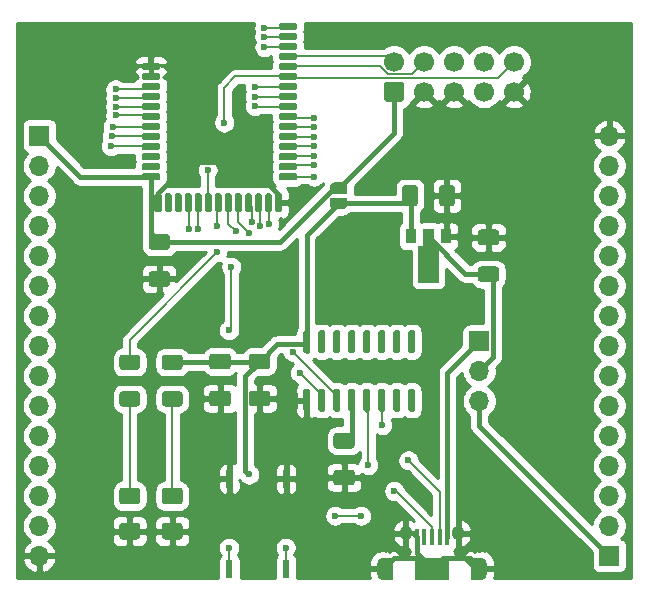
<source format=gtl>
G04 #@! TF.GenerationSoftware,KiCad,Pcbnew,(5.1.10)-1*
G04 #@! TF.CreationDate,2021-12-04T16:44:40+01:00*
G04 #@! TF.ProjectId,nRF52832_development_board_schematic,6e524635-3238-4333-925f-646576656c6f,1*
G04 #@! TF.SameCoordinates,Original*
G04 #@! TF.FileFunction,Copper,L1,Top*
G04 #@! TF.FilePolarity,Positive*
%FSLAX46Y46*%
G04 Gerber Fmt 4.6, Leading zero omitted, Abs format (unit mm)*
G04 Created by KiCad (PCBNEW (5.1.10)-1) date 2021-12-04 16:44:40*
%MOMM*%
%LPD*%
G01*
G04 APERTURE LIST*
G04 #@! TA.AperFunction,SMDPad,CuDef*
%ADD10R,0.600000X1.500000*%
G04 #@! TD*
G04 #@! TA.AperFunction,SMDPad,CuDef*
%ADD11C,0.152400*%
G04 #@! TD*
G04 #@! TA.AperFunction,SMDPad,CuDef*
%ADD12R,0.900000X1.300000*%
G04 #@! TD*
G04 #@! TA.AperFunction,ComponentPad*
%ADD13O,1.700000X1.700000*%
G04 #@! TD*
G04 #@! TA.AperFunction,ComponentPad*
%ADD14R,1.700000X1.700000*%
G04 #@! TD*
G04 #@! TA.AperFunction,ComponentPad*
%ADD15C,1.700000*%
G04 #@! TD*
G04 #@! TA.AperFunction,SMDPad,CuDef*
%ADD16R,0.875000X1.900000*%
G04 #@! TD*
G04 #@! TA.AperFunction,SMDPad,CuDef*
%ADD17R,2.900000X1.900000*%
G04 #@! TD*
G04 #@! TA.AperFunction,SMDPad,CuDef*
%ADD18R,0.400000X1.350000*%
G04 #@! TD*
G04 #@! TA.AperFunction,ComponentPad*
%ADD19O,1.000000X1.900000*%
G04 #@! TD*
G04 #@! TA.AperFunction,ComponentPad*
%ADD20O,1.050000X1.250000*%
G04 #@! TD*
G04 #@! TA.AperFunction,ViaPad*
%ADD21C,0.600000*%
G04 #@! TD*
G04 #@! TA.AperFunction,Conductor*
%ADD22C,0.150000*%
G04 #@! TD*
G04 #@! TA.AperFunction,Conductor*
%ADD23C,0.400000*%
G04 #@! TD*
G04 #@! TA.AperFunction,Conductor*
%ADD24C,0.127000*%
G04 #@! TD*
G04 #@! TA.AperFunction,Conductor*
%ADD25C,0.254000*%
G04 #@! TD*
G04 #@! TA.AperFunction,Conductor*
%ADD26C,0.152400*%
G04 #@! TD*
G04 APERTURE END LIST*
D10*
X48850000Y-100175000D03*
X48850000Y-107825000D03*
X44050000Y-100175000D03*
X44050000Y-107825000D03*
G04 #@! TA.AperFunction,SMDPad,CuDef*
G36*
G01*
X42599999Y-92700000D02*
X43900001Y-92700000D01*
G75*
G02*
X44150000Y-92949999I0J-249999D01*
G01*
X44150000Y-93775001D01*
G75*
G02*
X43900001Y-94025000I-249999J0D01*
G01*
X42599999Y-94025000D01*
G75*
G02*
X42350000Y-93775001I0J249999D01*
G01*
X42350000Y-92949999D01*
G75*
G02*
X42599999Y-92700000I249999J0D01*
G01*
G37*
G04 #@! TD.AperFunction*
G04 #@! TA.AperFunction,SMDPad,CuDef*
G36*
G01*
X42599999Y-89575000D02*
X43900001Y-89575000D01*
G75*
G02*
X44150000Y-89824999I0J-249999D01*
G01*
X44150000Y-90650001D01*
G75*
G02*
X43900001Y-90900000I-249999J0D01*
G01*
X42599999Y-90900000D01*
G75*
G02*
X42350000Y-90650001I0J249999D01*
G01*
X42350000Y-89824999D01*
G75*
G02*
X42599999Y-89575000I249999J0D01*
G01*
G37*
G04 #@! TD.AperFunction*
G04 #@! TA.AperFunction,SMDPad,CuDef*
G36*
G01*
X45949999Y-92700000D02*
X47250001Y-92700000D01*
G75*
G02*
X47500000Y-92949999I0J-249999D01*
G01*
X47500000Y-93775001D01*
G75*
G02*
X47250001Y-94025000I-249999J0D01*
G01*
X45949999Y-94025000D01*
G75*
G02*
X45700000Y-93775001I0J249999D01*
G01*
X45700000Y-92949999D01*
G75*
G02*
X45949999Y-92700000I249999J0D01*
G01*
G37*
G04 #@! TD.AperFunction*
G04 #@! TA.AperFunction,SMDPad,CuDef*
G36*
G01*
X45949999Y-89575000D02*
X47250001Y-89575000D01*
G75*
G02*
X47500000Y-89824999I0J-249999D01*
G01*
X47500000Y-90650001D01*
G75*
G02*
X47250001Y-90900000I-249999J0D01*
G01*
X45949999Y-90900000D01*
G75*
G02*
X45700000Y-90650001I0J249999D01*
G01*
X45700000Y-89824999D01*
G75*
G02*
X45949999Y-89575000I249999J0D01*
G01*
G37*
G04 #@! TD.AperFunction*
G04 #@! TA.AperFunction,SMDPad,CuDef*
G36*
G01*
X48200000Y-62000000D02*
X48200000Y-61700000D01*
G75*
G02*
X48350000Y-61550000I150000J0D01*
G01*
X49650000Y-61550000D01*
G75*
G02*
X49800000Y-61700000I0J-150000D01*
G01*
X49800000Y-62000000D01*
G75*
G02*
X49650000Y-62150000I-150000J0D01*
G01*
X48350000Y-62150000D01*
G75*
G02*
X48200000Y-62000000I0J150000D01*
G01*
G37*
G04 #@! TD.AperFunction*
G04 #@! TA.AperFunction,SMDPad,CuDef*
G36*
G01*
X48200000Y-62850000D02*
X48200000Y-62550000D01*
G75*
G02*
X48350000Y-62400000I150000J0D01*
G01*
X49650000Y-62400000D01*
G75*
G02*
X49800000Y-62550000I0J-150000D01*
G01*
X49800000Y-62850000D01*
G75*
G02*
X49650000Y-63000000I-150000J0D01*
G01*
X48350000Y-63000000D01*
G75*
G02*
X48200000Y-62850000I0J150000D01*
G01*
G37*
G04 #@! TD.AperFunction*
G04 #@! TA.AperFunction,SMDPad,CuDef*
G36*
G01*
X48200000Y-63700000D02*
X48200000Y-63400000D01*
G75*
G02*
X48350000Y-63250000I150000J0D01*
G01*
X49650000Y-63250000D01*
G75*
G02*
X49800000Y-63400000I0J-150000D01*
G01*
X49800000Y-63700000D01*
G75*
G02*
X49650000Y-63850000I-150000J0D01*
G01*
X48350000Y-63850000D01*
G75*
G02*
X48200000Y-63700000I0J150000D01*
G01*
G37*
G04 #@! TD.AperFunction*
G04 #@! TA.AperFunction,SMDPad,CuDef*
G36*
G01*
X48200000Y-64550000D02*
X48200000Y-64250000D01*
G75*
G02*
X48350000Y-64100000I150000J0D01*
G01*
X49650000Y-64100000D01*
G75*
G02*
X49800000Y-64250000I0J-150000D01*
G01*
X49800000Y-64550000D01*
G75*
G02*
X49650000Y-64700000I-150000J0D01*
G01*
X48350000Y-64700000D01*
G75*
G02*
X48200000Y-64550000I0J150000D01*
G01*
G37*
G04 #@! TD.AperFunction*
G04 #@! TA.AperFunction,SMDPad,CuDef*
G36*
G01*
X48200000Y-65400000D02*
X48200000Y-65100000D01*
G75*
G02*
X48350000Y-64950000I150000J0D01*
G01*
X49650000Y-64950000D01*
G75*
G02*
X49800000Y-65100000I0J-150000D01*
G01*
X49800000Y-65400000D01*
G75*
G02*
X49650000Y-65550000I-150000J0D01*
G01*
X48350000Y-65550000D01*
G75*
G02*
X48200000Y-65400000I0J150000D01*
G01*
G37*
G04 #@! TD.AperFunction*
G04 #@! TA.AperFunction,SMDPad,CuDef*
G36*
G01*
X48200000Y-66250000D02*
X48200000Y-65950000D01*
G75*
G02*
X48350000Y-65800000I150000J0D01*
G01*
X49650000Y-65800000D01*
G75*
G02*
X49800000Y-65950000I0J-150000D01*
G01*
X49800000Y-66250000D01*
G75*
G02*
X49650000Y-66400000I-150000J0D01*
G01*
X48350000Y-66400000D01*
G75*
G02*
X48200000Y-66250000I0J150000D01*
G01*
G37*
G04 #@! TD.AperFunction*
G04 #@! TA.AperFunction,SMDPad,CuDef*
G36*
G01*
X48200000Y-67100000D02*
X48200000Y-66800000D01*
G75*
G02*
X48350000Y-66650000I150000J0D01*
G01*
X49650000Y-66650000D01*
G75*
G02*
X49800000Y-66800000I0J-150000D01*
G01*
X49800000Y-67100000D01*
G75*
G02*
X49650000Y-67250000I-150000J0D01*
G01*
X48350000Y-67250000D01*
G75*
G02*
X48200000Y-67100000I0J150000D01*
G01*
G37*
G04 #@! TD.AperFunction*
G04 #@! TA.AperFunction,SMDPad,CuDef*
G36*
G01*
X48200000Y-67950000D02*
X48200000Y-67650000D01*
G75*
G02*
X48350000Y-67500000I150000J0D01*
G01*
X49650000Y-67500000D01*
G75*
G02*
X49800000Y-67650000I0J-150000D01*
G01*
X49800000Y-67950000D01*
G75*
G02*
X49650000Y-68100000I-150000J0D01*
G01*
X48350000Y-68100000D01*
G75*
G02*
X48200000Y-67950000I0J150000D01*
G01*
G37*
G04 #@! TD.AperFunction*
G04 #@! TA.AperFunction,SMDPad,CuDef*
G36*
G01*
X48200000Y-68800000D02*
X48200000Y-68500000D01*
G75*
G02*
X48350000Y-68350000I150000J0D01*
G01*
X49650000Y-68350000D01*
G75*
G02*
X49800000Y-68500000I0J-150000D01*
G01*
X49800000Y-68800000D01*
G75*
G02*
X49650000Y-68950000I-150000J0D01*
G01*
X48350000Y-68950000D01*
G75*
G02*
X48200000Y-68800000I0J150000D01*
G01*
G37*
G04 #@! TD.AperFunction*
G04 #@! TA.AperFunction,SMDPad,CuDef*
G36*
G01*
X48200000Y-69650000D02*
X48200000Y-69350000D01*
G75*
G02*
X48350000Y-69200000I150000J0D01*
G01*
X49650000Y-69200000D01*
G75*
G02*
X49800000Y-69350000I0J-150000D01*
G01*
X49800000Y-69650000D01*
G75*
G02*
X49650000Y-69800000I-150000J0D01*
G01*
X48350000Y-69800000D01*
G75*
G02*
X48200000Y-69650000I0J150000D01*
G01*
G37*
G04 #@! TD.AperFunction*
G04 #@! TA.AperFunction,SMDPad,CuDef*
G36*
G01*
X48200000Y-70500000D02*
X48200000Y-70200000D01*
G75*
G02*
X48350000Y-70050000I150000J0D01*
G01*
X49650000Y-70050000D01*
G75*
G02*
X49800000Y-70200000I0J-150000D01*
G01*
X49800000Y-70500000D01*
G75*
G02*
X49650000Y-70650000I-150000J0D01*
G01*
X48350000Y-70650000D01*
G75*
G02*
X48200000Y-70500000I0J150000D01*
G01*
G37*
G04 #@! TD.AperFunction*
G04 #@! TA.AperFunction,SMDPad,CuDef*
G36*
G01*
X48200000Y-71350000D02*
X48200000Y-71050000D01*
G75*
G02*
X48350000Y-70900000I150000J0D01*
G01*
X49650000Y-70900000D01*
G75*
G02*
X49800000Y-71050000I0J-150000D01*
G01*
X49800000Y-71350000D01*
G75*
G02*
X49650000Y-71500000I-150000J0D01*
G01*
X48350000Y-71500000D01*
G75*
G02*
X48200000Y-71350000I0J150000D01*
G01*
G37*
G04 #@! TD.AperFunction*
G04 #@! TA.AperFunction,SMDPad,CuDef*
G36*
G01*
X48200000Y-72200000D02*
X48200000Y-71900000D01*
G75*
G02*
X48350000Y-71750000I150000J0D01*
G01*
X49650000Y-71750000D01*
G75*
G02*
X49800000Y-71900000I0J-150000D01*
G01*
X49800000Y-72200000D01*
G75*
G02*
X49650000Y-72350000I-150000J0D01*
G01*
X48350000Y-72350000D01*
G75*
G02*
X48200000Y-72200000I0J150000D01*
G01*
G37*
G04 #@! TD.AperFunction*
G04 #@! TA.AperFunction,SMDPad,CuDef*
G36*
G01*
X48200000Y-73050000D02*
X48200000Y-72750000D01*
G75*
G02*
X48350000Y-72600000I150000J0D01*
G01*
X49650000Y-72600000D01*
G75*
G02*
X49800000Y-72750000I0J-150000D01*
G01*
X49800000Y-73050000D01*
G75*
G02*
X49650000Y-73200000I-150000J0D01*
G01*
X48350000Y-73200000D01*
G75*
G02*
X48200000Y-73050000I0J150000D01*
G01*
G37*
G04 #@! TD.AperFunction*
G04 #@! TA.AperFunction,SMDPad,CuDef*
G36*
G01*
X48200000Y-73900000D02*
X48200000Y-73600000D01*
G75*
G02*
X48350000Y-73450000I150000J0D01*
G01*
X49650000Y-73450000D01*
G75*
G02*
X49800000Y-73600000I0J-150000D01*
G01*
X49800000Y-73900000D01*
G75*
G02*
X49650000Y-74050000I-150000J0D01*
G01*
X48350000Y-74050000D01*
G75*
G02*
X48200000Y-73900000I0J150000D01*
G01*
G37*
G04 #@! TD.AperFunction*
G04 #@! TA.AperFunction,SMDPad,CuDef*
G36*
G01*
X48200000Y-74750000D02*
X48200000Y-74450000D01*
G75*
G02*
X48350000Y-74300000I150000J0D01*
G01*
X49650000Y-74300000D01*
G75*
G02*
X49800000Y-74450000I0J-150000D01*
G01*
X49800000Y-74750000D01*
G75*
G02*
X49650000Y-74900000I-150000J0D01*
G01*
X48350000Y-74900000D01*
G75*
G02*
X48200000Y-74750000I0J150000D01*
G01*
G37*
G04 #@! TD.AperFunction*
G04 #@! TA.AperFunction,SMDPad,CuDef*
G36*
G01*
X37700000Y-77450000D02*
X37700000Y-76150000D01*
G75*
G02*
X37850000Y-76000000I150000J0D01*
G01*
X38150000Y-76000000D01*
G75*
G02*
X38300000Y-76150000I0J-150000D01*
G01*
X38300000Y-77450000D01*
G75*
G02*
X38150000Y-77600000I-150000J0D01*
G01*
X37850000Y-77600000D01*
G75*
G02*
X37700000Y-77450000I0J150000D01*
G01*
G37*
G04 #@! TD.AperFunction*
G04 #@! TA.AperFunction,SMDPad,CuDef*
G36*
G01*
X38550000Y-77450000D02*
X38550000Y-76150000D01*
G75*
G02*
X38700000Y-76000000I150000J0D01*
G01*
X39000000Y-76000000D01*
G75*
G02*
X39150000Y-76150000I0J-150000D01*
G01*
X39150000Y-77450000D01*
G75*
G02*
X39000000Y-77600000I-150000J0D01*
G01*
X38700000Y-77600000D01*
G75*
G02*
X38550000Y-77450000I0J150000D01*
G01*
G37*
G04 #@! TD.AperFunction*
G04 #@! TA.AperFunction,SMDPad,CuDef*
G36*
G01*
X39400000Y-77450000D02*
X39400000Y-76150000D01*
G75*
G02*
X39550000Y-76000000I150000J0D01*
G01*
X39850000Y-76000000D01*
G75*
G02*
X40000000Y-76150000I0J-150000D01*
G01*
X40000000Y-77450000D01*
G75*
G02*
X39850000Y-77600000I-150000J0D01*
G01*
X39550000Y-77600000D01*
G75*
G02*
X39400000Y-77450000I0J150000D01*
G01*
G37*
G04 #@! TD.AperFunction*
G04 #@! TA.AperFunction,SMDPad,CuDef*
G36*
G01*
X40250000Y-77450000D02*
X40250000Y-76150000D01*
G75*
G02*
X40400000Y-76000000I150000J0D01*
G01*
X40700000Y-76000000D01*
G75*
G02*
X40850000Y-76150000I0J-150000D01*
G01*
X40850000Y-77450000D01*
G75*
G02*
X40700000Y-77600000I-150000J0D01*
G01*
X40400000Y-77600000D01*
G75*
G02*
X40250000Y-77450000I0J150000D01*
G01*
G37*
G04 #@! TD.AperFunction*
G04 #@! TA.AperFunction,SMDPad,CuDef*
G36*
G01*
X41100000Y-77450000D02*
X41100000Y-76150000D01*
G75*
G02*
X41250000Y-76000000I150000J0D01*
G01*
X41550000Y-76000000D01*
G75*
G02*
X41700000Y-76150000I0J-150000D01*
G01*
X41700000Y-77450000D01*
G75*
G02*
X41550000Y-77600000I-150000J0D01*
G01*
X41250000Y-77600000D01*
G75*
G02*
X41100000Y-77450000I0J150000D01*
G01*
G37*
G04 #@! TD.AperFunction*
G04 #@! TA.AperFunction,SMDPad,CuDef*
G36*
G01*
X41950000Y-77450000D02*
X41950000Y-76150000D01*
G75*
G02*
X42100000Y-76000000I150000J0D01*
G01*
X42400000Y-76000000D01*
G75*
G02*
X42550000Y-76150000I0J-150000D01*
G01*
X42550000Y-77450000D01*
G75*
G02*
X42400000Y-77600000I-150000J0D01*
G01*
X42100000Y-77600000D01*
G75*
G02*
X41950000Y-77450000I0J150000D01*
G01*
G37*
G04 #@! TD.AperFunction*
G04 #@! TA.AperFunction,SMDPad,CuDef*
G36*
G01*
X42800000Y-77450000D02*
X42800000Y-76150000D01*
G75*
G02*
X42950000Y-76000000I150000J0D01*
G01*
X43250000Y-76000000D01*
G75*
G02*
X43400000Y-76150000I0J-150000D01*
G01*
X43400000Y-77450000D01*
G75*
G02*
X43250000Y-77600000I-150000J0D01*
G01*
X42950000Y-77600000D01*
G75*
G02*
X42800000Y-77450000I0J150000D01*
G01*
G37*
G04 #@! TD.AperFunction*
G04 #@! TA.AperFunction,SMDPad,CuDef*
G36*
G01*
X43650000Y-77450000D02*
X43650000Y-76150000D01*
G75*
G02*
X43800000Y-76000000I150000J0D01*
G01*
X44100000Y-76000000D01*
G75*
G02*
X44250000Y-76150000I0J-150000D01*
G01*
X44250000Y-77450000D01*
G75*
G02*
X44100000Y-77600000I-150000J0D01*
G01*
X43800000Y-77600000D01*
G75*
G02*
X43650000Y-77450000I0J150000D01*
G01*
G37*
G04 #@! TD.AperFunction*
G04 #@! TA.AperFunction,SMDPad,CuDef*
G36*
G01*
X44500000Y-77450000D02*
X44500000Y-76150000D01*
G75*
G02*
X44650000Y-76000000I150000J0D01*
G01*
X44950000Y-76000000D01*
G75*
G02*
X45100000Y-76150000I0J-150000D01*
G01*
X45100000Y-77450000D01*
G75*
G02*
X44950000Y-77600000I-150000J0D01*
G01*
X44650000Y-77600000D01*
G75*
G02*
X44500000Y-77450000I0J150000D01*
G01*
G37*
G04 #@! TD.AperFunction*
G04 #@! TA.AperFunction,SMDPad,CuDef*
G36*
G01*
X45350000Y-77450000D02*
X45350000Y-76150000D01*
G75*
G02*
X45500000Y-76000000I150000J0D01*
G01*
X45800000Y-76000000D01*
G75*
G02*
X45950000Y-76150000I0J-150000D01*
G01*
X45950000Y-77450000D01*
G75*
G02*
X45800000Y-77600000I-150000J0D01*
G01*
X45500000Y-77600000D01*
G75*
G02*
X45350000Y-77450000I0J150000D01*
G01*
G37*
G04 #@! TD.AperFunction*
G04 #@! TA.AperFunction,SMDPad,CuDef*
G36*
G01*
X46200000Y-77450000D02*
X46200000Y-76150000D01*
G75*
G02*
X46350000Y-76000000I150000J0D01*
G01*
X46650000Y-76000000D01*
G75*
G02*
X46800000Y-76150000I0J-150000D01*
G01*
X46800000Y-77450000D01*
G75*
G02*
X46650000Y-77600000I-150000J0D01*
G01*
X46350000Y-77600000D01*
G75*
G02*
X46200000Y-77450000I0J150000D01*
G01*
G37*
G04 #@! TD.AperFunction*
G04 #@! TA.AperFunction,SMDPad,CuDef*
G36*
G01*
X47050000Y-77450000D02*
X47050000Y-76150000D01*
G75*
G02*
X47200000Y-76000000I150000J0D01*
G01*
X47500000Y-76000000D01*
G75*
G02*
X47650000Y-76150000I0J-150000D01*
G01*
X47650000Y-77450000D01*
G75*
G02*
X47500000Y-77600000I-150000J0D01*
G01*
X47200000Y-77600000D01*
G75*
G02*
X47050000Y-77450000I0J150000D01*
G01*
G37*
G04 #@! TD.AperFunction*
G04 #@! TA.AperFunction,SMDPad,CuDef*
G36*
G01*
X47900000Y-77450000D02*
X47900000Y-76150000D01*
G75*
G02*
X48050000Y-76000000I150000J0D01*
G01*
X48350000Y-76000000D01*
G75*
G02*
X48500000Y-76150000I0J-150000D01*
G01*
X48500000Y-77450000D01*
G75*
G02*
X48350000Y-77600000I-150000J0D01*
G01*
X48050000Y-77600000D01*
G75*
G02*
X47900000Y-77450000I0J150000D01*
G01*
G37*
G04 #@! TD.AperFunction*
G04 #@! TA.AperFunction,SMDPad,CuDef*
G36*
G01*
X36600000Y-65400000D02*
X36600000Y-65100000D01*
G75*
G02*
X36750000Y-64950000I150000J0D01*
G01*
X38050000Y-64950000D01*
G75*
G02*
X38200000Y-65100000I0J-150000D01*
G01*
X38200000Y-65400000D01*
G75*
G02*
X38050000Y-65550000I-150000J0D01*
G01*
X36750000Y-65550000D01*
G75*
G02*
X36600000Y-65400000I0J150000D01*
G01*
G37*
G04 #@! TD.AperFunction*
G04 #@! TA.AperFunction,SMDPad,CuDef*
G36*
G01*
X36600000Y-66250000D02*
X36600000Y-65950000D01*
G75*
G02*
X36750000Y-65800000I150000J0D01*
G01*
X38050000Y-65800000D01*
G75*
G02*
X38200000Y-65950000I0J-150000D01*
G01*
X38200000Y-66250000D01*
G75*
G02*
X38050000Y-66400000I-150000J0D01*
G01*
X36750000Y-66400000D01*
G75*
G02*
X36600000Y-66250000I0J150000D01*
G01*
G37*
G04 #@! TD.AperFunction*
G04 #@! TA.AperFunction,SMDPad,CuDef*
G36*
G01*
X36600000Y-67100000D02*
X36600000Y-66800000D01*
G75*
G02*
X36750000Y-66650000I150000J0D01*
G01*
X38050000Y-66650000D01*
G75*
G02*
X38200000Y-66800000I0J-150000D01*
G01*
X38200000Y-67100000D01*
G75*
G02*
X38050000Y-67250000I-150000J0D01*
G01*
X36750000Y-67250000D01*
G75*
G02*
X36600000Y-67100000I0J150000D01*
G01*
G37*
G04 #@! TD.AperFunction*
G04 #@! TA.AperFunction,SMDPad,CuDef*
G36*
G01*
X36600000Y-67950000D02*
X36600000Y-67650000D01*
G75*
G02*
X36750000Y-67500000I150000J0D01*
G01*
X38050000Y-67500000D01*
G75*
G02*
X38200000Y-67650000I0J-150000D01*
G01*
X38200000Y-67950000D01*
G75*
G02*
X38050000Y-68100000I-150000J0D01*
G01*
X36750000Y-68100000D01*
G75*
G02*
X36600000Y-67950000I0J150000D01*
G01*
G37*
G04 #@! TD.AperFunction*
G04 #@! TA.AperFunction,SMDPad,CuDef*
G36*
G01*
X36600000Y-68800000D02*
X36600000Y-68500000D01*
G75*
G02*
X36750000Y-68350000I150000J0D01*
G01*
X38050000Y-68350000D01*
G75*
G02*
X38200000Y-68500000I0J-150000D01*
G01*
X38200000Y-68800000D01*
G75*
G02*
X38050000Y-68950000I-150000J0D01*
G01*
X36750000Y-68950000D01*
G75*
G02*
X36600000Y-68800000I0J150000D01*
G01*
G37*
G04 #@! TD.AperFunction*
G04 #@! TA.AperFunction,SMDPad,CuDef*
G36*
G01*
X36600000Y-69650000D02*
X36600000Y-69350000D01*
G75*
G02*
X36750000Y-69200000I150000J0D01*
G01*
X38050000Y-69200000D01*
G75*
G02*
X38200000Y-69350000I0J-150000D01*
G01*
X38200000Y-69650000D01*
G75*
G02*
X38050000Y-69800000I-150000J0D01*
G01*
X36750000Y-69800000D01*
G75*
G02*
X36600000Y-69650000I0J150000D01*
G01*
G37*
G04 #@! TD.AperFunction*
G04 #@! TA.AperFunction,SMDPad,CuDef*
G36*
G01*
X36600000Y-70500000D02*
X36600000Y-70200000D01*
G75*
G02*
X36750000Y-70050000I150000J0D01*
G01*
X38050000Y-70050000D01*
G75*
G02*
X38200000Y-70200000I0J-150000D01*
G01*
X38200000Y-70500000D01*
G75*
G02*
X38050000Y-70650000I-150000J0D01*
G01*
X36750000Y-70650000D01*
G75*
G02*
X36600000Y-70500000I0J150000D01*
G01*
G37*
G04 #@! TD.AperFunction*
G04 #@! TA.AperFunction,SMDPad,CuDef*
G36*
G01*
X36600000Y-71350000D02*
X36600000Y-71050000D01*
G75*
G02*
X36750000Y-70900000I150000J0D01*
G01*
X38050000Y-70900000D01*
G75*
G02*
X38200000Y-71050000I0J-150000D01*
G01*
X38200000Y-71350000D01*
G75*
G02*
X38050000Y-71500000I-150000J0D01*
G01*
X36750000Y-71500000D01*
G75*
G02*
X36600000Y-71350000I0J150000D01*
G01*
G37*
G04 #@! TD.AperFunction*
G04 #@! TA.AperFunction,SMDPad,CuDef*
G36*
G01*
X36600000Y-72200000D02*
X36600000Y-71900000D01*
G75*
G02*
X36750000Y-71750000I150000J0D01*
G01*
X38050000Y-71750000D01*
G75*
G02*
X38200000Y-71900000I0J-150000D01*
G01*
X38200000Y-72200000D01*
G75*
G02*
X38050000Y-72350000I-150000J0D01*
G01*
X36750000Y-72350000D01*
G75*
G02*
X36600000Y-72200000I0J150000D01*
G01*
G37*
G04 #@! TD.AperFunction*
G04 #@! TA.AperFunction,SMDPad,CuDef*
G36*
G01*
X36600000Y-73050000D02*
X36600000Y-72750000D01*
G75*
G02*
X36750000Y-72600000I150000J0D01*
G01*
X38050000Y-72600000D01*
G75*
G02*
X38200000Y-72750000I0J-150000D01*
G01*
X38200000Y-73050000D01*
G75*
G02*
X38050000Y-73200000I-150000J0D01*
G01*
X36750000Y-73200000D01*
G75*
G02*
X36600000Y-73050000I0J150000D01*
G01*
G37*
G04 #@! TD.AperFunction*
G04 #@! TA.AperFunction,SMDPad,CuDef*
G36*
G01*
X36600000Y-73900000D02*
X36600000Y-73600000D01*
G75*
G02*
X36750000Y-73450000I150000J0D01*
G01*
X38050000Y-73450000D01*
G75*
G02*
X38200000Y-73600000I0J-150000D01*
G01*
X38200000Y-73900000D01*
G75*
G02*
X38050000Y-74050000I-150000J0D01*
G01*
X36750000Y-74050000D01*
G75*
G02*
X36600000Y-73900000I0J150000D01*
G01*
G37*
G04 #@! TD.AperFunction*
G04 #@! TA.AperFunction,SMDPad,CuDef*
G36*
G01*
X36600000Y-74750000D02*
X36600000Y-74450000D01*
G75*
G02*
X36750000Y-74300000I150000J0D01*
G01*
X38050000Y-74300000D01*
G75*
G02*
X38200000Y-74450000I0J-150000D01*
G01*
X38200000Y-74750000D01*
G75*
G02*
X38050000Y-74900000I-150000J0D01*
G01*
X36750000Y-74900000D01*
G75*
G02*
X36600000Y-74750000I0J150000D01*
G01*
G37*
G04 #@! TD.AperFunction*
G04 #@! TA.AperFunction,SMDPad,CuDef*
D11*
G36*
X60033500Y-83580000D02*
G01*
X60033500Y-80455000D01*
X60450000Y-80455000D01*
X60450000Y-78980000D01*
X61350000Y-78980000D01*
X61350000Y-80455000D01*
X61766500Y-80455000D01*
X61766500Y-83580000D01*
X60033500Y-83580000D01*
G37*
G04 #@! TD.AperFunction*
D12*
X59400000Y-79630000D03*
X62400000Y-79630000D03*
G04 #@! TA.AperFunction,SMDPad,CuDef*
G36*
G01*
X50725000Y-89540000D02*
X50425000Y-89540000D01*
G75*
G02*
X50275000Y-89390000I0J150000D01*
G01*
X50275000Y-87740000D01*
G75*
G02*
X50425000Y-87590000I150000J0D01*
G01*
X50725000Y-87590000D01*
G75*
G02*
X50875000Y-87740000I0J-150000D01*
G01*
X50875000Y-89390000D01*
G75*
G02*
X50725000Y-89540000I-150000J0D01*
G01*
G37*
G04 #@! TD.AperFunction*
G04 #@! TA.AperFunction,SMDPad,CuDef*
G36*
G01*
X51995000Y-89540000D02*
X51695000Y-89540000D01*
G75*
G02*
X51545000Y-89390000I0J150000D01*
G01*
X51545000Y-87740000D01*
G75*
G02*
X51695000Y-87590000I150000J0D01*
G01*
X51995000Y-87590000D01*
G75*
G02*
X52145000Y-87740000I0J-150000D01*
G01*
X52145000Y-89390000D01*
G75*
G02*
X51995000Y-89540000I-150000J0D01*
G01*
G37*
G04 #@! TD.AperFunction*
G04 #@! TA.AperFunction,SMDPad,CuDef*
G36*
G01*
X53265000Y-89540000D02*
X52965000Y-89540000D01*
G75*
G02*
X52815000Y-89390000I0J150000D01*
G01*
X52815000Y-87740000D01*
G75*
G02*
X52965000Y-87590000I150000J0D01*
G01*
X53265000Y-87590000D01*
G75*
G02*
X53415000Y-87740000I0J-150000D01*
G01*
X53415000Y-89390000D01*
G75*
G02*
X53265000Y-89540000I-150000J0D01*
G01*
G37*
G04 #@! TD.AperFunction*
G04 #@! TA.AperFunction,SMDPad,CuDef*
G36*
G01*
X54535000Y-89540000D02*
X54235000Y-89540000D01*
G75*
G02*
X54085000Y-89390000I0J150000D01*
G01*
X54085000Y-87740000D01*
G75*
G02*
X54235000Y-87590000I150000J0D01*
G01*
X54535000Y-87590000D01*
G75*
G02*
X54685000Y-87740000I0J-150000D01*
G01*
X54685000Y-89390000D01*
G75*
G02*
X54535000Y-89540000I-150000J0D01*
G01*
G37*
G04 #@! TD.AperFunction*
G04 #@! TA.AperFunction,SMDPad,CuDef*
G36*
G01*
X55805000Y-89540000D02*
X55505000Y-89540000D01*
G75*
G02*
X55355000Y-89390000I0J150000D01*
G01*
X55355000Y-87740000D01*
G75*
G02*
X55505000Y-87590000I150000J0D01*
G01*
X55805000Y-87590000D01*
G75*
G02*
X55955000Y-87740000I0J-150000D01*
G01*
X55955000Y-89390000D01*
G75*
G02*
X55805000Y-89540000I-150000J0D01*
G01*
G37*
G04 #@! TD.AperFunction*
G04 #@! TA.AperFunction,SMDPad,CuDef*
G36*
G01*
X57075000Y-89540000D02*
X56775000Y-89540000D01*
G75*
G02*
X56625000Y-89390000I0J150000D01*
G01*
X56625000Y-87740000D01*
G75*
G02*
X56775000Y-87590000I150000J0D01*
G01*
X57075000Y-87590000D01*
G75*
G02*
X57225000Y-87740000I0J-150000D01*
G01*
X57225000Y-89390000D01*
G75*
G02*
X57075000Y-89540000I-150000J0D01*
G01*
G37*
G04 #@! TD.AperFunction*
G04 #@! TA.AperFunction,SMDPad,CuDef*
G36*
G01*
X58345000Y-89540000D02*
X58045000Y-89540000D01*
G75*
G02*
X57895000Y-89390000I0J150000D01*
G01*
X57895000Y-87740000D01*
G75*
G02*
X58045000Y-87590000I150000J0D01*
G01*
X58345000Y-87590000D01*
G75*
G02*
X58495000Y-87740000I0J-150000D01*
G01*
X58495000Y-89390000D01*
G75*
G02*
X58345000Y-89540000I-150000J0D01*
G01*
G37*
G04 #@! TD.AperFunction*
G04 #@! TA.AperFunction,SMDPad,CuDef*
G36*
G01*
X59615000Y-89540000D02*
X59315000Y-89540000D01*
G75*
G02*
X59165000Y-89390000I0J150000D01*
G01*
X59165000Y-87740000D01*
G75*
G02*
X59315000Y-87590000I150000J0D01*
G01*
X59615000Y-87590000D01*
G75*
G02*
X59765000Y-87740000I0J-150000D01*
G01*
X59765000Y-89390000D01*
G75*
G02*
X59615000Y-89540000I-150000J0D01*
G01*
G37*
G04 #@! TD.AperFunction*
G04 #@! TA.AperFunction,SMDPad,CuDef*
G36*
G01*
X59615000Y-94490000D02*
X59315000Y-94490000D01*
G75*
G02*
X59165000Y-94340000I0J150000D01*
G01*
X59165000Y-92690000D01*
G75*
G02*
X59315000Y-92540000I150000J0D01*
G01*
X59615000Y-92540000D01*
G75*
G02*
X59765000Y-92690000I0J-150000D01*
G01*
X59765000Y-94340000D01*
G75*
G02*
X59615000Y-94490000I-150000J0D01*
G01*
G37*
G04 #@! TD.AperFunction*
G04 #@! TA.AperFunction,SMDPad,CuDef*
G36*
G01*
X58345000Y-94490000D02*
X58045000Y-94490000D01*
G75*
G02*
X57895000Y-94340000I0J150000D01*
G01*
X57895000Y-92690000D01*
G75*
G02*
X58045000Y-92540000I150000J0D01*
G01*
X58345000Y-92540000D01*
G75*
G02*
X58495000Y-92690000I0J-150000D01*
G01*
X58495000Y-94340000D01*
G75*
G02*
X58345000Y-94490000I-150000J0D01*
G01*
G37*
G04 #@! TD.AperFunction*
G04 #@! TA.AperFunction,SMDPad,CuDef*
G36*
G01*
X57075000Y-94490000D02*
X56775000Y-94490000D01*
G75*
G02*
X56625000Y-94340000I0J150000D01*
G01*
X56625000Y-92690000D01*
G75*
G02*
X56775000Y-92540000I150000J0D01*
G01*
X57075000Y-92540000D01*
G75*
G02*
X57225000Y-92690000I0J-150000D01*
G01*
X57225000Y-94340000D01*
G75*
G02*
X57075000Y-94490000I-150000J0D01*
G01*
G37*
G04 #@! TD.AperFunction*
G04 #@! TA.AperFunction,SMDPad,CuDef*
G36*
G01*
X55805000Y-94490000D02*
X55505000Y-94490000D01*
G75*
G02*
X55355000Y-94340000I0J150000D01*
G01*
X55355000Y-92690000D01*
G75*
G02*
X55505000Y-92540000I150000J0D01*
G01*
X55805000Y-92540000D01*
G75*
G02*
X55955000Y-92690000I0J-150000D01*
G01*
X55955000Y-94340000D01*
G75*
G02*
X55805000Y-94490000I-150000J0D01*
G01*
G37*
G04 #@! TD.AperFunction*
G04 #@! TA.AperFunction,SMDPad,CuDef*
G36*
G01*
X54535000Y-94490000D02*
X54235000Y-94490000D01*
G75*
G02*
X54085000Y-94340000I0J150000D01*
G01*
X54085000Y-92690000D01*
G75*
G02*
X54235000Y-92540000I150000J0D01*
G01*
X54535000Y-92540000D01*
G75*
G02*
X54685000Y-92690000I0J-150000D01*
G01*
X54685000Y-94340000D01*
G75*
G02*
X54535000Y-94490000I-150000J0D01*
G01*
G37*
G04 #@! TD.AperFunction*
G04 #@! TA.AperFunction,SMDPad,CuDef*
G36*
G01*
X53265000Y-94490000D02*
X52965000Y-94490000D01*
G75*
G02*
X52815000Y-94340000I0J150000D01*
G01*
X52815000Y-92690000D01*
G75*
G02*
X52965000Y-92540000I150000J0D01*
G01*
X53265000Y-92540000D01*
G75*
G02*
X53415000Y-92690000I0J-150000D01*
G01*
X53415000Y-94340000D01*
G75*
G02*
X53265000Y-94490000I-150000J0D01*
G01*
G37*
G04 #@! TD.AperFunction*
G04 #@! TA.AperFunction,SMDPad,CuDef*
G36*
G01*
X51995000Y-94490000D02*
X51695000Y-94490000D01*
G75*
G02*
X51545000Y-94340000I0J150000D01*
G01*
X51545000Y-92690000D01*
G75*
G02*
X51695000Y-92540000I150000J0D01*
G01*
X51995000Y-92540000D01*
G75*
G02*
X52145000Y-92690000I0J-150000D01*
G01*
X52145000Y-94340000D01*
G75*
G02*
X51995000Y-94490000I-150000J0D01*
G01*
G37*
G04 #@! TD.AperFunction*
G04 #@! TA.AperFunction,SMDPad,CuDef*
G36*
G01*
X50725000Y-94490000D02*
X50425000Y-94490000D01*
G75*
G02*
X50275000Y-94340000I0J150000D01*
G01*
X50275000Y-92690000D01*
G75*
G02*
X50425000Y-92540000I150000J0D01*
G01*
X50725000Y-92540000D01*
G75*
G02*
X50875000Y-92690000I0J-150000D01*
G01*
X50875000Y-94340000D01*
G75*
G02*
X50725000Y-94490000I-150000J0D01*
G01*
G37*
G04 #@! TD.AperFunction*
G04 #@! TA.AperFunction,SMDPad,CuDef*
G36*
G01*
X34975000Y-92750000D02*
X36225000Y-92750000D01*
G75*
G02*
X36475000Y-93000000I0J-250000D01*
G01*
X36475000Y-93800000D01*
G75*
G02*
X36225000Y-94050000I-250000J0D01*
G01*
X34975000Y-94050000D01*
G75*
G02*
X34725000Y-93800000I0J250000D01*
G01*
X34725000Y-93000000D01*
G75*
G02*
X34975000Y-92750000I250000J0D01*
G01*
G37*
G04 #@! TD.AperFunction*
G04 #@! TA.AperFunction,SMDPad,CuDef*
G36*
G01*
X34975000Y-89650000D02*
X36225000Y-89650000D01*
G75*
G02*
X36475000Y-89900000I0J-250000D01*
G01*
X36475000Y-90700000D01*
G75*
G02*
X36225000Y-90950000I-250000J0D01*
G01*
X34975000Y-90950000D01*
G75*
G02*
X34725000Y-90700000I0J250000D01*
G01*
X34725000Y-89900000D01*
G75*
G02*
X34975000Y-89650000I250000J0D01*
G01*
G37*
G04 #@! TD.AperFunction*
G04 #@! TA.AperFunction,SMDPad,CuDef*
G36*
G01*
X38575000Y-92750000D02*
X39825000Y-92750000D01*
G75*
G02*
X40075000Y-93000000I0J-250000D01*
G01*
X40075000Y-93800000D01*
G75*
G02*
X39825000Y-94050000I-250000J0D01*
G01*
X38575000Y-94050000D01*
G75*
G02*
X38325000Y-93800000I0J250000D01*
G01*
X38325000Y-93000000D01*
G75*
G02*
X38575000Y-92750000I250000J0D01*
G01*
G37*
G04 #@! TD.AperFunction*
G04 #@! TA.AperFunction,SMDPad,CuDef*
G36*
G01*
X38575000Y-89650000D02*
X39825000Y-89650000D01*
G75*
G02*
X40075000Y-89900000I0J-250000D01*
G01*
X40075000Y-90700000D01*
G75*
G02*
X39825000Y-90950000I-250000J0D01*
G01*
X38575000Y-90950000D01*
G75*
G02*
X38325000Y-90700000I0J250000D01*
G01*
X38325000Y-89900000D01*
G75*
G02*
X38575000Y-89650000I250000J0D01*
G01*
G37*
G04 #@! TD.AperFunction*
G04 #@! TA.AperFunction,SMDPad,CuDef*
D11*
G36*
X52530602Y-75550000D02*
G01*
X52530602Y-75525466D01*
X52535412Y-75476635D01*
X52544984Y-75428510D01*
X52559228Y-75381555D01*
X52578005Y-75336222D01*
X52601136Y-75292949D01*
X52628396Y-75252150D01*
X52659524Y-75214221D01*
X52694221Y-75179524D01*
X52732150Y-75148396D01*
X52772949Y-75121136D01*
X52816222Y-75098005D01*
X52861555Y-75079228D01*
X52908510Y-75064984D01*
X52956635Y-75055412D01*
X53005466Y-75050602D01*
X53030000Y-75050602D01*
X53030000Y-75050000D01*
X53530000Y-75050000D01*
X53530000Y-75050602D01*
X53554534Y-75050602D01*
X53603365Y-75055412D01*
X53651490Y-75064984D01*
X53698445Y-75079228D01*
X53743778Y-75098005D01*
X53787051Y-75121136D01*
X53827850Y-75148396D01*
X53865779Y-75179524D01*
X53900476Y-75214221D01*
X53931604Y-75252150D01*
X53958864Y-75292949D01*
X53981995Y-75336222D01*
X54000772Y-75381555D01*
X54015016Y-75428510D01*
X54024588Y-75476635D01*
X54029398Y-75525466D01*
X54029398Y-75550000D01*
X54030000Y-75550000D01*
X54030000Y-76050000D01*
X52530000Y-76050000D01*
X52530000Y-75550000D01*
X52530602Y-75550000D01*
G37*
G04 #@! TD.AperFunction*
G04 #@! TA.AperFunction,SMDPad,CuDef*
G36*
X54030000Y-76350000D02*
G01*
X54030000Y-76850000D01*
X54029398Y-76850000D01*
X54029398Y-76874534D01*
X54024588Y-76923365D01*
X54015016Y-76971490D01*
X54000772Y-77018445D01*
X53981995Y-77063778D01*
X53958864Y-77107051D01*
X53931604Y-77147850D01*
X53900476Y-77185779D01*
X53865779Y-77220476D01*
X53827850Y-77251604D01*
X53787051Y-77278864D01*
X53743778Y-77301995D01*
X53698445Y-77320772D01*
X53651490Y-77335016D01*
X53603365Y-77344588D01*
X53554534Y-77349398D01*
X53530000Y-77349398D01*
X53530000Y-77350000D01*
X53030000Y-77350000D01*
X53030000Y-77349398D01*
X53005466Y-77349398D01*
X52956635Y-77344588D01*
X52908510Y-77335016D01*
X52861555Y-77320772D01*
X52816222Y-77301995D01*
X52772949Y-77278864D01*
X52732150Y-77251604D01*
X52694221Y-77220476D01*
X52659524Y-77185779D01*
X52628396Y-77147850D01*
X52601136Y-77107051D01*
X52578005Y-77063778D01*
X52559228Y-77018445D01*
X52544984Y-76971490D01*
X52535412Y-76923365D01*
X52530602Y-76874534D01*
X52530602Y-76850000D01*
X52530000Y-76850000D01*
X52530000Y-76350000D01*
X54030000Y-76350000D01*
G37*
G04 #@! TD.AperFunction*
D13*
X27940000Y-106680000D03*
X27940000Y-104140000D03*
X27940000Y-101600000D03*
X27940000Y-99060000D03*
X27940000Y-96520000D03*
X27940000Y-93980000D03*
X27940000Y-91440000D03*
X27940000Y-88900000D03*
X27940000Y-86360000D03*
X27940000Y-83820000D03*
X27940000Y-81280000D03*
X27940000Y-78740000D03*
X27940000Y-76200000D03*
X27940000Y-73660000D03*
D14*
X27940000Y-71120000D03*
D13*
X76200000Y-71120000D03*
X76200000Y-73660000D03*
X76200000Y-76200000D03*
X76200000Y-78740000D03*
X76200000Y-81280000D03*
X76200000Y-83820000D03*
X76200000Y-86360000D03*
X76200000Y-88900000D03*
X76200000Y-91440000D03*
X76200000Y-93980000D03*
X76200000Y-96520000D03*
X76200000Y-99060000D03*
X76200000Y-101600000D03*
X76200000Y-104140000D03*
D14*
X76200000Y-106680000D03*
D15*
X68140000Y-64860000D03*
X65600000Y-64860000D03*
X63060000Y-64860000D03*
X60520000Y-64860000D03*
X57980000Y-64860000D03*
X68140000Y-67400000D03*
X65600000Y-67400000D03*
X63060000Y-67400000D03*
X60520000Y-67400000D03*
G04 #@! TA.AperFunction,ComponentPad*
G36*
G01*
X58580000Y-68250000D02*
X57380000Y-68250000D01*
G75*
G02*
X57130000Y-68000000I0J250000D01*
G01*
X57130000Y-66800000D01*
G75*
G02*
X57380000Y-66550000I250000J0D01*
G01*
X58580000Y-66550000D01*
G75*
G02*
X58830000Y-66800000I0J-250000D01*
G01*
X58830000Y-68000000D01*
G75*
G02*
X58580000Y-68250000I-250000J0D01*
G01*
G37*
G04 #@! TD.AperFunction*
D13*
X65180000Y-93580000D03*
X65180000Y-91040000D03*
D14*
X65180000Y-88500000D03*
D16*
X57462500Y-107770000D03*
X64937500Y-107770000D03*
D17*
X61200000Y-107770000D03*
D18*
X61850000Y-105095000D03*
D19*
X65375000Y-107770000D03*
X57025000Y-107770000D03*
D20*
X63425000Y-104770000D03*
D18*
X62500000Y-105095000D03*
X61200000Y-105095000D03*
X60550000Y-105095000D03*
X59900000Y-105095000D03*
D20*
X58975000Y-104770000D03*
G04 #@! TA.AperFunction,SMDPad,CuDef*
G36*
G01*
X36225000Y-102337500D02*
X34975000Y-102337500D01*
G75*
G02*
X34725000Y-102087500I0J250000D01*
G01*
X34725000Y-101162500D01*
G75*
G02*
X34975000Y-100912500I250000J0D01*
G01*
X36225000Y-100912500D01*
G75*
G02*
X36475000Y-101162500I0J-250000D01*
G01*
X36475000Y-102087500D01*
G75*
G02*
X36225000Y-102337500I-250000J0D01*
G01*
G37*
G04 #@! TD.AperFunction*
G04 #@! TA.AperFunction,SMDPad,CuDef*
G36*
G01*
X36225000Y-105312500D02*
X34975000Y-105312500D01*
G75*
G02*
X34725000Y-105062500I0J250000D01*
G01*
X34725000Y-104137500D01*
G75*
G02*
X34975000Y-103887500I250000J0D01*
G01*
X36225000Y-103887500D01*
G75*
G02*
X36475000Y-104137500I0J-250000D01*
G01*
X36475000Y-105062500D01*
G75*
G02*
X36225000Y-105312500I-250000J0D01*
G01*
G37*
G04 #@! TD.AperFunction*
G04 #@! TA.AperFunction,SMDPad,CuDef*
G36*
G01*
X39825000Y-102337500D02*
X38575000Y-102337500D01*
G75*
G02*
X38325000Y-102087500I0J250000D01*
G01*
X38325000Y-101162500D01*
G75*
G02*
X38575000Y-100912500I250000J0D01*
G01*
X39825000Y-100912500D01*
G75*
G02*
X40075000Y-101162500I0J-250000D01*
G01*
X40075000Y-102087500D01*
G75*
G02*
X39825000Y-102337500I-250000J0D01*
G01*
G37*
G04 #@! TD.AperFunction*
G04 #@! TA.AperFunction,SMDPad,CuDef*
G36*
G01*
X39825000Y-105312500D02*
X38575000Y-105312500D01*
G75*
G02*
X38325000Y-105062500I0J250000D01*
G01*
X38325000Y-104137500D01*
G75*
G02*
X38575000Y-103887500I250000J0D01*
G01*
X39825000Y-103887500D01*
G75*
G02*
X40075000Y-104137500I0J-250000D01*
G01*
X40075000Y-105062500D01*
G75*
G02*
X39825000Y-105312500I-250000J0D01*
G01*
G37*
G04 #@! TD.AperFunction*
G04 #@! TA.AperFunction,SMDPad,CuDef*
G36*
G01*
X37449999Y-82580000D02*
X38750001Y-82580000D01*
G75*
G02*
X39000000Y-82829999I0J-249999D01*
G01*
X39000000Y-83655001D01*
G75*
G02*
X38750001Y-83905000I-249999J0D01*
G01*
X37449999Y-83905000D01*
G75*
G02*
X37200000Y-83655001I0J249999D01*
G01*
X37200000Y-82829999D01*
G75*
G02*
X37449999Y-82580000I249999J0D01*
G01*
G37*
G04 #@! TD.AperFunction*
G04 #@! TA.AperFunction,SMDPad,CuDef*
G36*
G01*
X37449999Y-79455000D02*
X38750001Y-79455000D01*
G75*
G02*
X39000000Y-79704999I0J-249999D01*
G01*
X39000000Y-80530001D01*
G75*
G02*
X38750001Y-80780000I-249999J0D01*
G01*
X37449999Y-80780000D01*
G75*
G02*
X37200000Y-80530001I0J249999D01*
G01*
X37200000Y-79704999D01*
G75*
G02*
X37449999Y-79455000I249999J0D01*
G01*
G37*
G04 #@! TD.AperFunction*
G04 #@! TA.AperFunction,SMDPad,CuDef*
G36*
G01*
X61800000Y-76850001D02*
X61800000Y-75549999D01*
G75*
G02*
X62049999Y-75300000I249999J0D01*
G01*
X62875001Y-75300000D01*
G75*
G02*
X63125000Y-75549999I0J-249999D01*
G01*
X63125000Y-76850001D01*
G75*
G02*
X62875001Y-77100000I-249999J0D01*
G01*
X62049999Y-77100000D01*
G75*
G02*
X61800000Y-76850001I0J249999D01*
G01*
G37*
G04 #@! TD.AperFunction*
G04 #@! TA.AperFunction,SMDPad,CuDef*
G36*
G01*
X58675000Y-76850001D02*
X58675000Y-75549999D01*
G75*
G02*
X58924999Y-75300000I249999J0D01*
G01*
X59750001Y-75300000D01*
G75*
G02*
X60000000Y-75549999I0J-249999D01*
G01*
X60000000Y-76850001D01*
G75*
G02*
X59750001Y-77100000I-249999J0D01*
G01*
X58924999Y-77100000D01*
G75*
G02*
X58675000Y-76850001I0J249999D01*
G01*
G37*
G04 #@! TD.AperFunction*
G04 #@! TA.AperFunction,SMDPad,CuDef*
G36*
G01*
X53099999Y-99400000D02*
X54400001Y-99400000D01*
G75*
G02*
X54650000Y-99649999I0J-249999D01*
G01*
X54650000Y-100475001D01*
G75*
G02*
X54400001Y-100725000I-249999J0D01*
G01*
X53099999Y-100725000D01*
G75*
G02*
X52850000Y-100475001I0J249999D01*
G01*
X52850000Y-99649999D01*
G75*
G02*
X53099999Y-99400000I249999J0D01*
G01*
G37*
G04 #@! TD.AperFunction*
G04 #@! TA.AperFunction,SMDPad,CuDef*
G36*
G01*
X53099999Y-96275000D02*
X54400001Y-96275000D01*
G75*
G02*
X54650000Y-96524999I0J-249999D01*
G01*
X54650000Y-97350001D01*
G75*
G02*
X54400001Y-97600000I-249999J0D01*
G01*
X53099999Y-97600000D01*
G75*
G02*
X52850000Y-97350001I0J249999D01*
G01*
X52850000Y-96524999D01*
G75*
G02*
X53099999Y-96275000I249999J0D01*
G01*
G37*
G04 #@! TD.AperFunction*
G04 #@! TA.AperFunction,SMDPad,CuDef*
G36*
G01*
X66630001Y-80380000D02*
X65329999Y-80380000D01*
G75*
G02*
X65080000Y-80130001I0J249999D01*
G01*
X65080000Y-79304999D01*
G75*
G02*
X65329999Y-79055000I249999J0D01*
G01*
X66630001Y-79055000D01*
G75*
G02*
X66880000Y-79304999I0J-249999D01*
G01*
X66880000Y-80130001D01*
G75*
G02*
X66630001Y-80380000I-249999J0D01*
G01*
G37*
G04 #@! TD.AperFunction*
G04 #@! TA.AperFunction,SMDPad,CuDef*
G36*
G01*
X66630001Y-83505000D02*
X65329999Y-83505000D01*
G75*
G02*
X65080000Y-83255001I0J249999D01*
G01*
X65080000Y-82429999D01*
G75*
G02*
X65329999Y-82180000I249999J0D01*
G01*
X66630001Y-82180000D01*
G75*
G02*
X66880000Y-82429999I0J-249999D01*
G01*
X66880000Y-83255001D01*
G75*
G02*
X66630001Y-83505000I-249999J0D01*
G01*
G37*
G04 #@! TD.AperFunction*
D21*
X45700000Y-99800000D03*
X59200000Y-98600000D03*
X57000000Y-95600000D03*
X58000000Y-101200000D03*
X55800000Y-99000000D03*
X48800000Y-106000000D03*
X44200000Y-82200000D03*
X44000000Y-87600000D03*
X43600000Y-70000000D03*
X53000000Y-103300000D03*
X55200000Y-103300000D03*
X51200000Y-69600000D03*
X51200000Y-70400000D03*
X51200000Y-71200000D03*
X51200000Y-72000000D03*
X51200000Y-72800000D03*
X51200000Y-73600000D03*
X51200000Y-74600000D03*
X47400000Y-78600000D03*
X46600000Y-78800000D03*
X45995098Y-78396732D03*
X45673551Y-79326449D03*
X44600000Y-79200000D03*
X34000000Y-72000000D03*
X34071579Y-71148293D03*
X34154968Y-70354968D03*
X34400000Y-69400000D03*
X34400000Y-68654006D03*
X34400000Y-67927003D03*
X34400000Y-67200000D03*
X47000000Y-62000000D03*
X47000000Y-62727003D03*
X47000000Y-63600000D03*
X46200000Y-67000000D03*
X46200000Y-67800000D03*
X46200000Y-68600000D03*
X43000000Y-81000000D03*
X43000000Y-78800000D03*
X44000000Y-106000000D03*
X42200000Y-74000000D03*
X49400000Y-89400000D03*
X40600000Y-79000000D03*
X50000000Y-91200000D03*
X41400000Y-79000000D03*
D22*
X48200000Y-76000000D02*
X48200000Y-76800000D01*
D23*
X48200000Y-76175404D02*
X48200000Y-76800000D01*
X45397595Y-73372999D02*
X48200000Y-76175404D01*
X40627001Y-73372999D02*
X45397595Y-73372999D01*
X38000000Y-76000000D02*
X40627001Y-73372999D01*
X38000000Y-76800000D02*
X38000000Y-76000000D01*
X37400000Y-66100000D02*
X37400000Y-65250000D01*
X59575000Y-104770000D02*
X59900000Y-105095000D01*
X58975000Y-104770000D02*
X59575000Y-104770000D01*
X59900000Y-106470000D02*
X61200000Y-107770000D01*
X59900000Y-105095000D02*
X59900000Y-106470000D01*
X57025000Y-107770000D02*
X57462500Y-107770000D01*
X60260720Y-106830720D02*
X61200000Y-107770000D01*
X57964280Y-106830720D02*
X60260720Y-106830720D01*
X57025000Y-107770000D02*
X57964280Y-106830720D01*
X63425000Y-106257500D02*
X64937500Y-107770000D01*
X63425000Y-104770000D02*
X63425000Y-106257500D01*
X64630000Y-107770000D02*
X64937500Y-107770000D01*
X62139280Y-106830720D02*
X61200000Y-107770000D01*
X64435720Y-106830720D02*
X62139280Y-106830720D01*
X65375000Y-107770000D02*
X64435720Y-106830720D01*
X66357001Y-89862999D02*
X66357001Y-83219501D01*
X66357001Y-83219501D02*
X65980000Y-82842500D01*
X65180000Y-91040000D02*
X66357001Y-89862999D01*
X64025000Y-82842500D02*
X60900000Y-79717500D01*
X65980000Y-82842500D02*
X64025000Y-82842500D01*
X59400000Y-76262500D02*
X59337500Y-76200000D01*
X59400000Y-79630000D02*
X59400000Y-76262500D01*
X58687500Y-76850000D02*
X53280000Y-76850000D01*
X59337500Y-76200000D02*
X58687500Y-76850000D01*
X50575000Y-79555000D02*
X50575000Y-88565000D01*
X53280000Y-76850000D02*
X50575000Y-79555000D01*
X50575000Y-88565000D02*
X50575000Y-89325404D01*
X50502500Y-88637500D02*
X50575000Y-88565000D01*
X43187500Y-90300000D02*
X43250000Y-90237500D01*
X43250000Y-90237500D02*
X46600000Y-90237500D01*
X50367001Y-88772999D02*
X50575000Y-88565000D01*
X48064501Y-88772999D02*
X50367001Y-88772999D01*
X46600000Y-90237500D02*
X48064501Y-88772999D01*
X39200000Y-90300000D02*
X43187500Y-90300000D01*
X45372990Y-99472990D02*
X45700000Y-99800000D01*
X45372990Y-91464510D02*
X45372990Y-99472990D01*
X46600000Y-90237500D02*
X45372990Y-91464510D01*
X31420000Y-74600000D02*
X37400000Y-74600000D01*
X27940000Y-71120000D02*
X31420000Y-74600000D01*
X37372990Y-74627010D02*
X37400000Y-74600000D01*
X37372990Y-79390490D02*
X37372990Y-74627010D01*
X38100000Y-80117500D02*
X37372990Y-79390490D01*
X52867536Y-75550000D02*
X53280000Y-75550000D01*
X48300036Y-80117500D02*
X52867536Y-75550000D01*
X38100000Y-80117500D02*
X48300036Y-80117500D01*
X57980000Y-70850000D02*
X53280000Y-75550000D01*
X57980000Y-67400000D02*
X57980000Y-70850000D01*
D22*
X39200000Y-101625000D02*
X39200000Y-93400000D01*
X35600000Y-101625000D02*
X35600000Y-93400000D01*
X56925000Y-93515000D02*
X56925000Y-94125000D01*
X61850000Y-101250000D02*
X59200000Y-98600000D01*
X61850000Y-105095000D02*
X61850000Y-101250000D01*
X57000000Y-93590000D02*
X56925000Y-93515000D01*
X57000000Y-95600000D02*
X57000000Y-93590000D01*
D23*
X62500000Y-91180000D02*
X65180000Y-88500000D01*
X62500000Y-105095000D02*
X62500000Y-91180000D01*
D22*
X55655000Y-93515000D02*
X55655000Y-94490000D01*
X58130000Y-101200000D02*
X58000000Y-101200000D01*
X61200000Y-104270000D02*
X58130000Y-101200000D01*
X61200000Y-105095000D02*
X61200000Y-104270000D01*
X55800000Y-93660000D02*
X55655000Y-93515000D01*
X55800000Y-99000000D02*
X55800000Y-93660000D01*
D23*
X65180000Y-95660000D02*
X76200000Y-106680000D01*
X65180000Y-93580000D02*
X65180000Y-95660000D01*
D22*
X48750000Y-106050000D02*
X48800000Y-106000000D01*
X49089011Y-66189011D02*
X49000000Y-66100000D01*
X66810989Y-66189011D02*
X49089011Y-66189011D01*
X68140000Y-64860000D02*
X66810989Y-66189011D01*
X44200000Y-87400000D02*
X44000000Y-87600000D01*
X44200000Y-82200000D02*
X44200000Y-87400000D01*
X44557038Y-66100000D02*
X49000000Y-66100000D01*
X43600000Y-67057038D02*
X44557038Y-66100000D01*
X43600000Y-70000000D02*
X43600000Y-67057038D01*
X55200000Y-103300000D02*
X53000000Y-103300000D01*
D24*
X48850000Y-106050000D02*
X48800000Y-106000000D01*
X48850000Y-107825000D02*
X48850000Y-106050000D01*
D22*
X59467999Y-65912001D02*
X60520000Y-64860000D01*
X57475039Y-65912001D02*
X59467999Y-65912001D01*
X56813038Y-65250000D02*
X57475039Y-65912001D01*
X49000000Y-65250000D02*
X56813038Y-65250000D01*
X57520000Y-64400000D02*
X57980000Y-64860000D01*
X49000000Y-64400000D02*
X57520000Y-64400000D01*
X49100000Y-69600000D02*
X49000000Y-69500000D01*
X51200000Y-69600000D02*
X49100000Y-69600000D01*
X49050000Y-70400000D02*
X49000000Y-70350000D01*
X51200000Y-70400000D02*
X49050000Y-70400000D01*
X51200000Y-71200000D02*
X49000000Y-71200000D01*
X49050000Y-72000000D02*
X49000000Y-72050000D01*
X51200000Y-72000000D02*
X49050000Y-72000000D01*
X49100000Y-72800000D02*
X49000000Y-72900000D01*
X51200000Y-72800000D02*
X49100000Y-72800000D01*
X49150000Y-73600000D02*
X49000000Y-73750000D01*
X51200000Y-73600000D02*
X49150000Y-73600000D01*
X51200000Y-74600000D02*
X49000000Y-74600000D01*
X47400000Y-76850000D02*
X47350000Y-76800000D01*
X47400000Y-78600000D02*
X47400000Y-76850000D01*
X46600000Y-76900000D02*
X46500000Y-76800000D01*
X46600000Y-78800000D02*
X46600000Y-76900000D01*
X45995098Y-77145098D02*
X45650000Y-76800000D01*
X45995098Y-78396732D02*
X45995098Y-77145098D01*
X44800000Y-78452898D02*
X44800000Y-76800000D01*
X45673551Y-79326449D02*
X44800000Y-78452898D01*
X43950000Y-78550000D02*
X43950000Y-76800000D01*
X44600000Y-79200000D02*
X43950000Y-78550000D01*
X36779742Y-72050000D02*
X37400000Y-72050000D01*
X37350000Y-72000000D02*
X37400000Y-72050000D01*
X34000000Y-72000000D02*
X37350000Y-72000000D01*
X36902739Y-71200000D02*
X37400000Y-71200000D01*
X37348293Y-71148293D02*
X37400000Y-71200000D01*
X34071579Y-71148293D02*
X37348293Y-71148293D01*
X37395032Y-70354968D02*
X37400000Y-70350000D01*
X34154968Y-70354968D02*
X37395032Y-70354968D01*
X36875736Y-69500000D02*
X37400000Y-69500000D01*
X37300000Y-69400000D02*
X37400000Y-69500000D01*
X34400000Y-69400000D02*
X37300000Y-69400000D01*
X36750000Y-68650000D02*
X37400000Y-68650000D01*
X37395994Y-68654006D02*
X37400000Y-68650000D01*
X34400000Y-68654006D02*
X37395994Y-68654006D01*
X37272997Y-67927003D02*
X37400000Y-67800000D01*
X34400000Y-67927003D02*
X37272997Y-67927003D01*
X37150000Y-67200000D02*
X37400000Y-66950000D01*
X34400000Y-67200000D02*
X37150000Y-67200000D01*
X48850000Y-62000000D02*
X49000000Y-61850000D01*
X47000000Y-62000000D02*
X48850000Y-62000000D01*
X48972997Y-62727003D02*
X49000000Y-62700000D01*
X47000000Y-62727003D02*
X48972997Y-62727003D01*
X48950000Y-63600000D02*
X49000000Y-63550000D01*
X47000000Y-63600000D02*
X48950000Y-63600000D01*
X48950000Y-67000000D02*
X49000000Y-66950000D01*
X46200000Y-67000000D02*
X48950000Y-67000000D01*
X48985236Y-67814764D02*
X49000000Y-67800000D01*
X46200000Y-67800000D02*
X49000000Y-67800000D01*
X48959936Y-68609936D02*
X49000000Y-68650000D01*
X46250000Y-68650000D02*
X46200000Y-68600000D01*
X49000000Y-68650000D02*
X46250000Y-68650000D01*
X35600000Y-88400000D02*
X43000000Y-81000000D01*
X35600000Y-90300000D02*
X35600000Y-88400000D01*
X43000000Y-76900000D02*
X43100000Y-76800000D01*
X43000000Y-78800000D02*
X43000000Y-76900000D01*
X43950000Y-106050000D02*
X44000000Y-106000000D01*
X42200000Y-76750000D02*
X42250000Y-76800000D01*
X42200000Y-74000000D02*
X42200000Y-76750000D01*
D24*
X44050000Y-106050000D02*
X44000000Y-106000000D01*
X44050000Y-107825000D02*
X44050000Y-106050000D01*
D22*
X53115000Y-93115000D02*
X49400000Y-89400000D01*
X53115000Y-93515000D02*
X53115000Y-93115000D01*
X40600000Y-76850000D02*
X40550000Y-76800000D01*
X40600000Y-79000000D02*
X40600000Y-76850000D01*
X51845000Y-93045000D02*
X50000000Y-91200000D01*
X51845000Y-93515000D02*
X51845000Y-93045000D01*
X41400000Y-79000000D02*
X41400000Y-76800000D01*
D23*
X54385000Y-93135404D02*
X54385000Y-93515000D01*
X54385000Y-96302500D02*
X53750000Y-96937500D01*
X54385000Y-93515000D02*
X54385000Y-96302500D01*
D25*
X46100932Y-61727271D02*
X46065000Y-61907911D01*
X46065000Y-62092089D01*
X46100932Y-62272729D01*
X46138531Y-62363501D01*
X46100932Y-62454274D01*
X46065000Y-62634914D01*
X46065000Y-62819092D01*
X46100932Y-62999732D01*
X46168767Y-63163502D01*
X46100932Y-63327271D01*
X46065000Y-63507911D01*
X46065000Y-63692089D01*
X46100932Y-63872729D01*
X46171414Y-64042889D01*
X46273738Y-64196028D01*
X46403972Y-64326262D01*
X46557111Y-64428586D01*
X46727271Y-64499068D01*
X46907911Y-64535000D01*
X47092089Y-64535000D01*
X47272729Y-64499068D01*
X47442889Y-64428586D01*
X47561928Y-64349047D01*
X47561928Y-64550000D01*
X47577071Y-64703745D01*
X47613853Y-64825000D01*
X47577071Y-64946255D01*
X47561928Y-65100000D01*
X47561928Y-65390000D01*
X44591912Y-65390000D01*
X44557037Y-65386565D01*
X44522162Y-65390000D01*
X44522161Y-65390000D01*
X44417854Y-65400273D01*
X44284018Y-65440872D01*
X44160675Y-65506800D01*
X44052563Y-65595525D01*
X44030330Y-65622616D01*
X43122616Y-66530330D01*
X43095526Y-66552563D01*
X43073293Y-66579654D01*
X43006801Y-66660675D01*
X42940872Y-66784019D01*
X42900274Y-66917854D01*
X42886565Y-67057038D01*
X42890001Y-67091923D01*
X42890000Y-69387710D01*
X42873738Y-69403972D01*
X42771414Y-69557111D01*
X42700932Y-69727271D01*
X42665000Y-69907911D01*
X42665000Y-70092089D01*
X42700932Y-70272729D01*
X42771414Y-70442889D01*
X42873738Y-70596028D01*
X43003972Y-70726262D01*
X43157111Y-70828586D01*
X43327271Y-70899068D01*
X43507911Y-70935000D01*
X43692089Y-70935000D01*
X43872729Y-70899068D01*
X44042889Y-70828586D01*
X44196028Y-70726262D01*
X44326262Y-70596028D01*
X44428586Y-70442889D01*
X44499068Y-70272729D01*
X44535000Y-70092089D01*
X44535000Y-69907911D01*
X44499068Y-69727271D01*
X44428586Y-69557111D01*
X44326262Y-69403972D01*
X44310000Y-69387710D01*
X44310000Y-67351129D01*
X44851130Y-66810000D01*
X45284476Y-66810000D01*
X45265000Y-66907911D01*
X45265000Y-67092089D01*
X45300932Y-67272729D01*
X45353649Y-67400000D01*
X45300932Y-67527271D01*
X45265000Y-67707911D01*
X45265000Y-67892089D01*
X45300932Y-68072729D01*
X45353649Y-68200000D01*
X45300932Y-68327271D01*
X45265000Y-68507911D01*
X45265000Y-68692089D01*
X45300932Y-68872729D01*
X45371414Y-69042889D01*
X45473738Y-69196028D01*
X45603972Y-69326262D01*
X45757111Y-69428586D01*
X45927271Y-69499068D01*
X46107911Y-69535000D01*
X46292089Y-69535000D01*
X46472729Y-69499068D01*
X46642889Y-69428586D01*
X46745535Y-69360000D01*
X47561928Y-69360000D01*
X47561928Y-69650000D01*
X47577071Y-69803745D01*
X47613853Y-69925000D01*
X47577071Y-70046255D01*
X47561928Y-70200000D01*
X47561928Y-70500000D01*
X47577071Y-70653745D01*
X47613853Y-70775000D01*
X47577071Y-70896255D01*
X47561928Y-71050000D01*
X47561928Y-71350000D01*
X47577071Y-71503745D01*
X47613853Y-71625000D01*
X47577071Y-71746255D01*
X47561928Y-71900000D01*
X47561928Y-72200000D01*
X47577071Y-72353745D01*
X47613853Y-72475000D01*
X47577071Y-72596255D01*
X47561928Y-72750000D01*
X47561928Y-73050000D01*
X47577071Y-73203745D01*
X47613853Y-73325000D01*
X47577071Y-73446255D01*
X47561928Y-73600000D01*
X47561928Y-73900000D01*
X47577071Y-74053745D01*
X47613853Y-74175000D01*
X47577071Y-74296255D01*
X47561928Y-74450000D01*
X47561928Y-74750000D01*
X47577071Y-74903745D01*
X47621916Y-75051582D01*
X47694742Y-75187829D01*
X47792749Y-75307251D01*
X47863726Y-75365501D01*
X47775518Y-75374188D01*
X47709880Y-75394099D01*
X47653745Y-75377071D01*
X47500000Y-75361928D01*
X47200000Y-75361928D01*
X47046255Y-75377071D01*
X46925000Y-75413853D01*
X46803745Y-75377071D01*
X46650000Y-75361928D01*
X46350000Y-75361928D01*
X46196255Y-75377071D01*
X46075000Y-75413853D01*
X45953745Y-75377071D01*
X45800000Y-75361928D01*
X45500000Y-75361928D01*
X45346255Y-75377071D01*
X45225000Y-75413853D01*
X45103745Y-75377071D01*
X44950000Y-75361928D01*
X44650000Y-75361928D01*
X44496255Y-75377071D01*
X44375000Y-75413853D01*
X44253745Y-75377071D01*
X44100000Y-75361928D01*
X43800000Y-75361928D01*
X43646255Y-75377071D01*
X43525000Y-75413853D01*
X43403745Y-75377071D01*
X43250000Y-75361928D01*
X42950000Y-75361928D01*
X42910000Y-75365868D01*
X42910000Y-74612290D01*
X42926262Y-74596028D01*
X43028586Y-74442889D01*
X43099068Y-74272729D01*
X43135000Y-74092089D01*
X43135000Y-73907911D01*
X43099068Y-73727271D01*
X43028586Y-73557111D01*
X42926262Y-73403972D01*
X42796028Y-73273738D01*
X42642889Y-73171414D01*
X42472729Y-73100932D01*
X42292089Y-73065000D01*
X42107911Y-73065000D01*
X41927271Y-73100932D01*
X41757111Y-73171414D01*
X41603972Y-73273738D01*
X41473738Y-73403972D01*
X41371414Y-73557111D01*
X41300932Y-73727271D01*
X41265000Y-73907911D01*
X41265000Y-74092089D01*
X41300932Y-74272729D01*
X41371414Y-74442889D01*
X41473738Y-74596028D01*
X41490000Y-74612290D01*
X41490000Y-75361928D01*
X41250000Y-75361928D01*
X41096255Y-75377071D01*
X40975000Y-75413853D01*
X40853745Y-75377071D01*
X40700000Y-75361928D01*
X40400000Y-75361928D01*
X40246255Y-75377071D01*
X40125000Y-75413853D01*
X40003745Y-75377071D01*
X39850000Y-75361928D01*
X39550000Y-75361928D01*
X39396255Y-75377071D01*
X39275000Y-75413853D01*
X39153745Y-75377071D01*
X39000000Y-75361928D01*
X38700000Y-75361928D01*
X38546255Y-75377071D01*
X38508056Y-75388658D01*
X38607251Y-75307251D01*
X38705258Y-75187829D01*
X38778084Y-75051582D01*
X38822929Y-74903745D01*
X38838072Y-74750000D01*
X38838072Y-74450000D01*
X38822929Y-74296255D01*
X38786147Y-74175000D01*
X38822929Y-74053745D01*
X38838072Y-73900000D01*
X38838072Y-73600000D01*
X38822929Y-73446255D01*
X38786147Y-73325000D01*
X38822929Y-73203745D01*
X38838072Y-73050000D01*
X38838072Y-72750000D01*
X38822929Y-72596255D01*
X38786147Y-72475000D01*
X38822929Y-72353745D01*
X38838072Y-72200000D01*
X38838072Y-71900000D01*
X38822929Y-71746255D01*
X38786147Y-71625000D01*
X38822929Y-71503745D01*
X38838072Y-71350000D01*
X38838072Y-71050000D01*
X38822929Y-70896255D01*
X38786147Y-70775000D01*
X38822929Y-70653745D01*
X38838072Y-70500000D01*
X38838072Y-70200000D01*
X38822929Y-70046255D01*
X38786147Y-69925000D01*
X38822929Y-69803745D01*
X38838072Y-69650000D01*
X38838072Y-69350000D01*
X38822929Y-69196255D01*
X38786147Y-69075000D01*
X38822929Y-68953745D01*
X38838072Y-68800000D01*
X38838072Y-68500000D01*
X38822929Y-68346255D01*
X38786147Y-68225000D01*
X38822929Y-68103745D01*
X38838072Y-67950000D01*
X38838072Y-67650000D01*
X38822929Y-67496255D01*
X38786147Y-67375000D01*
X38822929Y-67253745D01*
X38838072Y-67100000D01*
X38838072Y-66800000D01*
X38822929Y-66646255D01*
X38805901Y-66590120D01*
X38825812Y-66524482D01*
X38838072Y-66400000D01*
X38835000Y-66385750D01*
X38676250Y-66227000D01*
X38588061Y-66227000D01*
X38487829Y-66144742D01*
X38461103Y-66130456D01*
X38554494Y-66080537D01*
X38651185Y-66001185D01*
X38674316Y-65973000D01*
X38676250Y-65973000D01*
X38835000Y-65814250D01*
X38838072Y-65800000D01*
X38825812Y-65675518D01*
X38825655Y-65675000D01*
X38825812Y-65674482D01*
X38838072Y-65550000D01*
X38835000Y-65535750D01*
X38676250Y-65377000D01*
X38674316Y-65377000D01*
X38651185Y-65348815D01*
X38554494Y-65269463D01*
X38444180Y-65210498D01*
X38324482Y-65174188D01*
X38200000Y-65161928D01*
X37685750Y-65165000D01*
X37527000Y-65323750D01*
X37527000Y-65397000D01*
X37273000Y-65397000D01*
X37273000Y-65323750D01*
X37114250Y-65165000D01*
X36600000Y-65161928D01*
X36475518Y-65174188D01*
X36355820Y-65210498D01*
X36245506Y-65269463D01*
X36148815Y-65348815D01*
X36125684Y-65377000D01*
X36123750Y-65377000D01*
X35965000Y-65535750D01*
X35961928Y-65550000D01*
X35974188Y-65674482D01*
X35974345Y-65675000D01*
X35974188Y-65675518D01*
X35961928Y-65800000D01*
X35965000Y-65814250D01*
X36123750Y-65973000D01*
X36125684Y-65973000D01*
X36148815Y-66001185D01*
X36245506Y-66080537D01*
X36338897Y-66130456D01*
X36312171Y-66144742D01*
X36211939Y-66227000D01*
X36123750Y-66227000D01*
X35965000Y-66385750D01*
X35961928Y-66400000D01*
X35970792Y-66490000D01*
X35012290Y-66490000D01*
X34996028Y-66473738D01*
X34842889Y-66371414D01*
X34672729Y-66300932D01*
X34492089Y-66265000D01*
X34307911Y-66265000D01*
X34127271Y-66300932D01*
X33957111Y-66371414D01*
X33803972Y-66473738D01*
X33673738Y-66603972D01*
X33571414Y-66757111D01*
X33500932Y-66927271D01*
X33465000Y-67107911D01*
X33465000Y-67292089D01*
X33500932Y-67472729D01*
X33538531Y-67563502D01*
X33500932Y-67654274D01*
X33465000Y-67834914D01*
X33465000Y-68019092D01*
X33500932Y-68199732D01*
X33538531Y-68290505D01*
X33500932Y-68381277D01*
X33465000Y-68561917D01*
X33465000Y-68746095D01*
X33500932Y-68926735D01*
X33542464Y-69027003D01*
X33500932Y-69127271D01*
X33465000Y-69307911D01*
X33465000Y-69492089D01*
X33500932Y-69672729D01*
X33505028Y-69682618D01*
X33428706Y-69758940D01*
X33326382Y-69912079D01*
X33255900Y-70082239D01*
X33219968Y-70262879D01*
X33219968Y-70447057D01*
X33255900Y-70627697D01*
X33270830Y-70663742D01*
X33242993Y-70705404D01*
X33172511Y-70875564D01*
X33136579Y-71056204D01*
X33136579Y-71240382D01*
X33172511Y-71421022D01*
X33206889Y-71504019D01*
X33171414Y-71557111D01*
X33100932Y-71727271D01*
X33065000Y-71907911D01*
X33065000Y-72092089D01*
X33100932Y-72272729D01*
X33171414Y-72442889D01*
X33273738Y-72596028D01*
X33403972Y-72726262D01*
X33557111Y-72828586D01*
X33727271Y-72899068D01*
X33907911Y-72935000D01*
X34092089Y-72935000D01*
X34272729Y-72899068D01*
X34442889Y-72828586D01*
X34596028Y-72726262D01*
X34612290Y-72710000D01*
X35965868Y-72710000D01*
X35961928Y-72750000D01*
X35961928Y-73050000D01*
X35977071Y-73203745D01*
X36013853Y-73325000D01*
X35977071Y-73446255D01*
X35961928Y-73600000D01*
X35961928Y-73765000D01*
X31765868Y-73765000D01*
X29428072Y-71427205D01*
X29428072Y-70270000D01*
X29415812Y-70145518D01*
X29379502Y-70025820D01*
X29320537Y-69915506D01*
X29241185Y-69818815D01*
X29144494Y-69739463D01*
X29034180Y-69680498D01*
X28914482Y-69644188D01*
X28790000Y-69631928D01*
X27090000Y-69631928D01*
X26965518Y-69644188D01*
X26845820Y-69680498D01*
X26735506Y-69739463D01*
X26638815Y-69818815D01*
X26559463Y-69915506D01*
X26500498Y-70025820D01*
X26464188Y-70145518D01*
X26451928Y-70270000D01*
X26451928Y-71970000D01*
X26464188Y-72094482D01*
X26500498Y-72214180D01*
X26559463Y-72324494D01*
X26638815Y-72421185D01*
X26735506Y-72500537D01*
X26845820Y-72559502D01*
X26918380Y-72581513D01*
X26786525Y-72713368D01*
X26624010Y-72956589D01*
X26512068Y-73226842D01*
X26455000Y-73513740D01*
X26455000Y-73806260D01*
X26512068Y-74093158D01*
X26624010Y-74363411D01*
X26786525Y-74606632D01*
X26993368Y-74813475D01*
X27167760Y-74930000D01*
X26993368Y-75046525D01*
X26786525Y-75253368D01*
X26624010Y-75496589D01*
X26512068Y-75766842D01*
X26455000Y-76053740D01*
X26455000Y-76346260D01*
X26512068Y-76633158D01*
X26624010Y-76903411D01*
X26786525Y-77146632D01*
X26993368Y-77353475D01*
X27167760Y-77470000D01*
X26993368Y-77586525D01*
X26786525Y-77793368D01*
X26624010Y-78036589D01*
X26512068Y-78306842D01*
X26455000Y-78593740D01*
X26455000Y-78886260D01*
X26512068Y-79173158D01*
X26624010Y-79443411D01*
X26786525Y-79686632D01*
X26993368Y-79893475D01*
X27167760Y-80010000D01*
X26993368Y-80126525D01*
X26786525Y-80333368D01*
X26624010Y-80576589D01*
X26512068Y-80846842D01*
X26455000Y-81133740D01*
X26455000Y-81426260D01*
X26512068Y-81713158D01*
X26624010Y-81983411D01*
X26786525Y-82226632D01*
X26993368Y-82433475D01*
X27167760Y-82550000D01*
X26993368Y-82666525D01*
X26786525Y-82873368D01*
X26624010Y-83116589D01*
X26512068Y-83386842D01*
X26455000Y-83673740D01*
X26455000Y-83966260D01*
X26512068Y-84253158D01*
X26624010Y-84523411D01*
X26786525Y-84766632D01*
X26993368Y-84973475D01*
X27167760Y-85090000D01*
X26993368Y-85206525D01*
X26786525Y-85413368D01*
X26624010Y-85656589D01*
X26512068Y-85926842D01*
X26455000Y-86213740D01*
X26455000Y-86506260D01*
X26512068Y-86793158D01*
X26624010Y-87063411D01*
X26786525Y-87306632D01*
X26993368Y-87513475D01*
X27167760Y-87630000D01*
X26993368Y-87746525D01*
X26786525Y-87953368D01*
X26624010Y-88196589D01*
X26512068Y-88466842D01*
X26455000Y-88753740D01*
X26455000Y-89046260D01*
X26512068Y-89333158D01*
X26624010Y-89603411D01*
X26786525Y-89846632D01*
X26993368Y-90053475D01*
X27167760Y-90170000D01*
X26993368Y-90286525D01*
X26786525Y-90493368D01*
X26624010Y-90736589D01*
X26512068Y-91006842D01*
X26455000Y-91293740D01*
X26455000Y-91586260D01*
X26512068Y-91873158D01*
X26624010Y-92143411D01*
X26786525Y-92386632D01*
X26993368Y-92593475D01*
X27167760Y-92710000D01*
X26993368Y-92826525D01*
X26786525Y-93033368D01*
X26624010Y-93276589D01*
X26512068Y-93546842D01*
X26455000Y-93833740D01*
X26455000Y-94126260D01*
X26512068Y-94413158D01*
X26624010Y-94683411D01*
X26786525Y-94926632D01*
X26993368Y-95133475D01*
X27167760Y-95250000D01*
X26993368Y-95366525D01*
X26786525Y-95573368D01*
X26624010Y-95816589D01*
X26512068Y-96086842D01*
X26455000Y-96373740D01*
X26455000Y-96666260D01*
X26512068Y-96953158D01*
X26624010Y-97223411D01*
X26786525Y-97466632D01*
X26993368Y-97673475D01*
X27167760Y-97790000D01*
X26993368Y-97906525D01*
X26786525Y-98113368D01*
X26624010Y-98356589D01*
X26512068Y-98626842D01*
X26455000Y-98913740D01*
X26455000Y-99206260D01*
X26512068Y-99493158D01*
X26624010Y-99763411D01*
X26786525Y-100006632D01*
X26993368Y-100213475D01*
X27167760Y-100330000D01*
X26993368Y-100446525D01*
X26786525Y-100653368D01*
X26624010Y-100896589D01*
X26512068Y-101166842D01*
X26455000Y-101453740D01*
X26455000Y-101746260D01*
X26512068Y-102033158D01*
X26624010Y-102303411D01*
X26786525Y-102546632D01*
X26993368Y-102753475D01*
X27167760Y-102870000D01*
X26993368Y-102986525D01*
X26786525Y-103193368D01*
X26624010Y-103436589D01*
X26512068Y-103706842D01*
X26455000Y-103993740D01*
X26455000Y-104286260D01*
X26512068Y-104573158D01*
X26624010Y-104843411D01*
X26786525Y-105086632D01*
X26993368Y-105293475D01*
X27175534Y-105415195D01*
X27058645Y-105484822D01*
X26842412Y-105679731D01*
X26668359Y-105913080D01*
X26543175Y-106175901D01*
X26498524Y-106323110D01*
X26619845Y-106553000D01*
X27813000Y-106553000D01*
X27813000Y-106533000D01*
X28067000Y-106533000D01*
X28067000Y-106553000D01*
X29260155Y-106553000D01*
X29381476Y-106323110D01*
X29336825Y-106175901D01*
X29211641Y-105913080D01*
X29037588Y-105679731D01*
X28821355Y-105484822D01*
X28704466Y-105415195D01*
X28858159Y-105312500D01*
X34086928Y-105312500D01*
X34099188Y-105436982D01*
X34135498Y-105556680D01*
X34194463Y-105666994D01*
X34273815Y-105763685D01*
X34370506Y-105843037D01*
X34480820Y-105902002D01*
X34600518Y-105938312D01*
X34725000Y-105950572D01*
X35314250Y-105947500D01*
X35473000Y-105788750D01*
X35473000Y-104727000D01*
X35727000Y-104727000D01*
X35727000Y-105788750D01*
X35885750Y-105947500D01*
X36475000Y-105950572D01*
X36599482Y-105938312D01*
X36719180Y-105902002D01*
X36829494Y-105843037D01*
X36926185Y-105763685D01*
X37005537Y-105666994D01*
X37064502Y-105556680D01*
X37100812Y-105436982D01*
X37113072Y-105312500D01*
X37686928Y-105312500D01*
X37699188Y-105436982D01*
X37735498Y-105556680D01*
X37794463Y-105666994D01*
X37873815Y-105763685D01*
X37970506Y-105843037D01*
X38080820Y-105902002D01*
X38200518Y-105938312D01*
X38325000Y-105950572D01*
X38914250Y-105947500D01*
X39073000Y-105788750D01*
X39073000Y-104727000D01*
X39327000Y-104727000D01*
X39327000Y-105788750D01*
X39485750Y-105947500D01*
X40075000Y-105950572D01*
X40199482Y-105938312D01*
X40319180Y-105902002D01*
X40429494Y-105843037D01*
X40526185Y-105763685D01*
X40605537Y-105666994D01*
X40664502Y-105556680D01*
X40700812Y-105436982D01*
X40713072Y-105312500D01*
X40710000Y-104885750D01*
X40551250Y-104727000D01*
X39327000Y-104727000D01*
X39073000Y-104727000D01*
X37848750Y-104727000D01*
X37690000Y-104885750D01*
X37686928Y-105312500D01*
X37113072Y-105312500D01*
X37110000Y-104885750D01*
X36951250Y-104727000D01*
X35727000Y-104727000D01*
X35473000Y-104727000D01*
X34248750Y-104727000D01*
X34090000Y-104885750D01*
X34086928Y-105312500D01*
X28858159Y-105312500D01*
X28886632Y-105293475D01*
X29093475Y-105086632D01*
X29255990Y-104843411D01*
X29367932Y-104573158D01*
X29425000Y-104286260D01*
X29425000Y-103993740D01*
X29403868Y-103887500D01*
X34086928Y-103887500D01*
X34090000Y-104314250D01*
X34248750Y-104473000D01*
X35473000Y-104473000D01*
X35473000Y-103411250D01*
X35727000Y-103411250D01*
X35727000Y-104473000D01*
X36951250Y-104473000D01*
X37110000Y-104314250D01*
X37113072Y-103887500D01*
X37686928Y-103887500D01*
X37690000Y-104314250D01*
X37848750Y-104473000D01*
X39073000Y-104473000D01*
X39073000Y-103411250D01*
X39327000Y-103411250D01*
X39327000Y-104473000D01*
X40551250Y-104473000D01*
X40562150Y-104462100D01*
X57834965Y-104462100D01*
X57975228Y-104643000D01*
X58848000Y-104643000D01*
X58848000Y-103676837D01*
X58669190Y-103551036D01*
X58514493Y-103606592D01*
X58315881Y-103716866D01*
X58142599Y-103863768D01*
X58001305Y-104041653D01*
X57897430Y-104243685D01*
X57834965Y-104462100D01*
X40562150Y-104462100D01*
X40710000Y-104314250D01*
X40713072Y-103887500D01*
X40700812Y-103763018D01*
X40664502Y-103643320D01*
X40605537Y-103533006D01*
X40526185Y-103436315D01*
X40429494Y-103356963D01*
X40319180Y-103297998D01*
X40199482Y-103261688D01*
X40075000Y-103249428D01*
X39485750Y-103252500D01*
X39327000Y-103411250D01*
X39073000Y-103411250D01*
X38914250Y-103252500D01*
X38325000Y-103249428D01*
X38200518Y-103261688D01*
X38080820Y-103297998D01*
X37970506Y-103356963D01*
X37873815Y-103436315D01*
X37794463Y-103533006D01*
X37735498Y-103643320D01*
X37699188Y-103763018D01*
X37686928Y-103887500D01*
X37113072Y-103887500D01*
X37100812Y-103763018D01*
X37064502Y-103643320D01*
X37005537Y-103533006D01*
X36926185Y-103436315D01*
X36829494Y-103356963D01*
X36719180Y-103297998D01*
X36599482Y-103261688D01*
X36475000Y-103249428D01*
X35885750Y-103252500D01*
X35727000Y-103411250D01*
X35473000Y-103411250D01*
X35314250Y-103252500D01*
X34725000Y-103249428D01*
X34600518Y-103261688D01*
X34480820Y-103297998D01*
X34370506Y-103356963D01*
X34273815Y-103436315D01*
X34194463Y-103533006D01*
X34135498Y-103643320D01*
X34099188Y-103763018D01*
X34086928Y-103887500D01*
X29403868Y-103887500D01*
X29367932Y-103706842D01*
X29255990Y-103436589D01*
X29103193Y-103207911D01*
X52065000Y-103207911D01*
X52065000Y-103392089D01*
X52100932Y-103572729D01*
X52171414Y-103742889D01*
X52273738Y-103896028D01*
X52403972Y-104026262D01*
X52557111Y-104128586D01*
X52727271Y-104199068D01*
X52907911Y-104235000D01*
X53092089Y-104235000D01*
X53272729Y-104199068D01*
X53442889Y-104128586D01*
X53596028Y-104026262D01*
X53612290Y-104010000D01*
X54587710Y-104010000D01*
X54603972Y-104026262D01*
X54757111Y-104128586D01*
X54927271Y-104199068D01*
X55107911Y-104235000D01*
X55292089Y-104235000D01*
X55472729Y-104199068D01*
X55642889Y-104128586D01*
X55796028Y-104026262D01*
X55926262Y-103896028D01*
X56028586Y-103742889D01*
X56099068Y-103572729D01*
X56135000Y-103392089D01*
X56135000Y-103207911D01*
X56099068Y-103027271D01*
X56028586Y-102857111D01*
X55926262Y-102703972D01*
X55796028Y-102573738D01*
X55642889Y-102471414D01*
X55472729Y-102400932D01*
X55292089Y-102365000D01*
X55107911Y-102365000D01*
X54927271Y-102400932D01*
X54757111Y-102471414D01*
X54603972Y-102573738D01*
X54587710Y-102590000D01*
X53612290Y-102590000D01*
X53596028Y-102573738D01*
X53442889Y-102471414D01*
X53272729Y-102400932D01*
X53092089Y-102365000D01*
X52907911Y-102365000D01*
X52727271Y-102400932D01*
X52557111Y-102471414D01*
X52403972Y-102573738D01*
X52273738Y-102703972D01*
X52171414Y-102857111D01*
X52100932Y-103027271D01*
X52065000Y-103207911D01*
X29103193Y-103207911D01*
X29093475Y-103193368D01*
X28886632Y-102986525D01*
X28712240Y-102870000D01*
X28886632Y-102753475D01*
X29093475Y-102546632D01*
X29255990Y-102303411D01*
X29367932Y-102033158D01*
X29425000Y-101746260D01*
X29425000Y-101453740D01*
X29367932Y-101166842D01*
X29255990Y-100896589D01*
X29093475Y-100653368D01*
X28886632Y-100446525D01*
X28712240Y-100330000D01*
X28886632Y-100213475D01*
X29093475Y-100006632D01*
X29255990Y-99763411D01*
X29367932Y-99493158D01*
X29425000Y-99206260D01*
X29425000Y-98913740D01*
X29367932Y-98626842D01*
X29255990Y-98356589D01*
X29093475Y-98113368D01*
X28886632Y-97906525D01*
X28712240Y-97790000D01*
X28886632Y-97673475D01*
X29093475Y-97466632D01*
X29255990Y-97223411D01*
X29367932Y-96953158D01*
X29425000Y-96666260D01*
X29425000Y-96373740D01*
X29367932Y-96086842D01*
X29255990Y-95816589D01*
X29093475Y-95573368D01*
X28886632Y-95366525D01*
X28712240Y-95250000D01*
X28886632Y-95133475D01*
X29093475Y-94926632D01*
X29255990Y-94683411D01*
X29367932Y-94413158D01*
X29425000Y-94126260D01*
X29425000Y-93833740D01*
X29367932Y-93546842D01*
X29255990Y-93276589D01*
X29093475Y-93033368D01*
X29060107Y-93000000D01*
X34086928Y-93000000D01*
X34086928Y-93800000D01*
X34103992Y-93973254D01*
X34154528Y-94139850D01*
X34236595Y-94293386D01*
X34347038Y-94427962D01*
X34481614Y-94538405D01*
X34635150Y-94620472D01*
X34801746Y-94671008D01*
X34890001Y-94679700D01*
X34890000Y-100282800D01*
X34801746Y-100291492D01*
X34635150Y-100342028D01*
X34481614Y-100424095D01*
X34347038Y-100534538D01*
X34236595Y-100669114D01*
X34154528Y-100822650D01*
X34103992Y-100989246D01*
X34086928Y-101162500D01*
X34086928Y-102087500D01*
X34103992Y-102260754D01*
X34154528Y-102427350D01*
X34236595Y-102580886D01*
X34347038Y-102715462D01*
X34481614Y-102825905D01*
X34635150Y-102907972D01*
X34801746Y-102958508D01*
X34975000Y-102975572D01*
X36225000Y-102975572D01*
X36398254Y-102958508D01*
X36564850Y-102907972D01*
X36718386Y-102825905D01*
X36852962Y-102715462D01*
X36963405Y-102580886D01*
X37045472Y-102427350D01*
X37096008Y-102260754D01*
X37113072Y-102087500D01*
X37113072Y-101162500D01*
X37096008Y-100989246D01*
X37045472Y-100822650D01*
X36963405Y-100669114D01*
X36852962Y-100534538D01*
X36718386Y-100424095D01*
X36564850Y-100342028D01*
X36398254Y-100291492D01*
X36310000Y-100282800D01*
X36310000Y-94679700D01*
X36398254Y-94671008D01*
X36564850Y-94620472D01*
X36718386Y-94538405D01*
X36852962Y-94427962D01*
X36963405Y-94293386D01*
X37045472Y-94139850D01*
X37096008Y-93973254D01*
X37113072Y-93800000D01*
X37113072Y-93000000D01*
X37686928Y-93000000D01*
X37686928Y-93800000D01*
X37703992Y-93973254D01*
X37754528Y-94139850D01*
X37836595Y-94293386D01*
X37947038Y-94427962D01*
X38081614Y-94538405D01*
X38235150Y-94620472D01*
X38401746Y-94671008D01*
X38490001Y-94679700D01*
X38490000Y-100282800D01*
X38401746Y-100291492D01*
X38235150Y-100342028D01*
X38081614Y-100424095D01*
X37947038Y-100534538D01*
X37836595Y-100669114D01*
X37754528Y-100822650D01*
X37703992Y-100989246D01*
X37686928Y-101162500D01*
X37686928Y-102087500D01*
X37703992Y-102260754D01*
X37754528Y-102427350D01*
X37836595Y-102580886D01*
X37947038Y-102715462D01*
X38081614Y-102825905D01*
X38235150Y-102907972D01*
X38401746Y-102958508D01*
X38575000Y-102975572D01*
X39825000Y-102975572D01*
X39998254Y-102958508D01*
X40164850Y-102907972D01*
X40318386Y-102825905D01*
X40452962Y-102715462D01*
X40563405Y-102580886D01*
X40645472Y-102427350D01*
X40696008Y-102260754D01*
X40713072Y-102087500D01*
X40713072Y-101162500D01*
X40696008Y-100989246D01*
X40676520Y-100925000D01*
X43111928Y-100925000D01*
X43124188Y-101049482D01*
X43160498Y-101169180D01*
X43219463Y-101279494D01*
X43298815Y-101376185D01*
X43395506Y-101455537D01*
X43505820Y-101514502D01*
X43625518Y-101550812D01*
X43750000Y-101563072D01*
X43764250Y-101560000D01*
X43923000Y-101401250D01*
X43923000Y-100302000D01*
X43273750Y-100302000D01*
X43115000Y-100460750D01*
X43111928Y-100925000D01*
X40676520Y-100925000D01*
X40645472Y-100822650D01*
X40563405Y-100669114D01*
X40452962Y-100534538D01*
X40318386Y-100424095D01*
X40164850Y-100342028D01*
X39998254Y-100291492D01*
X39910000Y-100282800D01*
X39910000Y-99425000D01*
X43111928Y-99425000D01*
X43115000Y-99889250D01*
X43273750Y-100048000D01*
X43923000Y-100048000D01*
X43923000Y-98948750D01*
X43764250Y-98790000D01*
X43750000Y-98786928D01*
X43625518Y-98799188D01*
X43505820Y-98835498D01*
X43395506Y-98894463D01*
X43298815Y-98973815D01*
X43219463Y-99070506D01*
X43160498Y-99180820D01*
X43124188Y-99300518D01*
X43111928Y-99425000D01*
X39910000Y-99425000D01*
X39910000Y-94679700D01*
X39998254Y-94671008D01*
X40164850Y-94620472D01*
X40318386Y-94538405D01*
X40452962Y-94427962D01*
X40563405Y-94293386D01*
X40645472Y-94139850D01*
X40680311Y-94025000D01*
X41711928Y-94025000D01*
X41724188Y-94149482D01*
X41760498Y-94269180D01*
X41819463Y-94379494D01*
X41898815Y-94476185D01*
X41995506Y-94555537D01*
X42105820Y-94614502D01*
X42225518Y-94650812D01*
X42350000Y-94663072D01*
X42964250Y-94660000D01*
X43123000Y-94501250D01*
X43123000Y-93489500D01*
X41873750Y-93489500D01*
X41715000Y-93648250D01*
X41711928Y-94025000D01*
X40680311Y-94025000D01*
X40696008Y-93973254D01*
X40713072Y-93800000D01*
X40713072Y-93000000D01*
X40696008Y-92826746D01*
X40657561Y-92700000D01*
X41711928Y-92700000D01*
X41715000Y-93076750D01*
X41873750Y-93235500D01*
X43123000Y-93235500D01*
X43123000Y-92223750D01*
X42964250Y-92065000D01*
X42350000Y-92061928D01*
X42225518Y-92074188D01*
X42105820Y-92110498D01*
X41995506Y-92169463D01*
X41898815Y-92248815D01*
X41819463Y-92345506D01*
X41760498Y-92455820D01*
X41724188Y-92575518D01*
X41711928Y-92700000D01*
X40657561Y-92700000D01*
X40645472Y-92660150D01*
X40563405Y-92506614D01*
X40452962Y-92372038D01*
X40318386Y-92261595D01*
X40164850Y-92179528D01*
X39998254Y-92128992D01*
X39825000Y-92111928D01*
X38575000Y-92111928D01*
X38401746Y-92128992D01*
X38235150Y-92179528D01*
X38081614Y-92261595D01*
X37947038Y-92372038D01*
X37836595Y-92506614D01*
X37754528Y-92660150D01*
X37703992Y-92826746D01*
X37686928Y-93000000D01*
X37113072Y-93000000D01*
X37096008Y-92826746D01*
X37045472Y-92660150D01*
X36963405Y-92506614D01*
X36852962Y-92372038D01*
X36718386Y-92261595D01*
X36564850Y-92179528D01*
X36398254Y-92128992D01*
X36225000Y-92111928D01*
X34975000Y-92111928D01*
X34801746Y-92128992D01*
X34635150Y-92179528D01*
X34481614Y-92261595D01*
X34347038Y-92372038D01*
X34236595Y-92506614D01*
X34154528Y-92660150D01*
X34103992Y-92826746D01*
X34086928Y-93000000D01*
X29060107Y-93000000D01*
X28886632Y-92826525D01*
X28712240Y-92710000D01*
X28886632Y-92593475D01*
X29093475Y-92386632D01*
X29255990Y-92143411D01*
X29367932Y-91873158D01*
X29425000Y-91586260D01*
X29425000Y-91293740D01*
X29367932Y-91006842D01*
X29255990Y-90736589D01*
X29093475Y-90493368D01*
X28886632Y-90286525D01*
X28712240Y-90170000D01*
X28886632Y-90053475D01*
X29093475Y-89846632D01*
X29255990Y-89603411D01*
X29367932Y-89333158D01*
X29425000Y-89046260D01*
X29425000Y-88753740D01*
X29367932Y-88466842D01*
X29255990Y-88196589D01*
X29093475Y-87953368D01*
X28886632Y-87746525D01*
X28712240Y-87630000D01*
X28886632Y-87513475D01*
X29093475Y-87306632D01*
X29255990Y-87063411D01*
X29367932Y-86793158D01*
X29425000Y-86506260D01*
X29425000Y-86213740D01*
X29367932Y-85926842D01*
X29255990Y-85656589D01*
X29093475Y-85413368D01*
X28886632Y-85206525D01*
X28712240Y-85090000D01*
X28886632Y-84973475D01*
X29093475Y-84766632D01*
X29255990Y-84523411D01*
X29367932Y-84253158D01*
X29425000Y-83966260D01*
X29425000Y-83905000D01*
X36561928Y-83905000D01*
X36574188Y-84029482D01*
X36610498Y-84149180D01*
X36669463Y-84259494D01*
X36748815Y-84356185D01*
X36845506Y-84435537D01*
X36955820Y-84494502D01*
X37075518Y-84530812D01*
X37200000Y-84543072D01*
X37814250Y-84540000D01*
X37973000Y-84381250D01*
X37973000Y-83369500D01*
X36723750Y-83369500D01*
X36565000Y-83528250D01*
X36561928Y-83905000D01*
X29425000Y-83905000D01*
X29425000Y-83673740D01*
X29367932Y-83386842D01*
X29255990Y-83116589D01*
X29093475Y-82873368D01*
X28886632Y-82666525D01*
X28757139Y-82580000D01*
X36561928Y-82580000D01*
X36565000Y-82956750D01*
X36723750Y-83115500D01*
X37973000Y-83115500D01*
X37973000Y-82103750D01*
X38227000Y-82103750D01*
X38227000Y-83115500D01*
X39476250Y-83115500D01*
X39635000Y-82956750D01*
X39638072Y-82580000D01*
X39625812Y-82455518D01*
X39589502Y-82335820D01*
X39530537Y-82225506D01*
X39451185Y-82128815D01*
X39354494Y-82049463D01*
X39244180Y-81990498D01*
X39124482Y-81954188D01*
X39000000Y-81941928D01*
X38385750Y-81945000D01*
X38227000Y-82103750D01*
X37973000Y-82103750D01*
X37814250Y-81945000D01*
X37200000Y-81941928D01*
X37075518Y-81954188D01*
X36955820Y-81990498D01*
X36845506Y-82049463D01*
X36748815Y-82128815D01*
X36669463Y-82225506D01*
X36610498Y-82335820D01*
X36574188Y-82455518D01*
X36561928Y-82580000D01*
X28757139Y-82580000D01*
X28712240Y-82550000D01*
X28886632Y-82433475D01*
X29093475Y-82226632D01*
X29255990Y-81983411D01*
X29367932Y-81713158D01*
X29425000Y-81426260D01*
X29425000Y-81133740D01*
X29367932Y-80846842D01*
X29255990Y-80576589D01*
X29093475Y-80333368D01*
X28886632Y-80126525D01*
X28712240Y-80010000D01*
X28886632Y-79893475D01*
X29093475Y-79686632D01*
X29255990Y-79443411D01*
X29367932Y-79173158D01*
X29425000Y-78886260D01*
X29425000Y-78593740D01*
X29367932Y-78306842D01*
X29255990Y-78036589D01*
X29093475Y-77793368D01*
X28886632Y-77586525D01*
X28712240Y-77470000D01*
X28886632Y-77353475D01*
X29093475Y-77146632D01*
X29255990Y-76903411D01*
X29367932Y-76633158D01*
X29425000Y-76346260D01*
X29425000Y-76053740D01*
X29367932Y-75766842D01*
X29255990Y-75496589D01*
X29093475Y-75253368D01*
X28886632Y-75046525D01*
X28712240Y-74930000D01*
X28886632Y-74813475D01*
X29093475Y-74606632D01*
X29255990Y-74363411D01*
X29367932Y-74093158D01*
X29425000Y-73806260D01*
X29425000Y-73785868D01*
X30800559Y-75161427D01*
X30826709Y-75193291D01*
X30906932Y-75259128D01*
X30953854Y-75297636D01*
X31098913Y-75375172D01*
X31256311Y-75422918D01*
X31419999Y-75439040D01*
X31461018Y-75435000D01*
X36367814Y-75435000D01*
X36448418Y-75478084D01*
X36537991Y-75505255D01*
X36537990Y-79349471D01*
X36533950Y-79390490D01*
X36547863Y-79531745D01*
X36550072Y-79554178D01*
X36570236Y-79620649D01*
X36561928Y-79704999D01*
X36561928Y-80530001D01*
X36578992Y-80703255D01*
X36629528Y-80869851D01*
X36711595Y-81023387D01*
X36822038Y-81157962D01*
X36956613Y-81268405D01*
X37110149Y-81350472D01*
X37276745Y-81401008D01*
X37449999Y-81418072D01*
X38750001Y-81418072D01*
X38923255Y-81401008D01*
X39089851Y-81350472D01*
X39243387Y-81268405D01*
X39377962Y-81157962D01*
X39488405Y-81023387D01*
X39526295Y-80952500D01*
X42043408Y-80952500D01*
X39551329Y-83444579D01*
X39476250Y-83369500D01*
X38227000Y-83369500D01*
X38227000Y-84381250D01*
X38385750Y-84540000D01*
X38455559Y-84540349D01*
X35122617Y-87873292D01*
X35095526Y-87895525D01*
X35073293Y-87922616D01*
X35006801Y-88003637D01*
X34940872Y-88126981D01*
X34900274Y-88260816D01*
X34886565Y-88400000D01*
X34890001Y-88434884D01*
X34890001Y-89020300D01*
X34801746Y-89028992D01*
X34635150Y-89079528D01*
X34481614Y-89161595D01*
X34347038Y-89272038D01*
X34236595Y-89406614D01*
X34154528Y-89560150D01*
X34103992Y-89726746D01*
X34086928Y-89900000D01*
X34086928Y-90700000D01*
X34103992Y-90873254D01*
X34154528Y-91039850D01*
X34236595Y-91193386D01*
X34347038Y-91327962D01*
X34481614Y-91438405D01*
X34635150Y-91520472D01*
X34801746Y-91571008D01*
X34975000Y-91588072D01*
X36225000Y-91588072D01*
X36398254Y-91571008D01*
X36564850Y-91520472D01*
X36718386Y-91438405D01*
X36852962Y-91327962D01*
X36963405Y-91193386D01*
X37045472Y-91039850D01*
X37096008Y-90873254D01*
X37113072Y-90700000D01*
X37113072Y-89900000D01*
X37096008Y-89726746D01*
X37045472Y-89560150D01*
X36963405Y-89406614D01*
X36852962Y-89272038D01*
X36718386Y-89161595D01*
X36564850Y-89079528D01*
X36398254Y-89028992D01*
X36310000Y-89020300D01*
X36310000Y-88694091D01*
X43069092Y-81935000D01*
X43092089Y-81935000D01*
X43272729Y-81899068D01*
X43320874Y-81879126D01*
X43300932Y-81927271D01*
X43265000Y-82107911D01*
X43265000Y-82292089D01*
X43300932Y-82472729D01*
X43371414Y-82642889D01*
X43473738Y-82796028D01*
X43490000Y-82812290D01*
X43490001Y-86816255D01*
X43403972Y-86873738D01*
X43273738Y-87003972D01*
X43171414Y-87157111D01*
X43100932Y-87327271D01*
X43065000Y-87507911D01*
X43065000Y-87692089D01*
X43100932Y-87872729D01*
X43171414Y-88042889D01*
X43273738Y-88196028D01*
X43403972Y-88326262D01*
X43557111Y-88428586D01*
X43727271Y-88499068D01*
X43907911Y-88535000D01*
X44092089Y-88535000D01*
X44272729Y-88499068D01*
X44442889Y-88428586D01*
X44596028Y-88326262D01*
X44726262Y-88196028D01*
X44828586Y-88042889D01*
X44899068Y-87872729D01*
X44935000Y-87692089D01*
X44935000Y-87507911D01*
X44913337Y-87399005D01*
X44910000Y-87365125D01*
X44910000Y-82812290D01*
X44926262Y-82796028D01*
X45028586Y-82642889D01*
X45099068Y-82472729D01*
X45135000Y-82292089D01*
X45135000Y-82107911D01*
X45099068Y-81927271D01*
X45028586Y-81757111D01*
X44926262Y-81603972D01*
X44796028Y-81473738D01*
X44642889Y-81371414D01*
X44472729Y-81300932D01*
X44292089Y-81265000D01*
X44107911Y-81265000D01*
X43927271Y-81300932D01*
X43879126Y-81320874D01*
X43899068Y-81272729D01*
X43935000Y-81092089D01*
X43935000Y-80952500D01*
X48259018Y-80952500D01*
X48300036Y-80956540D01*
X48341054Y-80952500D01*
X48341055Y-80952500D01*
X48463725Y-80940418D01*
X48621123Y-80892672D01*
X48766182Y-80815136D01*
X48893327Y-80710791D01*
X48919482Y-80678921D01*
X49740000Y-79858403D01*
X49740001Y-87357812D01*
X49696916Y-87438418D01*
X49652071Y-87586255D01*
X49636928Y-87740000D01*
X49636928Y-87937999D01*
X48105519Y-87937999D01*
X48064500Y-87933959D01*
X48023482Y-87937999D01*
X47900812Y-87950081D01*
X47743414Y-87997827D01*
X47598355Y-88075363D01*
X47471210Y-88179708D01*
X47445062Y-88211570D01*
X46719705Y-88936928D01*
X45949999Y-88936928D01*
X45776745Y-88953992D01*
X45610149Y-89004528D01*
X45456613Y-89086595D01*
X45322038Y-89197038D01*
X45211595Y-89331613D01*
X45173705Y-89402500D01*
X44676295Y-89402500D01*
X44638405Y-89331613D01*
X44527962Y-89197038D01*
X44393387Y-89086595D01*
X44239851Y-89004528D01*
X44073255Y-88953992D01*
X43900001Y-88936928D01*
X42599999Y-88936928D01*
X42426745Y-88953992D01*
X42260149Y-89004528D01*
X42106613Y-89086595D01*
X41972038Y-89197038D01*
X41861595Y-89331613D01*
X41790298Y-89465000D01*
X40594613Y-89465000D01*
X40563405Y-89406614D01*
X40452962Y-89272038D01*
X40318386Y-89161595D01*
X40164850Y-89079528D01*
X39998254Y-89028992D01*
X39825000Y-89011928D01*
X38575000Y-89011928D01*
X38401746Y-89028992D01*
X38235150Y-89079528D01*
X38081614Y-89161595D01*
X37947038Y-89272038D01*
X37836595Y-89406614D01*
X37754528Y-89560150D01*
X37703992Y-89726746D01*
X37686928Y-89900000D01*
X37686928Y-90700000D01*
X37703992Y-90873254D01*
X37754528Y-91039850D01*
X37836595Y-91193386D01*
X37947038Y-91327962D01*
X38081614Y-91438405D01*
X38235150Y-91520472D01*
X38401746Y-91571008D01*
X38575000Y-91588072D01*
X39825000Y-91588072D01*
X39998254Y-91571008D01*
X40164850Y-91520472D01*
X40318386Y-91438405D01*
X40452962Y-91327962D01*
X40563405Y-91193386D01*
X40594613Y-91135000D01*
X41857112Y-91135000D01*
X41861595Y-91143387D01*
X41972038Y-91277962D01*
X42106613Y-91388405D01*
X42260149Y-91470472D01*
X42426745Y-91521008D01*
X42599999Y-91538072D01*
X43900001Y-91538072D01*
X44073255Y-91521008D01*
X44239851Y-91470472D01*
X44393387Y-91388405D01*
X44527962Y-91277962D01*
X44574037Y-91221819D01*
X44550072Y-91300822D01*
X44533950Y-91464510D01*
X44537990Y-91505529D01*
X44537990Y-92196952D01*
X44504494Y-92169463D01*
X44394180Y-92110498D01*
X44274482Y-92074188D01*
X44150000Y-92061928D01*
X43535750Y-92065000D01*
X43377000Y-92223750D01*
X43377000Y-93235500D01*
X43397000Y-93235500D01*
X43397000Y-93489500D01*
X43377000Y-93489500D01*
X43377000Y-94501250D01*
X43535750Y-94660000D01*
X44150000Y-94663072D01*
X44274482Y-94650812D01*
X44394180Y-94614502D01*
X44504494Y-94555537D01*
X44537990Y-94528047D01*
X44537991Y-98818453D01*
X44474482Y-98799188D01*
X44350000Y-98786928D01*
X44335750Y-98790000D01*
X44177000Y-98948750D01*
X44177000Y-100048000D01*
X44197000Y-100048000D01*
X44197000Y-100302000D01*
X44177000Y-100302000D01*
X44177000Y-101401250D01*
X44335750Y-101560000D01*
X44350000Y-101563072D01*
X44474482Y-101550812D01*
X44594180Y-101514502D01*
X44704494Y-101455537D01*
X44801185Y-101376185D01*
X44880537Y-101279494D01*
X44939502Y-101169180D01*
X44975812Y-101049482D01*
X44988072Y-100925000D01*
X47911928Y-100925000D01*
X47924188Y-101049482D01*
X47960498Y-101169180D01*
X48019463Y-101279494D01*
X48098815Y-101376185D01*
X48195506Y-101455537D01*
X48305820Y-101514502D01*
X48425518Y-101550812D01*
X48550000Y-101563072D01*
X48564250Y-101560000D01*
X48723000Y-101401250D01*
X48723000Y-100302000D01*
X48977000Y-100302000D01*
X48977000Y-101401250D01*
X49135750Y-101560000D01*
X49150000Y-101563072D01*
X49274482Y-101550812D01*
X49394180Y-101514502D01*
X49504494Y-101455537D01*
X49601185Y-101376185D01*
X49680537Y-101279494D01*
X49739502Y-101169180D01*
X49775812Y-101049482D01*
X49788072Y-100925000D01*
X49786749Y-100725000D01*
X52211928Y-100725000D01*
X52224188Y-100849482D01*
X52260498Y-100969180D01*
X52319463Y-101079494D01*
X52398815Y-101176185D01*
X52495506Y-101255537D01*
X52605820Y-101314502D01*
X52725518Y-101350812D01*
X52850000Y-101363072D01*
X53464250Y-101360000D01*
X53623000Y-101201250D01*
X53623000Y-100189500D01*
X53877000Y-100189500D01*
X53877000Y-101201250D01*
X54035750Y-101360000D01*
X54650000Y-101363072D01*
X54774482Y-101350812D01*
X54894180Y-101314502D01*
X55004494Y-101255537D01*
X55101185Y-101176185D01*
X55180537Y-101079494D01*
X55239502Y-100969180D01*
X55275812Y-100849482D01*
X55288072Y-100725000D01*
X55285000Y-100348250D01*
X55126250Y-100189500D01*
X53877000Y-100189500D01*
X53623000Y-100189500D01*
X52373750Y-100189500D01*
X52215000Y-100348250D01*
X52211928Y-100725000D01*
X49786749Y-100725000D01*
X49785000Y-100460750D01*
X49626250Y-100302000D01*
X48977000Y-100302000D01*
X48723000Y-100302000D01*
X48073750Y-100302000D01*
X47915000Y-100460750D01*
X47911928Y-100925000D01*
X44988072Y-100925000D01*
X44985000Y-100460750D01*
X44826252Y-100302002D01*
X44910912Y-100302002D01*
X44973738Y-100396028D01*
X45103972Y-100526262D01*
X45257111Y-100628586D01*
X45427271Y-100699068D01*
X45607911Y-100735000D01*
X45792089Y-100735000D01*
X45972729Y-100699068D01*
X46142889Y-100628586D01*
X46296028Y-100526262D01*
X46426262Y-100396028D01*
X46528586Y-100242889D01*
X46599068Y-100072729D01*
X46635000Y-99892089D01*
X46635000Y-99707911D01*
X46599068Y-99527271D01*
X46556707Y-99425000D01*
X47911928Y-99425000D01*
X47915000Y-99889250D01*
X48073750Y-100048000D01*
X48723000Y-100048000D01*
X48723000Y-98948750D01*
X48977000Y-98948750D01*
X48977000Y-100048000D01*
X49626250Y-100048000D01*
X49785000Y-99889250D01*
X49788072Y-99425000D01*
X49785610Y-99400000D01*
X52211928Y-99400000D01*
X52215000Y-99776750D01*
X52373750Y-99935500D01*
X53623000Y-99935500D01*
X53623000Y-98923750D01*
X53464250Y-98765000D01*
X52850000Y-98761928D01*
X52725518Y-98774188D01*
X52605820Y-98810498D01*
X52495506Y-98869463D01*
X52398815Y-98948815D01*
X52319463Y-99045506D01*
X52260498Y-99155820D01*
X52224188Y-99275518D01*
X52211928Y-99400000D01*
X49785610Y-99400000D01*
X49775812Y-99300518D01*
X49739502Y-99180820D01*
X49680537Y-99070506D01*
X49601185Y-98973815D01*
X49504494Y-98894463D01*
X49394180Y-98835498D01*
X49274482Y-98799188D01*
X49150000Y-98786928D01*
X49135750Y-98790000D01*
X48977000Y-98948750D01*
X48723000Y-98948750D01*
X48564250Y-98790000D01*
X48550000Y-98786928D01*
X48425518Y-98799188D01*
X48305820Y-98835498D01*
X48195506Y-98894463D01*
X48098815Y-98973815D01*
X48019463Y-99070506D01*
X47960498Y-99180820D01*
X47924188Y-99300518D01*
X47911928Y-99425000D01*
X46556707Y-99425000D01*
X46528586Y-99357111D01*
X46426262Y-99203972D01*
X46296028Y-99073738D01*
X46207990Y-99014913D01*
X46207990Y-94660531D01*
X46314250Y-94660000D01*
X46473000Y-94501250D01*
X46473000Y-93489500D01*
X46727000Y-93489500D01*
X46727000Y-94501250D01*
X46885750Y-94660000D01*
X47500000Y-94663072D01*
X47624482Y-94650812D01*
X47744180Y-94614502D01*
X47854494Y-94555537D01*
X47934351Y-94490000D01*
X49636928Y-94490000D01*
X49649188Y-94614482D01*
X49685498Y-94734180D01*
X49744463Y-94844494D01*
X49823815Y-94941185D01*
X49920506Y-95020537D01*
X50030820Y-95079502D01*
X50150518Y-95115812D01*
X50275000Y-95128072D01*
X50289250Y-95125000D01*
X50448000Y-94966250D01*
X50448000Y-93642000D01*
X49798750Y-93642000D01*
X49640000Y-93800750D01*
X49636928Y-94490000D01*
X47934351Y-94490000D01*
X47951185Y-94476185D01*
X48030537Y-94379494D01*
X48089502Y-94269180D01*
X48125812Y-94149482D01*
X48138072Y-94025000D01*
X48135000Y-93648250D01*
X47976250Y-93489500D01*
X46727000Y-93489500D01*
X46473000Y-93489500D01*
X46453000Y-93489500D01*
X46453000Y-93235500D01*
X46473000Y-93235500D01*
X46473000Y-92223750D01*
X46727000Y-92223750D01*
X46727000Y-93235500D01*
X47976250Y-93235500D01*
X48135000Y-93076750D01*
X48138072Y-92700000D01*
X48125812Y-92575518D01*
X48089502Y-92455820D01*
X48030537Y-92345506D01*
X47951185Y-92248815D01*
X47854494Y-92169463D01*
X47744180Y-92110498D01*
X47624482Y-92074188D01*
X47500000Y-92061928D01*
X46885750Y-92065000D01*
X46727000Y-92223750D01*
X46473000Y-92223750D01*
X46314250Y-92065000D01*
X46207990Y-92064469D01*
X46207990Y-91810377D01*
X46480295Y-91538072D01*
X47250001Y-91538072D01*
X47423255Y-91521008D01*
X47589851Y-91470472D01*
X47743387Y-91388405D01*
X47877962Y-91277962D01*
X47988405Y-91143387D01*
X48070472Y-90989851D01*
X48121008Y-90823255D01*
X48138072Y-90650001D01*
X48138072Y-89880296D01*
X48410369Y-89607999D01*
X48488056Y-89607999D01*
X48500932Y-89672729D01*
X48571414Y-89842889D01*
X48673738Y-89996028D01*
X48803972Y-90126262D01*
X48957111Y-90228586D01*
X49127271Y-90299068D01*
X49307911Y-90335000D01*
X49330909Y-90335000D01*
X49443341Y-90447432D01*
X49403972Y-90473738D01*
X49273738Y-90603972D01*
X49171414Y-90757111D01*
X49100932Y-90927271D01*
X49065000Y-91107911D01*
X49065000Y-91292089D01*
X49100932Y-91472729D01*
X49171414Y-91642889D01*
X49273738Y-91796028D01*
X49403972Y-91926262D01*
X49557111Y-92028586D01*
X49727271Y-92099068D01*
X49803033Y-92114138D01*
X49744463Y-92185506D01*
X49685498Y-92295820D01*
X49649188Y-92415518D01*
X49636928Y-92540000D01*
X49640000Y-93229250D01*
X49798750Y-93388000D01*
X50448000Y-93388000D01*
X50448000Y-93368000D01*
X50702000Y-93368000D01*
X50702000Y-93388000D01*
X50722000Y-93388000D01*
X50722000Y-93642000D01*
X50702000Y-93642000D01*
X50702000Y-94966250D01*
X50860750Y-95125000D01*
X50875000Y-95128072D01*
X50999482Y-95115812D01*
X51119180Y-95079502D01*
X51229494Y-95020537D01*
X51259064Y-94996270D01*
X51393418Y-95068084D01*
X51541255Y-95112929D01*
X51695000Y-95128072D01*
X51995000Y-95128072D01*
X52148745Y-95112929D01*
X52296582Y-95068084D01*
X52432829Y-94995258D01*
X52480000Y-94956546D01*
X52527171Y-94995258D01*
X52663418Y-95068084D01*
X52811255Y-95112929D01*
X52965000Y-95128072D01*
X53265000Y-95128072D01*
X53418745Y-95112929D01*
X53550001Y-95073114D01*
X53550001Y-95636928D01*
X53099999Y-95636928D01*
X52926745Y-95653992D01*
X52760149Y-95704528D01*
X52606613Y-95786595D01*
X52472038Y-95897038D01*
X52361595Y-96031613D01*
X52279528Y-96185149D01*
X52228992Y-96351745D01*
X52211928Y-96524999D01*
X52211928Y-97350001D01*
X52228992Y-97523255D01*
X52279528Y-97689851D01*
X52361595Y-97843387D01*
X52472038Y-97977962D01*
X52606613Y-98088405D01*
X52760149Y-98170472D01*
X52926745Y-98221008D01*
X53099999Y-98238072D01*
X54400001Y-98238072D01*
X54573255Y-98221008D01*
X54739851Y-98170472D01*
X54893387Y-98088405D01*
X55027962Y-97977962D01*
X55090000Y-97902368D01*
X55090000Y-98387710D01*
X55073738Y-98403972D01*
X54971414Y-98557111D01*
X54900932Y-98727271D01*
X54884935Y-98807693D01*
X54774482Y-98774188D01*
X54650000Y-98761928D01*
X54035750Y-98765000D01*
X53877000Y-98923750D01*
X53877000Y-99935500D01*
X55126250Y-99935500D01*
X55282810Y-99778940D01*
X55357111Y-99828586D01*
X55527271Y-99899068D01*
X55707911Y-99935000D01*
X55892089Y-99935000D01*
X56072729Y-99899068D01*
X56242889Y-99828586D01*
X56396028Y-99726262D01*
X56526262Y-99596028D01*
X56628586Y-99442889D01*
X56699068Y-99272729D01*
X56735000Y-99092089D01*
X56735000Y-98907911D01*
X56699068Y-98727271D01*
X56628586Y-98557111D01*
X56526262Y-98403972D01*
X56510000Y-98387710D01*
X56510000Y-96397108D01*
X56557111Y-96428586D01*
X56727271Y-96499068D01*
X56907911Y-96535000D01*
X57092089Y-96535000D01*
X57272729Y-96499068D01*
X57442889Y-96428586D01*
X57596028Y-96326262D01*
X57726262Y-96196028D01*
X57828586Y-96042889D01*
X57899068Y-95872729D01*
X57935000Y-95692089D01*
X57935000Y-95507911D01*
X57899068Y-95327271D01*
X57828586Y-95157111D01*
X57775629Y-95077855D01*
X57891255Y-95112929D01*
X58045000Y-95128072D01*
X58345000Y-95128072D01*
X58498745Y-95112929D01*
X58646582Y-95068084D01*
X58782829Y-94995258D01*
X58830000Y-94956546D01*
X58877171Y-94995258D01*
X59013418Y-95068084D01*
X59161255Y-95112929D01*
X59315000Y-95128072D01*
X59615000Y-95128072D01*
X59768745Y-95112929D01*
X59916582Y-95068084D01*
X60052829Y-94995258D01*
X60172251Y-94897251D01*
X60270258Y-94777829D01*
X60343084Y-94641582D01*
X60387929Y-94493745D01*
X60403072Y-94340000D01*
X60403072Y-92690000D01*
X60387929Y-92536255D01*
X60343084Y-92388418D01*
X60270258Y-92252171D01*
X60172251Y-92132749D01*
X60052829Y-92034742D01*
X59916582Y-91961916D01*
X59768745Y-91917071D01*
X59615000Y-91901928D01*
X59315000Y-91901928D01*
X59161255Y-91917071D01*
X59013418Y-91961916D01*
X58877171Y-92034742D01*
X58830000Y-92073454D01*
X58782829Y-92034742D01*
X58646582Y-91961916D01*
X58498745Y-91917071D01*
X58345000Y-91901928D01*
X58045000Y-91901928D01*
X57891255Y-91917071D01*
X57743418Y-91961916D01*
X57607171Y-92034742D01*
X57560000Y-92073454D01*
X57512829Y-92034742D01*
X57376582Y-91961916D01*
X57228745Y-91917071D01*
X57075000Y-91901928D01*
X56775000Y-91901928D01*
X56621255Y-91917071D01*
X56473418Y-91961916D01*
X56337171Y-92034742D01*
X56290000Y-92073454D01*
X56242829Y-92034742D01*
X56106582Y-91961916D01*
X55958745Y-91917071D01*
X55805000Y-91901928D01*
X55505000Y-91901928D01*
X55351255Y-91917071D01*
X55203418Y-91961916D01*
X55067171Y-92034742D01*
X55020000Y-92073454D01*
X54972829Y-92034742D01*
X54836582Y-91961916D01*
X54688745Y-91917071D01*
X54535000Y-91901928D01*
X54235000Y-91901928D01*
X54081255Y-91917071D01*
X53933418Y-91961916D01*
X53797171Y-92034742D01*
X53750000Y-92073454D01*
X53702829Y-92034742D01*
X53566582Y-91961916D01*
X53418745Y-91917071D01*
X53265000Y-91901928D01*
X52965000Y-91901928D01*
X52911308Y-91907216D01*
X51088877Y-90084786D01*
X51162829Y-90045258D01*
X51210000Y-90006546D01*
X51257171Y-90045258D01*
X51393418Y-90118084D01*
X51541255Y-90162929D01*
X51695000Y-90178072D01*
X51995000Y-90178072D01*
X52148745Y-90162929D01*
X52296582Y-90118084D01*
X52432829Y-90045258D01*
X52480000Y-90006546D01*
X52527171Y-90045258D01*
X52663418Y-90118084D01*
X52811255Y-90162929D01*
X52965000Y-90178072D01*
X53265000Y-90178072D01*
X53418745Y-90162929D01*
X53566582Y-90118084D01*
X53702829Y-90045258D01*
X53750000Y-90006546D01*
X53797171Y-90045258D01*
X53933418Y-90118084D01*
X54081255Y-90162929D01*
X54235000Y-90178072D01*
X54535000Y-90178072D01*
X54688745Y-90162929D01*
X54836582Y-90118084D01*
X54972829Y-90045258D01*
X55020000Y-90006546D01*
X55067171Y-90045258D01*
X55203418Y-90118084D01*
X55351255Y-90162929D01*
X55505000Y-90178072D01*
X55805000Y-90178072D01*
X55958745Y-90162929D01*
X56106582Y-90118084D01*
X56242829Y-90045258D01*
X56290000Y-90006546D01*
X56337171Y-90045258D01*
X56473418Y-90118084D01*
X56621255Y-90162929D01*
X56775000Y-90178072D01*
X57075000Y-90178072D01*
X57228745Y-90162929D01*
X57376582Y-90118084D01*
X57512829Y-90045258D01*
X57560000Y-90006546D01*
X57607171Y-90045258D01*
X57743418Y-90118084D01*
X57891255Y-90162929D01*
X58045000Y-90178072D01*
X58345000Y-90178072D01*
X58498745Y-90162929D01*
X58646582Y-90118084D01*
X58782829Y-90045258D01*
X58830000Y-90006546D01*
X58877171Y-90045258D01*
X59013418Y-90118084D01*
X59161255Y-90162929D01*
X59315000Y-90178072D01*
X59615000Y-90178072D01*
X59768745Y-90162929D01*
X59916582Y-90118084D01*
X60052829Y-90045258D01*
X60172251Y-89947251D01*
X60270258Y-89827829D01*
X60343084Y-89691582D01*
X60387929Y-89543745D01*
X60403072Y-89390000D01*
X60403072Y-87740000D01*
X60387929Y-87586255D01*
X60343084Y-87438418D01*
X60270258Y-87302171D01*
X60172251Y-87182749D01*
X60052829Y-87084742D01*
X59916582Y-87011916D01*
X59768745Y-86967071D01*
X59615000Y-86951928D01*
X59315000Y-86951928D01*
X59161255Y-86967071D01*
X59013418Y-87011916D01*
X58877171Y-87084742D01*
X58830000Y-87123454D01*
X58782829Y-87084742D01*
X58646582Y-87011916D01*
X58498745Y-86967071D01*
X58345000Y-86951928D01*
X58045000Y-86951928D01*
X57891255Y-86967071D01*
X57743418Y-87011916D01*
X57607171Y-87084742D01*
X57560000Y-87123454D01*
X57512829Y-87084742D01*
X57376582Y-87011916D01*
X57228745Y-86967071D01*
X57075000Y-86951928D01*
X56775000Y-86951928D01*
X56621255Y-86967071D01*
X56473418Y-87011916D01*
X56337171Y-87084742D01*
X56290000Y-87123454D01*
X56242829Y-87084742D01*
X56106582Y-87011916D01*
X55958745Y-86967071D01*
X55805000Y-86951928D01*
X55505000Y-86951928D01*
X55351255Y-86967071D01*
X55203418Y-87011916D01*
X55067171Y-87084742D01*
X55020000Y-87123454D01*
X54972829Y-87084742D01*
X54836582Y-87011916D01*
X54688745Y-86967071D01*
X54535000Y-86951928D01*
X54235000Y-86951928D01*
X54081255Y-86967071D01*
X53933418Y-87011916D01*
X53797171Y-87084742D01*
X53750000Y-87123454D01*
X53702829Y-87084742D01*
X53566582Y-87011916D01*
X53418745Y-86967071D01*
X53265000Y-86951928D01*
X52965000Y-86951928D01*
X52811255Y-86967071D01*
X52663418Y-87011916D01*
X52527171Y-87084742D01*
X52480000Y-87123454D01*
X52432829Y-87084742D01*
X52296582Y-87011916D01*
X52148745Y-86967071D01*
X51995000Y-86951928D01*
X51695000Y-86951928D01*
X51541255Y-86967071D01*
X51410000Y-87006886D01*
X51410000Y-79900867D01*
X53322797Y-77988072D01*
X53530000Y-77988072D01*
X53554450Y-77985664D01*
X53579009Y-77985664D01*
X53703490Y-77973404D01*
X53799623Y-77954282D01*
X53919319Y-77917973D01*
X54009875Y-77880464D01*
X54120192Y-77821498D01*
X54201691Y-77767042D01*
X54298382Y-77687690D01*
X54301072Y-77685000D01*
X58565001Y-77685000D01*
X58565000Y-78474498D01*
X58498815Y-78528815D01*
X58419463Y-78625506D01*
X58360498Y-78735820D01*
X58324188Y-78855518D01*
X58311928Y-78980000D01*
X58311928Y-80280000D01*
X58324188Y-80404482D01*
X58360498Y-80524180D01*
X58419463Y-80634494D01*
X58498815Y-80731185D01*
X58595506Y-80810537D01*
X58705820Y-80869502D01*
X58825518Y-80905812D01*
X58950000Y-80918072D01*
X59395428Y-80918072D01*
X59395428Y-83580000D01*
X59407688Y-83704482D01*
X59443998Y-83824180D01*
X59502963Y-83934494D01*
X59582315Y-84031185D01*
X59679006Y-84110537D01*
X59789320Y-84169502D01*
X59909018Y-84205812D01*
X60033500Y-84218072D01*
X61766500Y-84218072D01*
X61890982Y-84205812D01*
X62010680Y-84169502D01*
X62120994Y-84110537D01*
X62217685Y-84031185D01*
X62297037Y-83934494D01*
X62356002Y-83824180D01*
X62392312Y-83704482D01*
X62404572Y-83580000D01*
X62404572Y-82402940D01*
X63405559Y-83403927D01*
X63431709Y-83435791D01*
X63558854Y-83540136D01*
X63703913Y-83617672D01*
X63861311Y-83665418D01*
X63983981Y-83677500D01*
X63983991Y-83677500D01*
X64024999Y-83681539D01*
X64066007Y-83677500D01*
X64553705Y-83677500D01*
X64591595Y-83748387D01*
X64702038Y-83882962D01*
X64836613Y-83993405D01*
X64990149Y-84075472D01*
X65156745Y-84126008D01*
X65329999Y-84143072D01*
X65522002Y-84143072D01*
X65522001Y-87011928D01*
X64330000Y-87011928D01*
X64205518Y-87024188D01*
X64085820Y-87060498D01*
X63975506Y-87119463D01*
X63878815Y-87198815D01*
X63799463Y-87295506D01*
X63740498Y-87405820D01*
X63704188Y-87525518D01*
X63691928Y-87650000D01*
X63691928Y-88807204D01*
X61938574Y-90560559D01*
X61906710Y-90586709D01*
X61825907Y-90685168D01*
X61802364Y-90713855D01*
X61724828Y-90858914D01*
X61677082Y-91016312D01*
X61660960Y-91180000D01*
X61665001Y-91221029D01*
X61665000Y-100060909D01*
X60135000Y-98530909D01*
X60135000Y-98507911D01*
X60099068Y-98327271D01*
X60028586Y-98157111D01*
X59926262Y-98003972D01*
X59796028Y-97873738D01*
X59642889Y-97771414D01*
X59472729Y-97700932D01*
X59292089Y-97665000D01*
X59107911Y-97665000D01*
X58927271Y-97700932D01*
X58757111Y-97771414D01*
X58603972Y-97873738D01*
X58473738Y-98003972D01*
X58371414Y-98157111D01*
X58300932Y-98327271D01*
X58265000Y-98507911D01*
X58265000Y-98692089D01*
X58300932Y-98872729D01*
X58371414Y-99042889D01*
X58473738Y-99196028D01*
X58603972Y-99326262D01*
X58757111Y-99428586D01*
X58927271Y-99499068D01*
X59107911Y-99535000D01*
X59130909Y-99535000D01*
X61140001Y-101544093D01*
X61140000Y-103205909D01*
X58908431Y-100974340D01*
X58899068Y-100927271D01*
X58828586Y-100757111D01*
X58726262Y-100603972D01*
X58596028Y-100473738D01*
X58442889Y-100371414D01*
X58272729Y-100300932D01*
X58092089Y-100265000D01*
X57907911Y-100265000D01*
X57727271Y-100300932D01*
X57557111Y-100371414D01*
X57403972Y-100473738D01*
X57273738Y-100603972D01*
X57171414Y-100757111D01*
X57100932Y-100927271D01*
X57065000Y-101107911D01*
X57065000Y-101292089D01*
X57100932Y-101472729D01*
X57171414Y-101642889D01*
X57273738Y-101796028D01*
X57403972Y-101926262D01*
X57557111Y-102028586D01*
X57727271Y-102099068D01*
X57907911Y-102135000D01*
X58060909Y-102135000D01*
X59690978Y-103765069D01*
X59634119Y-103716866D01*
X59435507Y-103606592D01*
X59280810Y-103551036D01*
X59102000Y-103676837D01*
X59102000Y-104201606D01*
X59072278Y-104305543D01*
X59062010Y-104430205D01*
X59065000Y-104809250D01*
X59122000Y-104866250D01*
X59122000Y-104897000D01*
X59102000Y-104897000D01*
X59102000Y-105343750D01*
X59065000Y-105380750D01*
X59062010Y-105759795D01*
X59072278Y-105884457D01*
X59106669Y-106004721D01*
X59163861Y-106115964D01*
X59241657Y-106213912D01*
X59337067Y-106294800D01*
X59368044Y-106312000D01*
X59298815Y-106368815D01*
X59219463Y-106465506D01*
X59160498Y-106575820D01*
X59156889Y-106587718D01*
X59098041Y-106570398D01*
X59037031Y-106558760D01*
X58976242Y-106546281D01*
X58966724Y-106545347D01*
X58884120Y-106537830D01*
X58822031Y-106538263D01*
X58759942Y-106537830D01*
X58750424Y-106538763D01*
X58667933Y-106547434D01*
X58607102Y-106559922D01*
X58546143Y-106571550D01*
X58536987Y-106574314D01*
X58493160Y-106587880D01*
X58489502Y-106575820D01*
X58430537Y-106465506D01*
X58351185Y-106368815D01*
X58254494Y-106289463D01*
X58144180Y-106230498D01*
X58024482Y-106194188D01*
X57900000Y-106181928D01*
X57748250Y-106185000D01*
X57597000Y-106336250D01*
X57549976Y-106305724D01*
X57326874Y-106225881D01*
X57263415Y-106271665D01*
X57176750Y-106185000D01*
X57025000Y-106181928D01*
X56993808Y-106185000D01*
X56897998Y-106185000D01*
X56897998Y-106194952D01*
X56780820Y-106230498D01*
X56751355Y-106246247D01*
X56723126Y-106225881D01*
X56500024Y-106305724D01*
X56312236Y-106427631D01*
X56151839Y-106583831D01*
X56024997Y-106768322D01*
X55936585Y-106974013D01*
X55890000Y-107193000D01*
X55890000Y-107643000D01*
X57172000Y-107643000D01*
X57172000Y-107897000D01*
X55890000Y-107897000D01*
X55890000Y-108347000D01*
X55936577Y-108565950D01*
X49788072Y-108565950D01*
X49788072Y-107075000D01*
X49775812Y-106950518D01*
X49739502Y-106830820D01*
X49680537Y-106720506D01*
X49601185Y-106623815D01*
X49548500Y-106580578D01*
X49548500Y-106562746D01*
X49628586Y-106442889D01*
X49699068Y-106272729D01*
X49735000Y-106092089D01*
X49735000Y-105907911D01*
X49699068Y-105727271D01*
X49628586Y-105557111D01*
X49526262Y-105403972D01*
X49396028Y-105273738D01*
X49242889Y-105171414D01*
X49072729Y-105100932D01*
X48956941Y-105077900D01*
X57834965Y-105077900D01*
X57897430Y-105296315D01*
X58001305Y-105498347D01*
X58142599Y-105676232D01*
X58315881Y-105823134D01*
X58514493Y-105933408D01*
X58669190Y-105988964D01*
X58848000Y-105863163D01*
X58848000Y-104897000D01*
X57975228Y-104897000D01*
X57834965Y-105077900D01*
X48956941Y-105077900D01*
X48892089Y-105065000D01*
X48707911Y-105065000D01*
X48527271Y-105100932D01*
X48357111Y-105171414D01*
X48203972Y-105273738D01*
X48073738Y-105403972D01*
X47971414Y-105557111D01*
X47900932Y-105727271D01*
X47865000Y-105907911D01*
X47865000Y-106092089D01*
X47900932Y-106272729D01*
X47971414Y-106442889D01*
X48073738Y-106596028D01*
X48100303Y-106622593D01*
X48098815Y-106623815D01*
X48019463Y-106720506D01*
X47960498Y-106830820D01*
X47924188Y-106950518D01*
X47911928Y-107075000D01*
X47911928Y-108565950D01*
X44988072Y-108565950D01*
X44988072Y-107075000D01*
X44975812Y-106950518D01*
X44939502Y-106830820D01*
X44880537Y-106720506D01*
X44801185Y-106623815D01*
X44748500Y-106580578D01*
X44748500Y-106562746D01*
X44828586Y-106442889D01*
X44899068Y-106272729D01*
X44935000Y-106092089D01*
X44935000Y-105907911D01*
X44899068Y-105727271D01*
X44828586Y-105557111D01*
X44726262Y-105403972D01*
X44596028Y-105273738D01*
X44442889Y-105171414D01*
X44272729Y-105100932D01*
X44092089Y-105065000D01*
X43907911Y-105065000D01*
X43727271Y-105100932D01*
X43557111Y-105171414D01*
X43403972Y-105273738D01*
X43273738Y-105403972D01*
X43171414Y-105557111D01*
X43100932Y-105727271D01*
X43065000Y-105907911D01*
X43065000Y-106092089D01*
X43100932Y-106272729D01*
X43171414Y-106442889D01*
X43273738Y-106596028D01*
X43300303Y-106622593D01*
X43298815Y-106623815D01*
X43219463Y-106720506D01*
X43160498Y-106830820D01*
X43124188Y-106950518D01*
X43111928Y-107075000D01*
X43111928Y-108565950D01*
X26054050Y-108565950D01*
X26054050Y-107036890D01*
X26498524Y-107036890D01*
X26543175Y-107184099D01*
X26668359Y-107446920D01*
X26842412Y-107680269D01*
X27058645Y-107875178D01*
X27308748Y-108024157D01*
X27583109Y-108121481D01*
X27813000Y-108000814D01*
X27813000Y-106807000D01*
X28067000Y-106807000D01*
X28067000Y-108000814D01*
X28296891Y-108121481D01*
X28571252Y-108024157D01*
X28821355Y-107875178D01*
X29037588Y-107680269D01*
X29211641Y-107446920D01*
X29336825Y-107184099D01*
X29381476Y-107036890D01*
X29260155Y-106807000D01*
X28067000Y-106807000D01*
X27813000Y-106807000D01*
X26619845Y-106807000D01*
X26498524Y-107036890D01*
X26054050Y-107036890D01*
X26054050Y-64950000D01*
X35961928Y-64950000D01*
X35965000Y-64964250D01*
X36123750Y-65123000D01*
X37273000Y-65123000D01*
X37273000Y-64473750D01*
X37527000Y-64473750D01*
X37527000Y-65123000D01*
X38676250Y-65123000D01*
X38835000Y-64964250D01*
X38838072Y-64950000D01*
X38825812Y-64825518D01*
X38789502Y-64705820D01*
X38730537Y-64595506D01*
X38651185Y-64498815D01*
X38554494Y-64419463D01*
X38444180Y-64360498D01*
X38324482Y-64324188D01*
X38200000Y-64311928D01*
X37685750Y-64315000D01*
X37527000Y-64473750D01*
X37273000Y-64473750D01*
X37114250Y-64315000D01*
X36600000Y-64311928D01*
X36475518Y-64324188D01*
X36355820Y-64360498D01*
X36245506Y-64419463D01*
X36148815Y-64498815D01*
X36069463Y-64595506D01*
X36010498Y-64705820D01*
X35974188Y-64825518D01*
X35961928Y-64950000D01*
X26054050Y-64950000D01*
X26054050Y-61614050D01*
X46147829Y-61614050D01*
X46100932Y-61727271D01*
G04 #@! TA.AperFunction,Conductor*
D26*
G36*
X46100932Y-61727271D02*
G01*
X46065000Y-61907911D01*
X46065000Y-62092089D01*
X46100932Y-62272729D01*
X46138531Y-62363501D01*
X46100932Y-62454274D01*
X46065000Y-62634914D01*
X46065000Y-62819092D01*
X46100932Y-62999732D01*
X46168767Y-63163502D01*
X46100932Y-63327271D01*
X46065000Y-63507911D01*
X46065000Y-63692089D01*
X46100932Y-63872729D01*
X46171414Y-64042889D01*
X46273738Y-64196028D01*
X46403972Y-64326262D01*
X46557111Y-64428586D01*
X46727271Y-64499068D01*
X46907911Y-64535000D01*
X47092089Y-64535000D01*
X47272729Y-64499068D01*
X47442889Y-64428586D01*
X47561928Y-64349047D01*
X47561928Y-64550000D01*
X47577071Y-64703745D01*
X47613853Y-64825000D01*
X47577071Y-64946255D01*
X47561928Y-65100000D01*
X47561928Y-65390000D01*
X44591912Y-65390000D01*
X44557037Y-65386565D01*
X44522162Y-65390000D01*
X44522161Y-65390000D01*
X44417854Y-65400273D01*
X44284018Y-65440872D01*
X44160675Y-65506800D01*
X44052563Y-65595525D01*
X44030330Y-65622616D01*
X43122616Y-66530330D01*
X43095526Y-66552563D01*
X43073293Y-66579654D01*
X43006801Y-66660675D01*
X42940872Y-66784019D01*
X42900274Y-66917854D01*
X42886565Y-67057038D01*
X42890001Y-67091923D01*
X42890000Y-69387710D01*
X42873738Y-69403972D01*
X42771414Y-69557111D01*
X42700932Y-69727271D01*
X42665000Y-69907911D01*
X42665000Y-70092089D01*
X42700932Y-70272729D01*
X42771414Y-70442889D01*
X42873738Y-70596028D01*
X43003972Y-70726262D01*
X43157111Y-70828586D01*
X43327271Y-70899068D01*
X43507911Y-70935000D01*
X43692089Y-70935000D01*
X43872729Y-70899068D01*
X44042889Y-70828586D01*
X44196028Y-70726262D01*
X44326262Y-70596028D01*
X44428586Y-70442889D01*
X44499068Y-70272729D01*
X44535000Y-70092089D01*
X44535000Y-69907911D01*
X44499068Y-69727271D01*
X44428586Y-69557111D01*
X44326262Y-69403972D01*
X44310000Y-69387710D01*
X44310000Y-67351129D01*
X44851130Y-66810000D01*
X45284476Y-66810000D01*
X45265000Y-66907911D01*
X45265000Y-67092089D01*
X45300932Y-67272729D01*
X45353649Y-67400000D01*
X45300932Y-67527271D01*
X45265000Y-67707911D01*
X45265000Y-67892089D01*
X45300932Y-68072729D01*
X45353649Y-68200000D01*
X45300932Y-68327271D01*
X45265000Y-68507911D01*
X45265000Y-68692089D01*
X45300932Y-68872729D01*
X45371414Y-69042889D01*
X45473738Y-69196028D01*
X45603972Y-69326262D01*
X45757111Y-69428586D01*
X45927271Y-69499068D01*
X46107911Y-69535000D01*
X46292089Y-69535000D01*
X46472729Y-69499068D01*
X46642889Y-69428586D01*
X46745535Y-69360000D01*
X47561928Y-69360000D01*
X47561928Y-69650000D01*
X47577071Y-69803745D01*
X47613853Y-69925000D01*
X47577071Y-70046255D01*
X47561928Y-70200000D01*
X47561928Y-70500000D01*
X47577071Y-70653745D01*
X47613853Y-70775000D01*
X47577071Y-70896255D01*
X47561928Y-71050000D01*
X47561928Y-71350000D01*
X47577071Y-71503745D01*
X47613853Y-71625000D01*
X47577071Y-71746255D01*
X47561928Y-71900000D01*
X47561928Y-72200000D01*
X47577071Y-72353745D01*
X47613853Y-72475000D01*
X47577071Y-72596255D01*
X47561928Y-72750000D01*
X47561928Y-73050000D01*
X47577071Y-73203745D01*
X47613853Y-73325000D01*
X47577071Y-73446255D01*
X47561928Y-73600000D01*
X47561928Y-73900000D01*
X47577071Y-74053745D01*
X47613853Y-74175000D01*
X47577071Y-74296255D01*
X47561928Y-74450000D01*
X47561928Y-74750000D01*
X47577071Y-74903745D01*
X47621916Y-75051582D01*
X47694742Y-75187829D01*
X47792749Y-75307251D01*
X47863726Y-75365501D01*
X47775518Y-75374188D01*
X47709880Y-75394099D01*
X47653745Y-75377071D01*
X47500000Y-75361928D01*
X47200000Y-75361928D01*
X47046255Y-75377071D01*
X46925000Y-75413853D01*
X46803745Y-75377071D01*
X46650000Y-75361928D01*
X46350000Y-75361928D01*
X46196255Y-75377071D01*
X46075000Y-75413853D01*
X45953745Y-75377071D01*
X45800000Y-75361928D01*
X45500000Y-75361928D01*
X45346255Y-75377071D01*
X45225000Y-75413853D01*
X45103745Y-75377071D01*
X44950000Y-75361928D01*
X44650000Y-75361928D01*
X44496255Y-75377071D01*
X44375000Y-75413853D01*
X44253745Y-75377071D01*
X44100000Y-75361928D01*
X43800000Y-75361928D01*
X43646255Y-75377071D01*
X43525000Y-75413853D01*
X43403745Y-75377071D01*
X43250000Y-75361928D01*
X42950000Y-75361928D01*
X42910000Y-75365868D01*
X42910000Y-74612290D01*
X42926262Y-74596028D01*
X43028586Y-74442889D01*
X43099068Y-74272729D01*
X43135000Y-74092089D01*
X43135000Y-73907911D01*
X43099068Y-73727271D01*
X43028586Y-73557111D01*
X42926262Y-73403972D01*
X42796028Y-73273738D01*
X42642889Y-73171414D01*
X42472729Y-73100932D01*
X42292089Y-73065000D01*
X42107911Y-73065000D01*
X41927271Y-73100932D01*
X41757111Y-73171414D01*
X41603972Y-73273738D01*
X41473738Y-73403972D01*
X41371414Y-73557111D01*
X41300932Y-73727271D01*
X41265000Y-73907911D01*
X41265000Y-74092089D01*
X41300932Y-74272729D01*
X41371414Y-74442889D01*
X41473738Y-74596028D01*
X41490000Y-74612290D01*
X41490000Y-75361928D01*
X41250000Y-75361928D01*
X41096255Y-75377071D01*
X40975000Y-75413853D01*
X40853745Y-75377071D01*
X40700000Y-75361928D01*
X40400000Y-75361928D01*
X40246255Y-75377071D01*
X40125000Y-75413853D01*
X40003745Y-75377071D01*
X39850000Y-75361928D01*
X39550000Y-75361928D01*
X39396255Y-75377071D01*
X39275000Y-75413853D01*
X39153745Y-75377071D01*
X39000000Y-75361928D01*
X38700000Y-75361928D01*
X38546255Y-75377071D01*
X38508056Y-75388658D01*
X38607251Y-75307251D01*
X38705258Y-75187829D01*
X38778084Y-75051582D01*
X38822929Y-74903745D01*
X38838072Y-74750000D01*
X38838072Y-74450000D01*
X38822929Y-74296255D01*
X38786147Y-74175000D01*
X38822929Y-74053745D01*
X38838072Y-73900000D01*
X38838072Y-73600000D01*
X38822929Y-73446255D01*
X38786147Y-73325000D01*
X38822929Y-73203745D01*
X38838072Y-73050000D01*
X38838072Y-72750000D01*
X38822929Y-72596255D01*
X38786147Y-72475000D01*
X38822929Y-72353745D01*
X38838072Y-72200000D01*
X38838072Y-71900000D01*
X38822929Y-71746255D01*
X38786147Y-71625000D01*
X38822929Y-71503745D01*
X38838072Y-71350000D01*
X38838072Y-71050000D01*
X38822929Y-70896255D01*
X38786147Y-70775000D01*
X38822929Y-70653745D01*
X38838072Y-70500000D01*
X38838072Y-70200000D01*
X38822929Y-70046255D01*
X38786147Y-69925000D01*
X38822929Y-69803745D01*
X38838072Y-69650000D01*
X38838072Y-69350000D01*
X38822929Y-69196255D01*
X38786147Y-69075000D01*
X38822929Y-68953745D01*
X38838072Y-68800000D01*
X38838072Y-68500000D01*
X38822929Y-68346255D01*
X38786147Y-68225000D01*
X38822929Y-68103745D01*
X38838072Y-67950000D01*
X38838072Y-67650000D01*
X38822929Y-67496255D01*
X38786147Y-67375000D01*
X38822929Y-67253745D01*
X38838072Y-67100000D01*
X38838072Y-66800000D01*
X38822929Y-66646255D01*
X38805901Y-66590120D01*
X38825812Y-66524482D01*
X38838072Y-66400000D01*
X38835000Y-66385750D01*
X38676250Y-66227000D01*
X38588061Y-66227000D01*
X38487829Y-66144742D01*
X38461103Y-66130456D01*
X38554494Y-66080537D01*
X38651185Y-66001185D01*
X38674316Y-65973000D01*
X38676250Y-65973000D01*
X38835000Y-65814250D01*
X38838072Y-65800000D01*
X38825812Y-65675518D01*
X38825655Y-65675000D01*
X38825812Y-65674482D01*
X38838072Y-65550000D01*
X38835000Y-65535750D01*
X38676250Y-65377000D01*
X38674316Y-65377000D01*
X38651185Y-65348815D01*
X38554494Y-65269463D01*
X38444180Y-65210498D01*
X38324482Y-65174188D01*
X38200000Y-65161928D01*
X37685750Y-65165000D01*
X37527000Y-65323750D01*
X37527000Y-65397000D01*
X37273000Y-65397000D01*
X37273000Y-65323750D01*
X37114250Y-65165000D01*
X36600000Y-65161928D01*
X36475518Y-65174188D01*
X36355820Y-65210498D01*
X36245506Y-65269463D01*
X36148815Y-65348815D01*
X36125684Y-65377000D01*
X36123750Y-65377000D01*
X35965000Y-65535750D01*
X35961928Y-65550000D01*
X35974188Y-65674482D01*
X35974345Y-65675000D01*
X35974188Y-65675518D01*
X35961928Y-65800000D01*
X35965000Y-65814250D01*
X36123750Y-65973000D01*
X36125684Y-65973000D01*
X36148815Y-66001185D01*
X36245506Y-66080537D01*
X36338897Y-66130456D01*
X36312171Y-66144742D01*
X36211939Y-66227000D01*
X36123750Y-66227000D01*
X35965000Y-66385750D01*
X35961928Y-66400000D01*
X35970792Y-66490000D01*
X35012290Y-66490000D01*
X34996028Y-66473738D01*
X34842889Y-66371414D01*
X34672729Y-66300932D01*
X34492089Y-66265000D01*
X34307911Y-66265000D01*
X34127271Y-66300932D01*
X33957111Y-66371414D01*
X33803972Y-66473738D01*
X33673738Y-66603972D01*
X33571414Y-66757111D01*
X33500932Y-66927271D01*
X33465000Y-67107911D01*
X33465000Y-67292089D01*
X33500932Y-67472729D01*
X33538531Y-67563502D01*
X33500932Y-67654274D01*
X33465000Y-67834914D01*
X33465000Y-68019092D01*
X33500932Y-68199732D01*
X33538531Y-68290505D01*
X33500932Y-68381277D01*
X33465000Y-68561917D01*
X33465000Y-68746095D01*
X33500932Y-68926735D01*
X33542464Y-69027003D01*
X33500932Y-69127271D01*
X33465000Y-69307911D01*
X33465000Y-69492089D01*
X33500932Y-69672729D01*
X33505028Y-69682618D01*
X33428706Y-69758940D01*
X33326382Y-69912079D01*
X33255900Y-70082239D01*
X33219968Y-70262879D01*
X33219968Y-70447057D01*
X33255900Y-70627697D01*
X33270830Y-70663742D01*
X33242993Y-70705404D01*
X33172511Y-70875564D01*
X33136579Y-71056204D01*
X33136579Y-71240382D01*
X33172511Y-71421022D01*
X33206889Y-71504019D01*
X33171414Y-71557111D01*
X33100932Y-71727271D01*
X33065000Y-71907911D01*
X33065000Y-72092089D01*
X33100932Y-72272729D01*
X33171414Y-72442889D01*
X33273738Y-72596028D01*
X33403972Y-72726262D01*
X33557111Y-72828586D01*
X33727271Y-72899068D01*
X33907911Y-72935000D01*
X34092089Y-72935000D01*
X34272729Y-72899068D01*
X34442889Y-72828586D01*
X34596028Y-72726262D01*
X34612290Y-72710000D01*
X35965868Y-72710000D01*
X35961928Y-72750000D01*
X35961928Y-73050000D01*
X35977071Y-73203745D01*
X36013853Y-73325000D01*
X35977071Y-73446255D01*
X35961928Y-73600000D01*
X35961928Y-73765000D01*
X31765868Y-73765000D01*
X29428072Y-71427205D01*
X29428072Y-70270000D01*
X29415812Y-70145518D01*
X29379502Y-70025820D01*
X29320537Y-69915506D01*
X29241185Y-69818815D01*
X29144494Y-69739463D01*
X29034180Y-69680498D01*
X28914482Y-69644188D01*
X28790000Y-69631928D01*
X27090000Y-69631928D01*
X26965518Y-69644188D01*
X26845820Y-69680498D01*
X26735506Y-69739463D01*
X26638815Y-69818815D01*
X26559463Y-69915506D01*
X26500498Y-70025820D01*
X26464188Y-70145518D01*
X26451928Y-70270000D01*
X26451928Y-71970000D01*
X26464188Y-72094482D01*
X26500498Y-72214180D01*
X26559463Y-72324494D01*
X26638815Y-72421185D01*
X26735506Y-72500537D01*
X26845820Y-72559502D01*
X26918380Y-72581513D01*
X26786525Y-72713368D01*
X26624010Y-72956589D01*
X26512068Y-73226842D01*
X26455000Y-73513740D01*
X26455000Y-73806260D01*
X26512068Y-74093158D01*
X26624010Y-74363411D01*
X26786525Y-74606632D01*
X26993368Y-74813475D01*
X27167760Y-74930000D01*
X26993368Y-75046525D01*
X26786525Y-75253368D01*
X26624010Y-75496589D01*
X26512068Y-75766842D01*
X26455000Y-76053740D01*
X26455000Y-76346260D01*
X26512068Y-76633158D01*
X26624010Y-76903411D01*
X26786525Y-77146632D01*
X26993368Y-77353475D01*
X27167760Y-77470000D01*
X26993368Y-77586525D01*
X26786525Y-77793368D01*
X26624010Y-78036589D01*
X26512068Y-78306842D01*
X26455000Y-78593740D01*
X26455000Y-78886260D01*
X26512068Y-79173158D01*
X26624010Y-79443411D01*
X26786525Y-79686632D01*
X26993368Y-79893475D01*
X27167760Y-80010000D01*
X26993368Y-80126525D01*
X26786525Y-80333368D01*
X26624010Y-80576589D01*
X26512068Y-80846842D01*
X26455000Y-81133740D01*
X26455000Y-81426260D01*
X26512068Y-81713158D01*
X26624010Y-81983411D01*
X26786525Y-82226632D01*
X26993368Y-82433475D01*
X27167760Y-82550000D01*
X26993368Y-82666525D01*
X26786525Y-82873368D01*
X26624010Y-83116589D01*
X26512068Y-83386842D01*
X26455000Y-83673740D01*
X26455000Y-83966260D01*
X26512068Y-84253158D01*
X26624010Y-84523411D01*
X26786525Y-84766632D01*
X26993368Y-84973475D01*
X27167760Y-85090000D01*
X26993368Y-85206525D01*
X26786525Y-85413368D01*
X26624010Y-85656589D01*
X26512068Y-85926842D01*
X26455000Y-86213740D01*
X26455000Y-86506260D01*
X26512068Y-86793158D01*
X26624010Y-87063411D01*
X26786525Y-87306632D01*
X26993368Y-87513475D01*
X27167760Y-87630000D01*
X26993368Y-87746525D01*
X26786525Y-87953368D01*
X26624010Y-88196589D01*
X26512068Y-88466842D01*
X26455000Y-88753740D01*
X26455000Y-89046260D01*
X26512068Y-89333158D01*
X26624010Y-89603411D01*
X26786525Y-89846632D01*
X26993368Y-90053475D01*
X27167760Y-90170000D01*
X26993368Y-90286525D01*
X26786525Y-90493368D01*
X26624010Y-90736589D01*
X26512068Y-91006842D01*
X26455000Y-91293740D01*
X26455000Y-91586260D01*
X26512068Y-91873158D01*
X26624010Y-92143411D01*
X26786525Y-92386632D01*
X26993368Y-92593475D01*
X27167760Y-92710000D01*
X26993368Y-92826525D01*
X26786525Y-93033368D01*
X26624010Y-93276589D01*
X26512068Y-93546842D01*
X26455000Y-93833740D01*
X26455000Y-94126260D01*
X26512068Y-94413158D01*
X26624010Y-94683411D01*
X26786525Y-94926632D01*
X26993368Y-95133475D01*
X27167760Y-95250000D01*
X26993368Y-95366525D01*
X26786525Y-95573368D01*
X26624010Y-95816589D01*
X26512068Y-96086842D01*
X26455000Y-96373740D01*
X26455000Y-96666260D01*
X26512068Y-96953158D01*
X26624010Y-97223411D01*
X26786525Y-97466632D01*
X26993368Y-97673475D01*
X27167760Y-97790000D01*
X26993368Y-97906525D01*
X26786525Y-98113368D01*
X26624010Y-98356589D01*
X26512068Y-98626842D01*
X26455000Y-98913740D01*
X26455000Y-99206260D01*
X26512068Y-99493158D01*
X26624010Y-99763411D01*
X26786525Y-100006632D01*
X26993368Y-100213475D01*
X27167760Y-100330000D01*
X26993368Y-100446525D01*
X26786525Y-100653368D01*
X26624010Y-100896589D01*
X26512068Y-101166842D01*
X26455000Y-101453740D01*
X26455000Y-101746260D01*
X26512068Y-102033158D01*
X26624010Y-102303411D01*
X26786525Y-102546632D01*
X26993368Y-102753475D01*
X27167760Y-102870000D01*
X26993368Y-102986525D01*
X26786525Y-103193368D01*
X26624010Y-103436589D01*
X26512068Y-103706842D01*
X26455000Y-103993740D01*
X26455000Y-104286260D01*
X26512068Y-104573158D01*
X26624010Y-104843411D01*
X26786525Y-105086632D01*
X26993368Y-105293475D01*
X27175534Y-105415195D01*
X27058645Y-105484822D01*
X26842412Y-105679731D01*
X26668359Y-105913080D01*
X26543175Y-106175901D01*
X26498524Y-106323110D01*
X26619845Y-106553000D01*
X27813000Y-106553000D01*
X27813000Y-106533000D01*
X28067000Y-106533000D01*
X28067000Y-106553000D01*
X29260155Y-106553000D01*
X29381476Y-106323110D01*
X29336825Y-106175901D01*
X29211641Y-105913080D01*
X29037588Y-105679731D01*
X28821355Y-105484822D01*
X28704466Y-105415195D01*
X28858159Y-105312500D01*
X34086928Y-105312500D01*
X34099188Y-105436982D01*
X34135498Y-105556680D01*
X34194463Y-105666994D01*
X34273815Y-105763685D01*
X34370506Y-105843037D01*
X34480820Y-105902002D01*
X34600518Y-105938312D01*
X34725000Y-105950572D01*
X35314250Y-105947500D01*
X35473000Y-105788750D01*
X35473000Y-104727000D01*
X35727000Y-104727000D01*
X35727000Y-105788750D01*
X35885750Y-105947500D01*
X36475000Y-105950572D01*
X36599482Y-105938312D01*
X36719180Y-105902002D01*
X36829494Y-105843037D01*
X36926185Y-105763685D01*
X37005537Y-105666994D01*
X37064502Y-105556680D01*
X37100812Y-105436982D01*
X37113072Y-105312500D01*
X37686928Y-105312500D01*
X37699188Y-105436982D01*
X37735498Y-105556680D01*
X37794463Y-105666994D01*
X37873815Y-105763685D01*
X37970506Y-105843037D01*
X38080820Y-105902002D01*
X38200518Y-105938312D01*
X38325000Y-105950572D01*
X38914250Y-105947500D01*
X39073000Y-105788750D01*
X39073000Y-104727000D01*
X39327000Y-104727000D01*
X39327000Y-105788750D01*
X39485750Y-105947500D01*
X40075000Y-105950572D01*
X40199482Y-105938312D01*
X40319180Y-105902002D01*
X40429494Y-105843037D01*
X40526185Y-105763685D01*
X40605537Y-105666994D01*
X40664502Y-105556680D01*
X40700812Y-105436982D01*
X40713072Y-105312500D01*
X40710000Y-104885750D01*
X40551250Y-104727000D01*
X39327000Y-104727000D01*
X39073000Y-104727000D01*
X37848750Y-104727000D01*
X37690000Y-104885750D01*
X37686928Y-105312500D01*
X37113072Y-105312500D01*
X37110000Y-104885750D01*
X36951250Y-104727000D01*
X35727000Y-104727000D01*
X35473000Y-104727000D01*
X34248750Y-104727000D01*
X34090000Y-104885750D01*
X34086928Y-105312500D01*
X28858159Y-105312500D01*
X28886632Y-105293475D01*
X29093475Y-105086632D01*
X29255990Y-104843411D01*
X29367932Y-104573158D01*
X29425000Y-104286260D01*
X29425000Y-103993740D01*
X29403868Y-103887500D01*
X34086928Y-103887500D01*
X34090000Y-104314250D01*
X34248750Y-104473000D01*
X35473000Y-104473000D01*
X35473000Y-103411250D01*
X35727000Y-103411250D01*
X35727000Y-104473000D01*
X36951250Y-104473000D01*
X37110000Y-104314250D01*
X37113072Y-103887500D01*
X37686928Y-103887500D01*
X37690000Y-104314250D01*
X37848750Y-104473000D01*
X39073000Y-104473000D01*
X39073000Y-103411250D01*
X39327000Y-103411250D01*
X39327000Y-104473000D01*
X40551250Y-104473000D01*
X40562150Y-104462100D01*
X57834965Y-104462100D01*
X57975228Y-104643000D01*
X58848000Y-104643000D01*
X58848000Y-103676837D01*
X58669190Y-103551036D01*
X58514493Y-103606592D01*
X58315881Y-103716866D01*
X58142599Y-103863768D01*
X58001305Y-104041653D01*
X57897430Y-104243685D01*
X57834965Y-104462100D01*
X40562150Y-104462100D01*
X40710000Y-104314250D01*
X40713072Y-103887500D01*
X40700812Y-103763018D01*
X40664502Y-103643320D01*
X40605537Y-103533006D01*
X40526185Y-103436315D01*
X40429494Y-103356963D01*
X40319180Y-103297998D01*
X40199482Y-103261688D01*
X40075000Y-103249428D01*
X39485750Y-103252500D01*
X39327000Y-103411250D01*
X39073000Y-103411250D01*
X38914250Y-103252500D01*
X38325000Y-103249428D01*
X38200518Y-103261688D01*
X38080820Y-103297998D01*
X37970506Y-103356963D01*
X37873815Y-103436315D01*
X37794463Y-103533006D01*
X37735498Y-103643320D01*
X37699188Y-103763018D01*
X37686928Y-103887500D01*
X37113072Y-103887500D01*
X37100812Y-103763018D01*
X37064502Y-103643320D01*
X37005537Y-103533006D01*
X36926185Y-103436315D01*
X36829494Y-103356963D01*
X36719180Y-103297998D01*
X36599482Y-103261688D01*
X36475000Y-103249428D01*
X35885750Y-103252500D01*
X35727000Y-103411250D01*
X35473000Y-103411250D01*
X35314250Y-103252500D01*
X34725000Y-103249428D01*
X34600518Y-103261688D01*
X34480820Y-103297998D01*
X34370506Y-103356963D01*
X34273815Y-103436315D01*
X34194463Y-103533006D01*
X34135498Y-103643320D01*
X34099188Y-103763018D01*
X34086928Y-103887500D01*
X29403868Y-103887500D01*
X29367932Y-103706842D01*
X29255990Y-103436589D01*
X29103193Y-103207911D01*
X52065000Y-103207911D01*
X52065000Y-103392089D01*
X52100932Y-103572729D01*
X52171414Y-103742889D01*
X52273738Y-103896028D01*
X52403972Y-104026262D01*
X52557111Y-104128586D01*
X52727271Y-104199068D01*
X52907911Y-104235000D01*
X53092089Y-104235000D01*
X53272729Y-104199068D01*
X53442889Y-104128586D01*
X53596028Y-104026262D01*
X53612290Y-104010000D01*
X54587710Y-104010000D01*
X54603972Y-104026262D01*
X54757111Y-104128586D01*
X54927271Y-104199068D01*
X55107911Y-104235000D01*
X55292089Y-104235000D01*
X55472729Y-104199068D01*
X55642889Y-104128586D01*
X55796028Y-104026262D01*
X55926262Y-103896028D01*
X56028586Y-103742889D01*
X56099068Y-103572729D01*
X56135000Y-103392089D01*
X56135000Y-103207911D01*
X56099068Y-103027271D01*
X56028586Y-102857111D01*
X55926262Y-102703972D01*
X55796028Y-102573738D01*
X55642889Y-102471414D01*
X55472729Y-102400932D01*
X55292089Y-102365000D01*
X55107911Y-102365000D01*
X54927271Y-102400932D01*
X54757111Y-102471414D01*
X54603972Y-102573738D01*
X54587710Y-102590000D01*
X53612290Y-102590000D01*
X53596028Y-102573738D01*
X53442889Y-102471414D01*
X53272729Y-102400932D01*
X53092089Y-102365000D01*
X52907911Y-102365000D01*
X52727271Y-102400932D01*
X52557111Y-102471414D01*
X52403972Y-102573738D01*
X52273738Y-102703972D01*
X52171414Y-102857111D01*
X52100932Y-103027271D01*
X52065000Y-103207911D01*
X29103193Y-103207911D01*
X29093475Y-103193368D01*
X28886632Y-102986525D01*
X28712240Y-102870000D01*
X28886632Y-102753475D01*
X29093475Y-102546632D01*
X29255990Y-102303411D01*
X29367932Y-102033158D01*
X29425000Y-101746260D01*
X29425000Y-101453740D01*
X29367932Y-101166842D01*
X29255990Y-100896589D01*
X29093475Y-100653368D01*
X28886632Y-100446525D01*
X28712240Y-100330000D01*
X28886632Y-100213475D01*
X29093475Y-100006632D01*
X29255990Y-99763411D01*
X29367932Y-99493158D01*
X29425000Y-99206260D01*
X29425000Y-98913740D01*
X29367932Y-98626842D01*
X29255990Y-98356589D01*
X29093475Y-98113368D01*
X28886632Y-97906525D01*
X28712240Y-97790000D01*
X28886632Y-97673475D01*
X29093475Y-97466632D01*
X29255990Y-97223411D01*
X29367932Y-96953158D01*
X29425000Y-96666260D01*
X29425000Y-96373740D01*
X29367932Y-96086842D01*
X29255990Y-95816589D01*
X29093475Y-95573368D01*
X28886632Y-95366525D01*
X28712240Y-95250000D01*
X28886632Y-95133475D01*
X29093475Y-94926632D01*
X29255990Y-94683411D01*
X29367932Y-94413158D01*
X29425000Y-94126260D01*
X29425000Y-93833740D01*
X29367932Y-93546842D01*
X29255990Y-93276589D01*
X29093475Y-93033368D01*
X29060107Y-93000000D01*
X34086928Y-93000000D01*
X34086928Y-93800000D01*
X34103992Y-93973254D01*
X34154528Y-94139850D01*
X34236595Y-94293386D01*
X34347038Y-94427962D01*
X34481614Y-94538405D01*
X34635150Y-94620472D01*
X34801746Y-94671008D01*
X34890001Y-94679700D01*
X34890000Y-100282800D01*
X34801746Y-100291492D01*
X34635150Y-100342028D01*
X34481614Y-100424095D01*
X34347038Y-100534538D01*
X34236595Y-100669114D01*
X34154528Y-100822650D01*
X34103992Y-100989246D01*
X34086928Y-101162500D01*
X34086928Y-102087500D01*
X34103992Y-102260754D01*
X34154528Y-102427350D01*
X34236595Y-102580886D01*
X34347038Y-102715462D01*
X34481614Y-102825905D01*
X34635150Y-102907972D01*
X34801746Y-102958508D01*
X34975000Y-102975572D01*
X36225000Y-102975572D01*
X36398254Y-102958508D01*
X36564850Y-102907972D01*
X36718386Y-102825905D01*
X36852962Y-102715462D01*
X36963405Y-102580886D01*
X37045472Y-102427350D01*
X37096008Y-102260754D01*
X37113072Y-102087500D01*
X37113072Y-101162500D01*
X37096008Y-100989246D01*
X37045472Y-100822650D01*
X36963405Y-100669114D01*
X36852962Y-100534538D01*
X36718386Y-100424095D01*
X36564850Y-100342028D01*
X36398254Y-100291492D01*
X36310000Y-100282800D01*
X36310000Y-94679700D01*
X36398254Y-94671008D01*
X36564850Y-94620472D01*
X36718386Y-94538405D01*
X36852962Y-94427962D01*
X36963405Y-94293386D01*
X37045472Y-94139850D01*
X37096008Y-93973254D01*
X37113072Y-93800000D01*
X37113072Y-93000000D01*
X37686928Y-93000000D01*
X37686928Y-93800000D01*
X37703992Y-93973254D01*
X37754528Y-94139850D01*
X37836595Y-94293386D01*
X37947038Y-94427962D01*
X38081614Y-94538405D01*
X38235150Y-94620472D01*
X38401746Y-94671008D01*
X38490001Y-94679700D01*
X38490000Y-100282800D01*
X38401746Y-100291492D01*
X38235150Y-100342028D01*
X38081614Y-100424095D01*
X37947038Y-100534538D01*
X37836595Y-100669114D01*
X37754528Y-100822650D01*
X37703992Y-100989246D01*
X37686928Y-101162500D01*
X37686928Y-102087500D01*
X37703992Y-102260754D01*
X37754528Y-102427350D01*
X37836595Y-102580886D01*
X37947038Y-102715462D01*
X38081614Y-102825905D01*
X38235150Y-102907972D01*
X38401746Y-102958508D01*
X38575000Y-102975572D01*
X39825000Y-102975572D01*
X39998254Y-102958508D01*
X40164850Y-102907972D01*
X40318386Y-102825905D01*
X40452962Y-102715462D01*
X40563405Y-102580886D01*
X40645472Y-102427350D01*
X40696008Y-102260754D01*
X40713072Y-102087500D01*
X40713072Y-101162500D01*
X40696008Y-100989246D01*
X40676520Y-100925000D01*
X43111928Y-100925000D01*
X43124188Y-101049482D01*
X43160498Y-101169180D01*
X43219463Y-101279494D01*
X43298815Y-101376185D01*
X43395506Y-101455537D01*
X43505820Y-101514502D01*
X43625518Y-101550812D01*
X43750000Y-101563072D01*
X43764250Y-101560000D01*
X43923000Y-101401250D01*
X43923000Y-100302000D01*
X43273750Y-100302000D01*
X43115000Y-100460750D01*
X43111928Y-100925000D01*
X40676520Y-100925000D01*
X40645472Y-100822650D01*
X40563405Y-100669114D01*
X40452962Y-100534538D01*
X40318386Y-100424095D01*
X40164850Y-100342028D01*
X39998254Y-100291492D01*
X39910000Y-100282800D01*
X39910000Y-99425000D01*
X43111928Y-99425000D01*
X43115000Y-99889250D01*
X43273750Y-100048000D01*
X43923000Y-100048000D01*
X43923000Y-98948750D01*
X43764250Y-98790000D01*
X43750000Y-98786928D01*
X43625518Y-98799188D01*
X43505820Y-98835498D01*
X43395506Y-98894463D01*
X43298815Y-98973815D01*
X43219463Y-99070506D01*
X43160498Y-99180820D01*
X43124188Y-99300518D01*
X43111928Y-99425000D01*
X39910000Y-99425000D01*
X39910000Y-94679700D01*
X39998254Y-94671008D01*
X40164850Y-94620472D01*
X40318386Y-94538405D01*
X40452962Y-94427962D01*
X40563405Y-94293386D01*
X40645472Y-94139850D01*
X40680311Y-94025000D01*
X41711928Y-94025000D01*
X41724188Y-94149482D01*
X41760498Y-94269180D01*
X41819463Y-94379494D01*
X41898815Y-94476185D01*
X41995506Y-94555537D01*
X42105820Y-94614502D01*
X42225518Y-94650812D01*
X42350000Y-94663072D01*
X42964250Y-94660000D01*
X43123000Y-94501250D01*
X43123000Y-93489500D01*
X41873750Y-93489500D01*
X41715000Y-93648250D01*
X41711928Y-94025000D01*
X40680311Y-94025000D01*
X40696008Y-93973254D01*
X40713072Y-93800000D01*
X40713072Y-93000000D01*
X40696008Y-92826746D01*
X40657561Y-92700000D01*
X41711928Y-92700000D01*
X41715000Y-93076750D01*
X41873750Y-93235500D01*
X43123000Y-93235500D01*
X43123000Y-92223750D01*
X42964250Y-92065000D01*
X42350000Y-92061928D01*
X42225518Y-92074188D01*
X42105820Y-92110498D01*
X41995506Y-92169463D01*
X41898815Y-92248815D01*
X41819463Y-92345506D01*
X41760498Y-92455820D01*
X41724188Y-92575518D01*
X41711928Y-92700000D01*
X40657561Y-92700000D01*
X40645472Y-92660150D01*
X40563405Y-92506614D01*
X40452962Y-92372038D01*
X40318386Y-92261595D01*
X40164850Y-92179528D01*
X39998254Y-92128992D01*
X39825000Y-92111928D01*
X38575000Y-92111928D01*
X38401746Y-92128992D01*
X38235150Y-92179528D01*
X38081614Y-92261595D01*
X37947038Y-92372038D01*
X37836595Y-92506614D01*
X37754528Y-92660150D01*
X37703992Y-92826746D01*
X37686928Y-93000000D01*
X37113072Y-93000000D01*
X37096008Y-92826746D01*
X37045472Y-92660150D01*
X36963405Y-92506614D01*
X36852962Y-92372038D01*
X36718386Y-92261595D01*
X36564850Y-92179528D01*
X36398254Y-92128992D01*
X36225000Y-92111928D01*
X34975000Y-92111928D01*
X34801746Y-92128992D01*
X34635150Y-92179528D01*
X34481614Y-92261595D01*
X34347038Y-92372038D01*
X34236595Y-92506614D01*
X34154528Y-92660150D01*
X34103992Y-92826746D01*
X34086928Y-93000000D01*
X29060107Y-93000000D01*
X28886632Y-92826525D01*
X28712240Y-92710000D01*
X28886632Y-92593475D01*
X29093475Y-92386632D01*
X29255990Y-92143411D01*
X29367932Y-91873158D01*
X29425000Y-91586260D01*
X29425000Y-91293740D01*
X29367932Y-91006842D01*
X29255990Y-90736589D01*
X29093475Y-90493368D01*
X28886632Y-90286525D01*
X28712240Y-90170000D01*
X28886632Y-90053475D01*
X29093475Y-89846632D01*
X29255990Y-89603411D01*
X29367932Y-89333158D01*
X29425000Y-89046260D01*
X29425000Y-88753740D01*
X29367932Y-88466842D01*
X29255990Y-88196589D01*
X29093475Y-87953368D01*
X28886632Y-87746525D01*
X28712240Y-87630000D01*
X28886632Y-87513475D01*
X29093475Y-87306632D01*
X29255990Y-87063411D01*
X29367932Y-86793158D01*
X29425000Y-86506260D01*
X29425000Y-86213740D01*
X29367932Y-85926842D01*
X29255990Y-85656589D01*
X29093475Y-85413368D01*
X28886632Y-85206525D01*
X28712240Y-85090000D01*
X28886632Y-84973475D01*
X29093475Y-84766632D01*
X29255990Y-84523411D01*
X29367932Y-84253158D01*
X29425000Y-83966260D01*
X29425000Y-83905000D01*
X36561928Y-83905000D01*
X36574188Y-84029482D01*
X36610498Y-84149180D01*
X36669463Y-84259494D01*
X36748815Y-84356185D01*
X36845506Y-84435537D01*
X36955820Y-84494502D01*
X37075518Y-84530812D01*
X37200000Y-84543072D01*
X37814250Y-84540000D01*
X37973000Y-84381250D01*
X37973000Y-83369500D01*
X36723750Y-83369500D01*
X36565000Y-83528250D01*
X36561928Y-83905000D01*
X29425000Y-83905000D01*
X29425000Y-83673740D01*
X29367932Y-83386842D01*
X29255990Y-83116589D01*
X29093475Y-82873368D01*
X28886632Y-82666525D01*
X28757139Y-82580000D01*
X36561928Y-82580000D01*
X36565000Y-82956750D01*
X36723750Y-83115500D01*
X37973000Y-83115500D01*
X37973000Y-82103750D01*
X38227000Y-82103750D01*
X38227000Y-83115500D01*
X39476250Y-83115500D01*
X39635000Y-82956750D01*
X39638072Y-82580000D01*
X39625812Y-82455518D01*
X39589502Y-82335820D01*
X39530537Y-82225506D01*
X39451185Y-82128815D01*
X39354494Y-82049463D01*
X39244180Y-81990498D01*
X39124482Y-81954188D01*
X39000000Y-81941928D01*
X38385750Y-81945000D01*
X38227000Y-82103750D01*
X37973000Y-82103750D01*
X37814250Y-81945000D01*
X37200000Y-81941928D01*
X37075518Y-81954188D01*
X36955820Y-81990498D01*
X36845506Y-82049463D01*
X36748815Y-82128815D01*
X36669463Y-82225506D01*
X36610498Y-82335820D01*
X36574188Y-82455518D01*
X36561928Y-82580000D01*
X28757139Y-82580000D01*
X28712240Y-82550000D01*
X28886632Y-82433475D01*
X29093475Y-82226632D01*
X29255990Y-81983411D01*
X29367932Y-81713158D01*
X29425000Y-81426260D01*
X29425000Y-81133740D01*
X29367932Y-80846842D01*
X29255990Y-80576589D01*
X29093475Y-80333368D01*
X28886632Y-80126525D01*
X28712240Y-80010000D01*
X28886632Y-79893475D01*
X29093475Y-79686632D01*
X29255990Y-79443411D01*
X29367932Y-79173158D01*
X29425000Y-78886260D01*
X29425000Y-78593740D01*
X29367932Y-78306842D01*
X29255990Y-78036589D01*
X29093475Y-77793368D01*
X28886632Y-77586525D01*
X28712240Y-77470000D01*
X28886632Y-77353475D01*
X29093475Y-77146632D01*
X29255990Y-76903411D01*
X29367932Y-76633158D01*
X29425000Y-76346260D01*
X29425000Y-76053740D01*
X29367932Y-75766842D01*
X29255990Y-75496589D01*
X29093475Y-75253368D01*
X28886632Y-75046525D01*
X28712240Y-74930000D01*
X28886632Y-74813475D01*
X29093475Y-74606632D01*
X29255990Y-74363411D01*
X29367932Y-74093158D01*
X29425000Y-73806260D01*
X29425000Y-73785868D01*
X30800559Y-75161427D01*
X30826709Y-75193291D01*
X30906932Y-75259128D01*
X30953854Y-75297636D01*
X31098913Y-75375172D01*
X31256311Y-75422918D01*
X31419999Y-75439040D01*
X31461018Y-75435000D01*
X36367814Y-75435000D01*
X36448418Y-75478084D01*
X36537991Y-75505255D01*
X36537990Y-79349471D01*
X36533950Y-79390490D01*
X36547863Y-79531745D01*
X36550072Y-79554178D01*
X36570236Y-79620649D01*
X36561928Y-79704999D01*
X36561928Y-80530001D01*
X36578992Y-80703255D01*
X36629528Y-80869851D01*
X36711595Y-81023387D01*
X36822038Y-81157962D01*
X36956613Y-81268405D01*
X37110149Y-81350472D01*
X37276745Y-81401008D01*
X37449999Y-81418072D01*
X38750001Y-81418072D01*
X38923255Y-81401008D01*
X39089851Y-81350472D01*
X39243387Y-81268405D01*
X39377962Y-81157962D01*
X39488405Y-81023387D01*
X39526295Y-80952500D01*
X42043408Y-80952500D01*
X39551329Y-83444579D01*
X39476250Y-83369500D01*
X38227000Y-83369500D01*
X38227000Y-84381250D01*
X38385750Y-84540000D01*
X38455559Y-84540349D01*
X35122617Y-87873292D01*
X35095526Y-87895525D01*
X35073293Y-87922616D01*
X35006801Y-88003637D01*
X34940872Y-88126981D01*
X34900274Y-88260816D01*
X34886565Y-88400000D01*
X34890001Y-88434884D01*
X34890001Y-89020300D01*
X34801746Y-89028992D01*
X34635150Y-89079528D01*
X34481614Y-89161595D01*
X34347038Y-89272038D01*
X34236595Y-89406614D01*
X34154528Y-89560150D01*
X34103992Y-89726746D01*
X34086928Y-89900000D01*
X34086928Y-90700000D01*
X34103992Y-90873254D01*
X34154528Y-91039850D01*
X34236595Y-91193386D01*
X34347038Y-91327962D01*
X34481614Y-91438405D01*
X34635150Y-91520472D01*
X34801746Y-91571008D01*
X34975000Y-91588072D01*
X36225000Y-91588072D01*
X36398254Y-91571008D01*
X36564850Y-91520472D01*
X36718386Y-91438405D01*
X36852962Y-91327962D01*
X36963405Y-91193386D01*
X37045472Y-91039850D01*
X37096008Y-90873254D01*
X37113072Y-90700000D01*
X37113072Y-89900000D01*
X37096008Y-89726746D01*
X37045472Y-89560150D01*
X36963405Y-89406614D01*
X36852962Y-89272038D01*
X36718386Y-89161595D01*
X36564850Y-89079528D01*
X36398254Y-89028992D01*
X36310000Y-89020300D01*
X36310000Y-88694091D01*
X43069092Y-81935000D01*
X43092089Y-81935000D01*
X43272729Y-81899068D01*
X43320874Y-81879126D01*
X43300932Y-81927271D01*
X43265000Y-82107911D01*
X43265000Y-82292089D01*
X43300932Y-82472729D01*
X43371414Y-82642889D01*
X43473738Y-82796028D01*
X43490000Y-82812290D01*
X43490001Y-86816255D01*
X43403972Y-86873738D01*
X43273738Y-87003972D01*
X43171414Y-87157111D01*
X43100932Y-87327271D01*
X43065000Y-87507911D01*
X43065000Y-87692089D01*
X43100932Y-87872729D01*
X43171414Y-88042889D01*
X43273738Y-88196028D01*
X43403972Y-88326262D01*
X43557111Y-88428586D01*
X43727271Y-88499068D01*
X43907911Y-88535000D01*
X44092089Y-88535000D01*
X44272729Y-88499068D01*
X44442889Y-88428586D01*
X44596028Y-88326262D01*
X44726262Y-88196028D01*
X44828586Y-88042889D01*
X44899068Y-87872729D01*
X44935000Y-87692089D01*
X44935000Y-87507911D01*
X44913337Y-87399005D01*
X44910000Y-87365125D01*
X44910000Y-82812290D01*
X44926262Y-82796028D01*
X45028586Y-82642889D01*
X45099068Y-82472729D01*
X45135000Y-82292089D01*
X45135000Y-82107911D01*
X45099068Y-81927271D01*
X45028586Y-81757111D01*
X44926262Y-81603972D01*
X44796028Y-81473738D01*
X44642889Y-81371414D01*
X44472729Y-81300932D01*
X44292089Y-81265000D01*
X44107911Y-81265000D01*
X43927271Y-81300932D01*
X43879126Y-81320874D01*
X43899068Y-81272729D01*
X43935000Y-81092089D01*
X43935000Y-80952500D01*
X48259018Y-80952500D01*
X48300036Y-80956540D01*
X48341054Y-80952500D01*
X48341055Y-80952500D01*
X48463725Y-80940418D01*
X48621123Y-80892672D01*
X48766182Y-80815136D01*
X48893327Y-80710791D01*
X48919482Y-80678921D01*
X49740000Y-79858403D01*
X49740001Y-87357812D01*
X49696916Y-87438418D01*
X49652071Y-87586255D01*
X49636928Y-87740000D01*
X49636928Y-87937999D01*
X48105519Y-87937999D01*
X48064500Y-87933959D01*
X48023482Y-87937999D01*
X47900812Y-87950081D01*
X47743414Y-87997827D01*
X47598355Y-88075363D01*
X47471210Y-88179708D01*
X47445062Y-88211570D01*
X46719705Y-88936928D01*
X45949999Y-88936928D01*
X45776745Y-88953992D01*
X45610149Y-89004528D01*
X45456613Y-89086595D01*
X45322038Y-89197038D01*
X45211595Y-89331613D01*
X45173705Y-89402500D01*
X44676295Y-89402500D01*
X44638405Y-89331613D01*
X44527962Y-89197038D01*
X44393387Y-89086595D01*
X44239851Y-89004528D01*
X44073255Y-88953992D01*
X43900001Y-88936928D01*
X42599999Y-88936928D01*
X42426745Y-88953992D01*
X42260149Y-89004528D01*
X42106613Y-89086595D01*
X41972038Y-89197038D01*
X41861595Y-89331613D01*
X41790298Y-89465000D01*
X40594613Y-89465000D01*
X40563405Y-89406614D01*
X40452962Y-89272038D01*
X40318386Y-89161595D01*
X40164850Y-89079528D01*
X39998254Y-89028992D01*
X39825000Y-89011928D01*
X38575000Y-89011928D01*
X38401746Y-89028992D01*
X38235150Y-89079528D01*
X38081614Y-89161595D01*
X37947038Y-89272038D01*
X37836595Y-89406614D01*
X37754528Y-89560150D01*
X37703992Y-89726746D01*
X37686928Y-89900000D01*
X37686928Y-90700000D01*
X37703992Y-90873254D01*
X37754528Y-91039850D01*
X37836595Y-91193386D01*
X37947038Y-91327962D01*
X38081614Y-91438405D01*
X38235150Y-91520472D01*
X38401746Y-91571008D01*
X38575000Y-91588072D01*
X39825000Y-91588072D01*
X39998254Y-91571008D01*
X40164850Y-91520472D01*
X40318386Y-91438405D01*
X40452962Y-91327962D01*
X40563405Y-91193386D01*
X40594613Y-91135000D01*
X41857112Y-91135000D01*
X41861595Y-91143387D01*
X41972038Y-91277962D01*
X42106613Y-91388405D01*
X42260149Y-91470472D01*
X42426745Y-91521008D01*
X42599999Y-91538072D01*
X43900001Y-91538072D01*
X44073255Y-91521008D01*
X44239851Y-91470472D01*
X44393387Y-91388405D01*
X44527962Y-91277962D01*
X44574037Y-91221819D01*
X44550072Y-91300822D01*
X44533950Y-91464510D01*
X44537990Y-91505529D01*
X44537990Y-92196952D01*
X44504494Y-92169463D01*
X44394180Y-92110498D01*
X44274482Y-92074188D01*
X44150000Y-92061928D01*
X43535750Y-92065000D01*
X43377000Y-92223750D01*
X43377000Y-93235500D01*
X43397000Y-93235500D01*
X43397000Y-93489500D01*
X43377000Y-93489500D01*
X43377000Y-94501250D01*
X43535750Y-94660000D01*
X44150000Y-94663072D01*
X44274482Y-94650812D01*
X44394180Y-94614502D01*
X44504494Y-94555537D01*
X44537990Y-94528047D01*
X44537991Y-98818453D01*
X44474482Y-98799188D01*
X44350000Y-98786928D01*
X44335750Y-98790000D01*
X44177000Y-98948750D01*
X44177000Y-100048000D01*
X44197000Y-100048000D01*
X44197000Y-100302000D01*
X44177000Y-100302000D01*
X44177000Y-101401250D01*
X44335750Y-101560000D01*
X44350000Y-101563072D01*
X44474482Y-101550812D01*
X44594180Y-101514502D01*
X44704494Y-101455537D01*
X44801185Y-101376185D01*
X44880537Y-101279494D01*
X44939502Y-101169180D01*
X44975812Y-101049482D01*
X44988072Y-100925000D01*
X47911928Y-100925000D01*
X47924188Y-101049482D01*
X47960498Y-101169180D01*
X48019463Y-101279494D01*
X48098815Y-101376185D01*
X48195506Y-101455537D01*
X48305820Y-101514502D01*
X48425518Y-101550812D01*
X48550000Y-101563072D01*
X48564250Y-101560000D01*
X48723000Y-101401250D01*
X48723000Y-100302000D01*
X48977000Y-100302000D01*
X48977000Y-101401250D01*
X49135750Y-101560000D01*
X49150000Y-101563072D01*
X49274482Y-101550812D01*
X49394180Y-101514502D01*
X49504494Y-101455537D01*
X49601185Y-101376185D01*
X49680537Y-101279494D01*
X49739502Y-101169180D01*
X49775812Y-101049482D01*
X49788072Y-100925000D01*
X49786749Y-100725000D01*
X52211928Y-100725000D01*
X52224188Y-100849482D01*
X52260498Y-100969180D01*
X52319463Y-101079494D01*
X52398815Y-101176185D01*
X52495506Y-101255537D01*
X52605820Y-101314502D01*
X52725518Y-101350812D01*
X52850000Y-101363072D01*
X53464250Y-101360000D01*
X53623000Y-101201250D01*
X53623000Y-100189500D01*
X53877000Y-100189500D01*
X53877000Y-101201250D01*
X54035750Y-101360000D01*
X54650000Y-101363072D01*
X54774482Y-101350812D01*
X54894180Y-101314502D01*
X55004494Y-101255537D01*
X55101185Y-101176185D01*
X55180537Y-101079494D01*
X55239502Y-100969180D01*
X55275812Y-100849482D01*
X55288072Y-100725000D01*
X55285000Y-100348250D01*
X55126250Y-100189500D01*
X53877000Y-100189500D01*
X53623000Y-100189500D01*
X52373750Y-100189500D01*
X52215000Y-100348250D01*
X52211928Y-100725000D01*
X49786749Y-100725000D01*
X49785000Y-100460750D01*
X49626250Y-100302000D01*
X48977000Y-100302000D01*
X48723000Y-100302000D01*
X48073750Y-100302000D01*
X47915000Y-100460750D01*
X47911928Y-100925000D01*
X44988072Y-100925000D01*
X44985000Y-100460750D01*
X44826252Y-100302002D01*
X44910912Y-100302002D01*
X44973738Y-100396028D01*
X45103972Y-100526262D01*
X45257111Y-100628586D01*
X45427271Y-100699068D01*
X45607911Y-100735000D01*
X45792089Y-100735000D01*
X45972729Y-100699068D01*
X46142889Y-100628586D01*
X46296028Y-100526262D01*
X46426262Y-100396028D01*
X46528586Y-100242889D01*
X46599068Y-100072729D01*
X46635000Y-99892089D01*
X46635000Y-99707911D01*
X46599068Y-99527271D01*
X46556707Y-99425000D01*
X47911928Y-99425000D01*
X47915000Y-99889250D01*
X48073750Y-100048000D01*
X48723000Y-100048000D01*
X48723000Y-98948750D01*
X48977000Y-98948750D01*
X48977000Y-100048000D01*
X49626250Y-100048000D01*
X49785000Y-99889250D01*
X49788072Y-99425000D01*
X49785610Y-99400000D01*
X52211928Y-99400000D01*
X52215000Y-99776750D01*
X52373750Y-99935500D01*
X53623000Y-99935500D01*
X53623000Y-98923750D01*
X53464250Y-98765000D01*
X52850000Y-98761928D01*
X52725518Y-98774188D01*
X52605820Y-98810498D01*
X52495506Y-98869463D01*
X52398815Y-98948815D01*
X52319463Y-99045506D01*
X52260498Y-99155820D01*
X52224188Y-99275518D01*
X52211928Y-99400000D01*
X49785610Y-99400000D01*
X49775812Y-99300518D01*
X49739502Y-99180820D01*
X49680537Y-99070506D01*
X49601185Y-98973815D01*
X49504494Y-98894463D01*
X49394180Y-98835498D01*
X49274482Y-98799188D01*
X49150000Y-98786928D01*
X49135750Y-98790000D01*
X48977000Y-98948750D01*
X48723000Y-98948750D01*
X48564250Y-98790000D01*
X48550000Y-98786928D01*
X48425518Y-98799188D01*
X48305820Y-98835498D01*
X48195506Y-98894463D01*
X48098815Y-98973815D01*
X48019463Y-99070506D01*
X47960498Y-99180820D01*
X47924188Y-99300518D01*
X47911928Y-99425000D01*
X46556707Y-99425000D01*
X46528586Y-99357111D01*
X46426262Y-99203972D01*
X46296028Y-99073738D01*
X46207990Y-99014913D01*
X46207990Y-94660531D01*
X46314250Y-94660000D01*
X46473000Y-94501250D01*
X46473000Y-93489500D01*
X46727000Y-93489500D01*
X46727000Y-94501250D01*
X46885750Y-94660000D01*
X47500000Y-94663072D01*
X47624482Y-94650812D01*
X47744180Y-94614502D01*
X47854494Y-94555537D01*
X47934351Y-94490000D01*
X49636928Y-94490000D01*
X49649188Y-94614482D01*
X49685498Y-94734180D01*
X49744463Y-94844494D01*
X49823815Y-94941185D01*
X49920506Y-95020537D01*
X50030820Y-95079502D01*
X50150518Y-95115812D01*
X50275000Y-95128072D01*
X50289250Y-95125000D01*
X50448000Y-94966250D01*
X50448000Y-93642000D01*
X49798750Y-93642000D01*
X49640000Y-93800750D01*
X49636928Y-94490000D01*
X47934351Y-94490000D01*
X47951185Y-94476185D01*
X48030537Y-94379494D01*
X48089502Y-94269180D01*
X48125812Y-94149482D01*
X48138072Y-94025000D01*
X48135000Y-93648250D01*
X47976250Y-93489500D01*
X46727000Y-93489500D01*
X46473000Y-93489500D01*
X46453000Y-93489500D01*
X46453000Y-93235500D01*
X46473000Y-93235500D01*
X46473000Y-92223750D01*
X46727000Y-92223750D01*
X46727000Y-93235500D01*
X47976250Y-93235500D01*
X48135000Y-93076750D01*
X48138072Y-92700000D01*
X48125812Y-92575518D01*
X48089502Y-92455820D01*
X48030537Y-92345506D01*
X47951185Y-92248815D01*
X47854494Y-92169463D01*
X47744180Y-92110498D01*
X47624482Y-92074188D01*
X47500000Y-92061928D01*
X46885750Y-92065000D01*
X46727000Y-92223750D01*
X46473000Y-92223750D01*
X46314250Y-92065000D01*
X46207990Y-92064469D01*
X46207990Y-91810377D01*
X46480295Y-91538072D01*
X47250001Y-91538072D01*
X47423255Y-91521008D01*
X47589851Y-91470472D01*
X47743387Y-91388405D01*
X47877962Y-91277962D01*
X47988405Y-91143387D01*
X48070472Y-90989851D01*
X48121008Y-90823255D01*
X48138072Y-90650001D01*
X48138072Y-89880296D01*
X48410369Y-89607999D01*
X48488056Y-89607999D01*
X48500932Y-89672729D01*
X48571414Y-89842889D01*
X48673738Y-89996028D01*
X48803972Y-90126262D01*
X48957111Y-90228586D01*
X49127271Y-90299068D01*
X49307911Y-90335000D01*
X49330909Y-90335000D01*
X49443341Y-90447432D01*
X49403972Y-90473738D01*
X49273738Y-90603972D01*
X49171414Y-90757111D01*
X49100932Y-90927271D01*
X49065000Y-91107911D01*
X49065000Y-91292089D01*
X49100932Y-91472729D01*
X49171414Y-91642889D01*
X49273738Y-91796028D01*
X49403972Y-91926262D01*
X49557111Y-92028586D01*
X49727271Y-92099068D01*
X49803033Y-92114138D01*
X49744463Y-92185506D01*
X49685498Y-92295820D01*
X49649188Y-92415518D01*
X49636928Y-92540000D01*
X49640000Y-93229250D01*
X49798750Y-93388000D01*
X50448000Y-93388000D01*
X50448000Y-93368000D01*
X50702000Y-93368000D01*
X50702000Y-93388000D01*
X50722000Y-93388000D01*
X50722000Y-93642000D01*
X50702000Y-93642000D01*
X50702000Y-94966250D01*
X50860750Y-95125000D01*
X50875000Y-95128072D01*
X50999482Y-95115812D01*
X51119180Y-95079502D01*
X51229494Y-95020537D01*
X51259064Y-94996270D01*
X51393418Y-95068084D01*
X51541255Y-95112929D01*
X51695000Y-95128072D01*
X51995000Y-95128072D01*
X52148745Y-95112929D01*
X52296582Y-95068084D01*
X52432829Y-94995258D01*
X52480000Y-94956546D01*
X52527171Y-94995258D01*
X52663418Y-95068084D01*
X52811255Y-95112929D01*
X52965000Y-95128072D01*
X53265000Y-95128072D01*
X53418745Y-95112929D01*
X53550001Y-95073114D01*
X53550001Y-95636928D01*
X53099999Y-95636928D01*
X52926745Y-95653992D01*
X52760149Y-95704528D01*
X52606613Y-95786595D01*
X52472038Y-95897038D01*
X52361595Y-96031613D01*
X52279528Y-96185149D01*
X52228992Y-96351745D01*
X52211928Y-96524999D01*
X52211928Y-97350001D01*
X52228992Y-97523255D01*
X52279528Y-97689851D01*
X52361595Y-97843387D01*
X52472038Y-97977962D01*
X52606613Y-98088405D01*
X52760149Y-98170472D01*
X52926745Y-98221008D01*
X53099999Y-98238072D01*
X54400001Y-98238072D01*
X54573255Y-98221008D01*
X54739851Y-98170472D01*
X54893387Y-98088405D01*
X55027962Y-97977962D01*
X55090000Y-97902368D01*
X55090000Y-98387710D01*
X55073738Y-98403972D01*
X54971414Y-98557111D01*
X54900932Y-98727271D01*
X54884935Y-98807693D01*
X54774482Y-98774188D01*
X54650000Y-98761928D01*
X54035750Y-98765000D01*
X53877000Y-98923750D01*
X53877000Y-99935500D01*
X55126250Y-99935500D01*
X55282810Y-99778940D01*
X55357111Y-99828586D01*
X55527271Y-99899068D01*
X55707911Y-99935000D01*
X55892089Y-99935000D01*
X56072729Y-99899068D01*
X56242889Y-99828586D01*
X56396028Y-99726262D01*
X56526262Y-99596028D01*
X56628586Y-99442889D01*
X56699068Y-99272729D01*
X56735000Y-99092089D01*
X56735000Y-98907911D01*
X56699068Y-98727271D01*
X56628586Y-98557111D01*
X56526262Y-98403972D01*
X56510000Y-98387710D01*
X56510000Y-96397108D01*
X56557111Y-96428586D01*
X56727271Y-96499068D01*
X56907911Y-96535000D01*
X57092089Y-96535000D01*
X57272729Y-96499068D01*
X57442889Y-96428586D01*
X57596028Y-96326262D01*
X57726262Y-96196028D01*
X57828586Y-96042889D01*
X57899068Y-95872729D01*
X57935000Y-95692089D01*
X57935000Y-95507911D01*
X57899068Y-95327271D01*
X57828586Y-95157111D01*
X57775629Y-95077855D01*
X57891255Y-95112929D01*
X58045000Y-95128072D01*
X58345000Y-95128072D01*
X58498745Y-95112929D01*
X58646582Y-95068084D01*
X58782829Y-94995258D01*
X58830000Y-94956546D01*
X58877171Y-94995258D01*
X59013418Y-95068084D01*
X59161255Y-95112929D01*
X59315000Y-95128072D01*
X59615000Y-95128072D01*
X59768745Y-95112929D01*
X59916582Y-95068084D01*
X60052829Y-94995258D01*
X60172251Y-94897251D01*
X60270258Y-94777829D01*
X60343084Y-94641582D01*
X60387929Y-94493745D01*
X60403072Y-94340000D01*
X60403072Y-92690000D01*
X60387929Y-92536255D01*
X60343084Y-92388418D01*
X60270258Y-92252171D01*
X60172251Y-92132749D01*
X60052829Y-92034742D01*
X59916582Y-91961916D01*
X59768745Y-91917071D01*
X59615000Y-91901928D01*
X59315000Y-91901928D01*
X59161255Y-91917071D01*
X59013418Y-91961916D01*
X58877171Y-92034742D01*
X58830000Y-92073454D01*
X58782829Y-92034742D01*
X58646582Y-91961916D01*
X58498745Y-91917071D01*
X58345000Y-91901928D01*
X58045000Y-91901928D01*
X57891255Y-91917071D01*
X57743418Y-91961916D01*
X57607171Y-92034742D01*
X57560000Y-92073454D01*
X57512829Y-92034742D01*
X57376582Y-91961916D01*
X57228745Y-91917071D01*
X57075000Y-91901928D01*
X56775000Y-91901928D01*
X56621255Y-91917071D01*
X56473418Y-91961916D01*
X56337171Y-92034742D01*
X56290000Y-92073454D01*
X56242829Y-92034742D01*
X56106582Y-91961916D01*
X55958745Y-91917071D01*
X55805000Y-91901928D01*
X55505000Y-91901928D01*
X55351255Y-91917071D01*
X55203418Y-91961916D01*
X55067171Y-92034742D01*
X55020000Y-92073454D01*
X54972829Y-92034742D01*
X54836582Y-91961916D01*
X54688745Y-91917071D01*
X54535000Y-91901928D01*
X54235000Y-91901928D01*
X54081255Y-91917071D01*
X53933418Y-91961916D01*
X53797171Y-92034742D01*
X53750000Y-92073454D01*
X53702829Y-92034742D01*
X53566582Y-91961916D01*
X53418745Y-91917071D01*
X53265000Y-91901928D01*
X52965000Y-91901928D01*
X52911308Y-91907216D01*
X51088877Y-90084786D01*
X51162829Y-90045258D01*
X51210000Y-90006546D01*
X51257171Y-90045258D01*
X51393418Y-90118084D01*
X51541255Y-90162929D01*
X51695000Y-90178072D01*
X51995000Y-90178072D01*
X52148745Y-90162929D01*
X52296582Y-90118084D01*
X52432829Y-90045258D01*
X52480000Y-90006546D01*
X52527171Y-90045258D01*
X52663418Y-90118084D01*
X52811255Y-90162929D01*
X52965000Y-90178072D01*
X53265000Y-90178072D01*
X53418745Y-90162929D01*
X53566582Y-90118084D01*
X53702829Y-90045258D01*
X53750000Y-90006546D01*
X53797171Y-90045258D01*
X53933418Y-90118084D01*
X54081255Y-90162929D01*
X54235000Y-90178072D01*
X54535000Y-90178072D01*
X54688745Y-90162929D01*
X54836582Y-90118084D01*
X54972829Y-90045258D01*
X55020000Y-90006546D01*
X55067171Y-90045258D01*
X55203418Y-90118084D01*
X55351255Y-90162929D01*
X55505000Y-90178072D01*
X55805000Y-90178072D01*
X55958745Y-90162929D01*
X56106582Y-90118084D01*
X56242829Y-90045258D01*
X56290000Y-90006546D01*
X56337171Y-90045258D01*
X56473418Y-90118084D01*
X56621255Y-90162929D01*
X56775000Y-90178072D01*
X57075000Y-90178072D01*
X57228745Y-90162929D01*
X57376582Y-90118084D01*
X57512829Y-90045258D01*
X57560000Y-90006546D01*
X57607171Y-90045258D01*
X57743418Y-90118084D01*
X57891255Y-90162929D01*
X58045000Y-90178072D01*
X58345000Y-90178072D01*
X58498745Y-90162929D01*
X58646582Y-90118084D01*
X58782829Y-90045258D01*
X58830000Y-90006546D01*
X58877171Y-90045258D01*
X59013418Y-90118084D01*
X59161255Y-90162929D01*
X59315000Y-90178072D01*
X59615000Y-90178072D01*
X59768745Y-90162929D01*
X59916582Y-90118084D01*
X60052829Y-90045258D01*
X60172251Y-89947251D01*
X60270258Y-89827829D01*
X60343084Y-89691582D01*
X60387929Y-89543745D01*
X60403072Y-89390000D01*
X60403072Y-87740000D01*
X60387929Y-87586255D01*
X60343084Y-87438418D01*
X60270258Y-87302171D01*
X60172251Y-87182749D01*
X60052829Y-87084742D01*
X59916582Y-87011916D01*
X59768745Y-86967071D01*
X59615000Y-86951928D01*
X59315000Y-86951928D01*
X59161255Y-86967071D01*
X59013418Y-87011916D01*
X58877171Y-87084742D01*
X58830000Y-87123454D01*
X58782829Y-87084742D01*
X58646582Y-87011916D01*
X58498745Y-86967071D01*
X58345000Y-86951928D01*
X58045000Y-86951928D01*
X57891255Y-86967071D01*
X57743418Y-87011916D01*
X57607171Y-87084742D01*
X57560000Y-87123454D01*
X57512829Y-87084742D01*
X57376582Y-87011916D01*
X57228745Y-86967071D01*
X57075000Y-86951928D01*
X56775000Y-86951928D01*
X56621255Y-86967071D01*
X56473418Y-87011916D01*
X56337171Y-87084742D01*
X56290000Y-87123454D01*
X56242829Y-87084742D01*
X56106582Y-87011916D01*
X55958745Y-86967071D01*
X55805000Y-86951928D01*
X55505000Y-86951928D01*
X55351255Y-86967071D01*
X55203418Y-87011916D01*
X55067171Y-87084742D01*
X55020000Y-87123454D01*
X54972829Y-87084742D01*
X54836582Y-87011916D01*
X54688745Y-86967071D01*
X54535000Y-86951928D01*
X54235000Y-86951928D01*
X54081255Y-86967071D01*
X53933418Y-87011916D01*
X53797171Y-87084742D01*
X53750000Y-87123454D01*
X53702829Y-87084742D01*
X53566582Y-87011916D01*
X53418745Y-86967071D01*
X53265000Y-86951928D01*
X52965000Y-86951928D01*
X52811255Y-86967071D01*
X52663418Y-87011916D01*
X52527171Y-87084742D01*
X52480000Y-87123454D01*
X52432829Y-87084742D01*
X52296582Y-87011916D01*
X52148745Y-86967071D01*
X51995000Y-86951928D01*
X51695000Y-86951928D01*
X51541255Y-86967071D01*
X51410000Y-87006886D01*
X51410000Y-79900867D01*
X53322797Y-77988072D01*
X53530000Y-77988072D01*
X53554450Y-77985664D01*
X53579009Y-77985664D01*
X53703490Y-77973404D01*
X53799623Y-77954282D01*
X53919319Y-77917973D01*
X54009875Y-77880464D01*
X54120192Y-77821498D01*
X54201691Y-77767042D01*
X54298382Y-77687690D01*
X54301072Y-77685000D01*
X58565001Y-77685000D01*
X58565000Y-78474498D01*
X58498815Y-78528815D01*
X58419463Y-78625506D01*
X58360498Y-78735820D01*
X58324188Y-78855518D01*
X58311928Y-78980000D01*
X58311928Y-80280000D01*
X58324188Y-80404482D01*
X58360498Y-80524180D01*
X58419463Y-80634494D01*
X58498815Y-80731185D01*
X58595506Y-80810537D01*
X58705820Y-80869502D01*
X58825518Y-80905812D01*
X58950000Y-80918072D01*
X59395428Y-80918072D01*
X59395428Y-83580000D01*
X59407688Y-83704482D01*
X59443998Y-83824180D01*
X59502963Y-83934494D01*
X59582315Y-84031185D01*
X59679006Y-84110537D01*
X59789320Y-84169502D01*
X59909018Y-84205812D01*
X60033500Y-84218072D01*
X61766500Y-84218072D01*
X61890982Y-84205812D01*
X62010680Y-84169502D01*
X62120994Y-84110537D01*
X62217685Y-84031185D01*
X62297037Y-83934494D01*
X62356002Y-83824180D01*
X62392312Y-83704482D01*
X62404572Y-83580000D01*
X62404572Y-82402940D01*
X63405559Y-83403927D01*
X63431709Y-83435791D01*
X63558854Y-83540136D01*
X63703913Y-83617672D01*
X63861311Y-83665418D01*
X63983981Y-83677500D01*
X63983991Y-83677500D01*
X64024999Y-83681539D01*
X64066007Y-83677500D01*
X64553705Y-83677500D01*
X64591595Y-83748387D01*
X64702038Y-83882962D01*
X64836613Y-83993405D01*
X64990149Y-84075472D01*
X65156745Y-84126008D01*
X65329999Y-84143072D01*
X65522002Y-84143072D01*
X65522001Y-87011928D01*
X64330000Y-87011928D01*
X64205518Y-87024188D01*
X64085820Y-87060498D01*
X63975506Y-87119463D01*
X63878815Y-87198815D01*
X63799463Y-87295506D01*
X63740498Y-87405820D01*
X63704188Y-87525518D01*
X63691928Y-87650000D01*
X63691928Y-88807204D01*
X61938574Y-90560559D01*
X61906710Y-90586709D01*
X61825907Y-90685168D01*
X61802364Y-90713855D01*
X61724828Y-90858914D01*
X61677082Y-91016312D01*
X61660960Y-91180000D01*
X61665001Y-91221029D01*
X61665000Y-100060909D01*
X60135000Y-98530909D01*
X60135000Y-98507911D01*
X60099068Y-98327271D01*
X60028586Y-98157111D01*
X59926262Y-98003972D01*
X59796028Y-97873738D01*
X59642889Y-97771414D01*
X59472729Y-97700932D01*
X59292089Y-97665000D01*
X59107911Y-97665000D01*
X58927271Y-97700932D01*
X58757111Y-97771414D01*
X58603972Y-97873738D01*
X58473738Y-98003972D01*
X58371414Y-98157111D01*
X58300932Y-98327271D01*
X58265000Y-98507911D01*
X58265000Y-98692089D01*
X58300932Y-98872729D01*
X58371414Y-99042889D01*
X58473738Y-99196028D01*
X58603972Y-99326262D01*
X58757111Y-99428586D01*
X58927271Y-99499068D01*
X59107911Y-99535000D01*
X59130909Y-99535000D01*
X61140001Y-101544093D01*
X61140000Y-103205909D01*
X58908431Y-100974340D01*
X58899068Y-100927271D01*
X58828586Y-100757111D01*
X58726262Y-100603972D01*
X58596028Y-100473738D01*
X58442889Y-100371414D01*
X58272729Y-100300932D01*
X58092089Y-100265000D01*
X57907911Y-100265000D01*
X57727271Y-100300932D01*
X57557111Y-100371414D01*
X57403972Y-100473738D01*
X57273738Y-100603972D01*
X57171414Y-100757111D01*
X57100932Y-100927271D01*
X57065000Y-101107911D01*
X57065000Y-101292089D01*
X57100932Y-101472729D01*
X57171414Y-101642889D01*
X57273738Y-101796028D01*
X57403972Y-101926262D01*
X57557111Y-102028586D01*
X57727271Y-102099068D01*
X57907911Y-102135000D01*
X58060909Y-102135000D01*
X59690978Y-103765069D01*
X59634119Y-103716866D01*
X59435507Y-103606592D01*
X59280810Y-103551036D01*
X59102000Y-103676837D01*
X59102000Y-104201606D01*
X59072278Y-104305543D01*
X59062010Y-104430205D01*
X59065000Y-104809250D01*
X59122000Y-104866250D01*
X59122000Y-104897000D01*
X59102000Y-104897000D01*
X59102000Y-105343750D01*
X59065000Y-105380750D01*
X59062010Y-105759795D01*
X59072278Y-105884457D01*
X59106669Y-106004721D01*
X59163861Y-106115964D01*
X59241657Y-106213912D01*
X59337067Y-106294800D01*
X59368044Y-106312000D01*
X59298815Y-106368815D01*
X59219463Y-106465506D01*
X59160498Y-106575820D01*
X59156889Y-106587718D01*
X59098041Y-106570398D01*
X59037031Y-106558760D01*
X58976242Y-106546281D01*
X58966724Y-106545347D01*
X58884120Y-106537830D01*
X58822031Y-106538263D01*
X58759942Y-106537830D01*
X58750424Y-106538763D01*
X58667933Y-106547434D01*
X58607102Y-106559922D01*
X58546143Y-106571550D01*
X58536987Y-106574314D01*
X58493160Y-106587880D01*
X58489502Y-106575820D01*
X58430537Y-106465506D01*
X58351185Y-106368815D01*
X58254494Y-106289463D01*
X58144180Y-106230498D01*
X58024482Y-106194188D01*
X57900000Y-106181928D01*
X57748250Y-106185000D01*
X57597000Y-106336250D01*
X57549976Y-106305724D01*
X57326874Y-106225881D01*
X57263415Y-106271665D01*
X57176750Y-106185000D01*
X57025000Y-106181928D01*
X56993808Y-106185000D01*
X56897998Y-106185000D01*
X56897998Y-106194952D01*
X56780820Y-106230498D01*
X56751355Y-106246247D01*
X56723126Y-106225881D01*
X56500024Y-106305724D01*
X56312236Y-106427631D01*
X56151839Y-106583831D01*
X56024997Y-106768322D01*
X55936585Y-106974013D01*
X55890000Y-107193000D01*
X55890000Y-107643000D01*
X57172000Y-107643000D01*
X57172000Y-107897000D01*
X55890000Y-107897000D01*
X55890000Y-108347000D01*
X55936577Y-108565950D01*
X49788072Y-108565950D01*
X49788072Y-107075000D01*
X49775812Y-106950518D01*
X49739502Y-106830820D01*
X49680537Y-106720506D01*
X49601185Y-106623815D01*
X49548500Y-106580578D01*
X49548500Y-106562746D01*
X49628586Y-106442889D01*
X49699068Y-106272729D01*
X49735000Y-106092089D01*
X49735000Y-105907911D01*
X49699068Y-105727271D01*
X49628586Y-105557111D01*
X49526262Y-105403972D01*
X49396028Y-105273738D01*
X49242889Y-105171414D01*
X49072729Y-105100932D01*
X48956941Y-105077900D01*
X57834965Y-105077900D01*
X57897430Y-105296315D01*
X58001305Y-105498347D01*
X58142599Y-105676232D01*
X58315881Y-105823134D01*
X58514493Y-105933408D01*
X58669190Y-105988964D01*
X58848000Y-105863163D01*
X58848000Y-104897000D01*
X57975228Y-104897000D01*
X57834965Y-105077900D01*
X48956941Y-105077900D01*
X48892089Y-105065000D01*
X48707911Y-105065000D01*
X48527271Y-105100932D01*
X48357111Y-105171414D01*
X48203972Y-105273738D01*
X48073738Y-105403972D01*
X47971414Y-105557111D01*
X47900932Y-105727271D01*
X47865000Y-105907911D01*
X47865000Y-106092089D01*
X47900932Y-106272729D01*
X47971414Y-106442889D01*
X48073738Y-106596028D01*
X48100303Y-106622593D01*
X48098815Y-106623815D01*
X48019463Y-106720506D01*
X47960498Y-106830820D01*
X47924188Y-106950518D01*
X47911928Y-107075000D01*
X47911928Y-108565950D01*
X44988072Y-108565950D01*
X44988072Y-107075000D01*
X44975812Y-106950518D01*
X44939502Y-106830820D01*
X44880537Y-106720506D01*
X44801185Y-106623815D01*
X44748500Y-106580578D01*
X44748500Y-106562746D01*
X44828586Y-106442889D01*
X44899068Y-106272729D01*
X44935000Y-106092089D01*
X44935000Y-105907911D01*
X44899068Y-105727271D01*
X44828586Y-105557111D01*
X44726262Y-105403972D01*
X44596028Y-105273738D01*
X44442889Y-105171414D01*
X44272729Y-105100932D01*
X44092089Y-105065000D01*
X43907911Y-105065000D01*
X43727271Y-105100932D01*
X43557111Y-105171414D01*
X43403972Y-105273738D01*
X43273738Y-105403972D01*
X43171414Y-105557111D01*
X43100932Y-105727271D01*
X43065000Y-105907911D01*
X43065000Y-106092089D01*
X43100932Y-106272729D01*
X43171414Y-106442889D01*
X43273738Y-106596028D01*
X43300303Y-106622593D01*
X43298815Y-106623815D01*
X43219463Y-106720506D01*
X43160498Y-106830820D01*
X43124188Y-106950518D01*
X43111928Y-107075000D01*
X43111928Y-108565950D01*
X26054050Y-108565950D01*
X26054050Y-107036890D01*
X26498524Y-107036890D01*
X26543175Y-107184099D01*
X26668359Y-107446920D01*
X26842412Y-107680269D01*
X27058645Y-107875178D01*
X27308748Y-108024157D01*
X27583109Y-108121481D01*
X27813000Y-108000814D01*
X27813000Y-106807000D01*
X28067000Y-106807000D01*
X28067000Y-108000814D01*
X28296891Y-108121481D01*
X28571252Y-108024157D01*
X28821355Y-107875178D01*
X29037588Y-107680269D01*
X29211641Y-107446920D01*
X29336825Y-107184099D01*
X29381476Y-107036890D01*
X29260155Y-106807000D01*
X28067000Y-106807000D01*
X27813000Y-106807000D01*
X26619845Y-106807000D01*
X26498524Y-107036890D01*
X26054050Y-107036890D01*
X26054050Y-64950000D01*
X35961928Y-64950000D01*
X35965000Y-64964250D01*
X36123750Y-65123000D01*
X37273000Y-65123000D01*
X37273000Y-64473750D01*
X37527000Y-64473750D01*
X37527000Y-65123000D01*
X38676250Y-65123000D01*
X38835000Y-64964250D01*
X38838072Y-64950000D01*
X38825812Y-64825518D01*
X38789502Y-64705820D01*
X38730537Y-64595506D01*
X38651185Y-64498815D01*
X38554494Y-64419463D01*
X38444180Y-64360498D01*
X38324482Y-64324188D01*
X38200000Y-64311928D01*
X37685750Y-64315000D01*
X37527000Y-64473750D01*
X37273000Y-64473750D01*
X37114250Y-64315000D01*
X36600000Y-64311928D01*
X36475518Y-64324188D01*
X36355820Y-64360498D01*
X36245506Y-64419463D01*
X36148815Y-64498815D01*
X36069463Y-64595506D01*
X36010498Y-64705820D01*
X35974188Y-64825518D01*
X35961928Y-64950000D01*
X26054050Y-64950000D01*
X26054050Y-61614050D01*
X46147829Y-61614050D01*
X46100932Y-61727271D01*
G37*
G04 #@! TD.AperFunction*
D25*
X78085951Y-108565950D02*
X66463423Y-108565950D01*
X66510000Y-108347000D01*
X66510000Y-107897000D01*
X65228000Y-107897000D01*
X65228000Y-107643000D01*
X66510000Y-107643000D01*
X66510000Y-107193000D01*
X66463415Y-106974013D01*
X66375003Y-106768322D01*
X66248161Y-106583831D01*
X66087764Y-106427631D01*
X65899976Y-106305724D01*
X65676874Y-106225881D01*
X65648645Y-106246247D01*
X65619180Y-106230498D01*
X65502002Y-106194952D01*
X65502002Y-106185000D01*
X65406192Y-106185000D01*
X65375000Y-106181928D01*
X65223250Y-106185000D01*
X65136585Y-106271665D01*
X65073126Y-106225881D01*
X64850024Y-106305724D01*
X64803000Y-106336250D01*
X64651750Y-106185000D01*
X64500000Y-106181928D01*
X64375518Y-106194188D01*
X64255820Y-106230498D01*
X64145506Y-106289463D01*
X64048815Y-106368815D01*
X63969463Y-106465506D01*
X63910498Y-106575820D01*
X63906889Y-106587718D01*
X63848041Y-106570398D01*
X63787031Y-106558760D01*
X63726242Y-106546281D01*
X63716724Y-106545347D01*
X63634120Y-106537830D01*
X63572031Y-106538263D01*
X63509942Y-106537830D01*
X63500424Y-106538763D01*
X63417933Y-106547434D01*
X63357102Y-106559922D01*
X63296143Y-106571550D01*
X63286987Y-106574314D01*
X63243160Y-106587880D01*
X63239502Y-106575820D01*
X63180537Y-106465506D01*
X63101185Y-106368815D01*
X63032387Y-106312354D01*
X63054494Y-106300537D01*
X63151185Y-106221185D01*
X63230537Y-106124494D01*
X63289502Y-106014180D01*
X63325812Y-105894482D01*
X63338072Y-105770000D01*
X63338072Y-104897000D01*
X63552000Y-104897000D01*
X63552000Y-105863163D01*
X63730810Y-105988964D01*
X63885507Y-105933408D01*
X64084119Y-105823134D01*
X64257401Y-105676232D01*
X64398695Y-105498347D01*
X64502570Y-105296315D01*
X64565035Y-105077900D01*
X64424772Y-104897000D01*
X63552000Y-104897000D01*
X63338072Y-104897000D01*
X63338072Y-104420000D01*
X63335000Y-104388808D01*
X63335000Y-103676837D01*
X63552000Y-103676837D01*
X63552000Y-104643000D01*
X64424772Y-104643000D01*
X64565035Y-104462100D01*
X64502570Y-104243685D01*
X64398695Y-104041653D01*
X64257401Y-103863768D01*
X64084119Y-103716866D01*
X63885507Y-103606592D01*
X63730810Y-103551036D01*
X63552000Y-103676837D01*
X63335000Y-103676837D01*
X63335000Y-91525867D01*
X63695000Y-91165867D01*
X63695000Y-91186260D01*
X63752068Y-91473158D01*
X63864010Y-91743411D01*
X64026525Y-91986632D01*
X64233368Y-92193475D01*
X64407760Y-92310000D01*
X64233368Y-92426525D01*
X64026525Y-92633368D01*
X63864010Y-92876589D01*
X63752068Y-93146842D01*
X63695000Y-93433740D01*
X63695000Y-93726260D01*
X63752068Y-94013158D01*
X63864010Y-94283411D01*
X64026525Y-94526632D01*
X64233368Y-94733475D01*
X64345001Y-94808065D01*
X64345001Y-95618972D01*
X64340960Y-95660000D01*
X64357082Y-95823688D01*
X64404828Y-95981086D01*
X64482364Y-96126145D01*
X64482365Y-96126146D01*
X64586710Y-96253291D01*
X64618574Y-96279441D01*
X74711928Y-106372796D01*
X74711928Y-107530000D01*
X74724188Y-107654482D01*
X74760498Y-107774180D01*
X74819463Y-107884494D01*
X74898815Y-107981185D01*
X74995506Y-108060537D01*
X75105820Y-108119502D01*
X75225518Y-108155812D01*
X75350000Y-108168072D01*
X77050000Y-108168072D01*
X77174482Y-108155812D01*
X77294180Y-108119502D01*
X77404494Y-108060537D01*
X77501185Y-107981185D01*
X77580537Y-107884494D01*
X77639502Y-107774180D01*
X77675812Y-107654482D01*
X77688072Y-107530000D01*
X77688072Y-105830000D01*
X77675812Y-105705518D01*
X77639502Y-105585820D01*
X77580537Y-105475506D01*
X77501185Y-105378815D01*
X77404494Y-105299463D01*
X77294180Y-105240498D01*
X77221620Y-105218487D01*
X77353475Y-105086632D01*
X77515990Y-104843411D01*
X77627932Y-104573158D01*
X77685000Y-104286260D01*
X77685000Y-103993740D01*
X77627932Y-103706842D01*
X77515990Y-103436589D01*
X77353475Y-103193368D01*
X77146632Y-102986525D01*
X76972240Y-102870000D01*
X77146632Y-102753475D01*
X77353475Y-102546632D01*
X77515990Y-102303411D01*
X77627932Y-102033158D01*
X77685000Y-101746260D01*
X77685000Y-101453740D01*
X77627932Y-101166842D01*
X77515990Y-100896589D01*
X77353475Y-100653368D01*
X77146632Y-100446525D01*
X76972240Y-100330000D01*
X77146632Y-100213475D01*
X77353475Y-100006632D01*
X77515990Y-99763411D01*
X77627932Y-99493158D01*
X77685000Y-99206260D01*
X77685000Y-98913740D01*
X77627932Y-98626842D01*
X77515990Y-98356589D01*
X77353475Y-98113368D01*
X77146632Y-97906525D01*
X76972240Y-97790000D01*
X77146632Y-97673475D01*
X77353475Y-97466632D01*
X77515990Y-97223411D01*
X77627932Y-96953158D01*
X77685000Y-96666260D01*
X77685000Y-96373740D01*
X77627932Y-96086842D01*
X77515990Y-95816589D01*
X77353475Y-95573368D01*
X77146632Y-95366525D01*
X76972240Y-95250000D01*
X77146632Y-95133475D01*
X77353475Y-94926632D01*
X77515990Y-94683411D01*
X77627932Y-94413158D01*
X77685000Y-94126260D01*
X77685000Y-93833740D01*
X77627932Y-93546842D01*
X77515990Y-93276589D01*
X77353475Y-93033368D01*
X77146632Y-92826525D01*
X76972240Y-92710000D01*
X77146632Y-92593475D01*
X77353475Y-92386632D01*
X77515990Y-92143411D01*
X77627932Y-91873158D01*
X77685000Y-91586260D01*
X77685000Y-91293740D01*
X77627932Y-91006842D01*
X77515990Y-90736589D01*
X77353475Y-90493368D01*
X77146632Y-90286525D01*
X76972240Y-90170000D01*
X77146632Y-90053475D01*
X77353475Y-89846632D01*
X77515990Y-89603411D01*
X77627932Y-89333158D01*
X77685000Y-89046260D01*
X77685000Y-88753740D01*
X77627932Y-88466842D01*
X77515990Y-88196589D01*
X77353475Y-87953368D01*
X77146632Y-87746525D01*
X76972240Y-87630000D01*
X77146632Y-87513475D01*
X77353475Y-87306632D01*
X77515990Y-87063411D01*
X77627932Y-86793158D01*
X77685000Y-86506260D01*
X77685000Y-86213740D01*
X77627932Y-85926842D01*
X77515990Y-85656589D01*
X77353475Y-85413368D01*
X77146632Y-85206525D01*
X76972240Y-85090000D01*
X77146632Y-84973475D01*
X77353475Y-84766632D01*
X77515990Y-84523411D01*
X77627932Y-84253158D01*
X77685000Y-83966260D01*
X77685000Y-83673740D01*
X77627932Y-83386842D01*
X77515990Y-83116589D01*
X77353475Y-82873368D01*
X77146632Y-82666525D01*
X76972240Y-82550000D01*
X77146632Y-82433475D01*
X77353475Y-82226632D01*
X77515990Y-81983411D01*
X77627932Y-81713158D01*
X77685000Y-81426260D01*
X77685000Y-81133740D01*
X77627932Y-80846842D01*
X77515990Y-80576589D01*
X77353475Y-80333368D01*
X77146632Y-80126525D01*
X76972240Y-80010000D01*
X77146632Y-79893475D01*
X77353475Y-79686632D01*
X77515990Y-79443411D01*
X77627932Y-79173158D01*
X77685000Y-78886260D01*
X77685000Y-78593740D01*
X77627932Y-78306842D01*
X77515990Y-78036589D01*
X77353475Y-77793368D01*
X77146632Y-77586525D01*
X76972240Y-77470000D01*
X77146632Y-77353475D01*
X77353475Y-77146632D01*
X77515990Y-76903411D01*
X77627932Y-76633158D01*
X77685000Y-76346260D01*
X77685000Y-76053740D01*
X77627932Y-75766842D01*
X77515990Y-75496589D01*
X77353475Y-75253368D01*
X77146632Y-75046525D01*
X76972240Y-74930000D01*
X77146632Y-74813475D01*
X77353475Y-74606632D01*
X77515990Y-74363411D01*
X77627932Y-74093158D01*
X77685000Y-73806260D01*
X77685000Y-73513740D01*
X77627932Y-73226842D01*
X77515990Y-72956589D01*
X77353475Y-72713368D01*
X77146632Y-72506525D01*
X76964466Y-72384805D01*
X77081355Y-72315178D01*
X77297588Y-72120269D01*
X77471641Y-71886920D01*
X77596825Y-71624099D01*
X77641476Y-71476890D01*
X77520155Y-71247000D01*
X76327000Y-71247000D01*
X76327000Y-71267000D01*
X76073000Y-71267000D01*
X76073000Y-71247000D01*
X74879845Y-71247000D01*
X74758524Y-71476890D01*
X74803175Y-71624099D01*
X74928359Y-71886920D01*
X75102412Y-72120269D01*
X75318645Y-72315178D01*
X75435534Y-72384805D01*
X75253368Y-72506525D01*
X75046525Y-72713368D01*
X74884010Y-72956589D01*
X74772068Y-73226842D01*
X74715000Y-73513740D01*
X74715000Y-73806260D01*
X74772068Y-74093158D01*
X74884010Y-74363411D01*
X75046525Y-74606632D01*
X75253368Y-74813475D01*
X75427760Y-74930000D01*
X75253368Y-75046525D01*
X75046525Y-75253368D01*
X74884010Y-75496589D01*
X74772068Y-75766842D01*
X74715000Y-76053740D01*
X74715000Y-76346260D01*
X74772068Y-76633158D01*
X74884010Y-76903411D01*
X75046525Y-77146632D01*
X75253368Y-77353475D01*
X75427760Y-77470000D01*
X75253368Y-77586525D01*
X75046525Y-77793368D01*
X74884010Y-78036589D01*
X74772068Y-78306842D01*
X74715000Y-78593740D01*
X74715000Y-78886260D01*
X74772068Y-79173158D01*
X74884010Y-79443411D01*
X75046525Y-79686632D01*
X75253368Y-79893475D01*
X75427760Y-80010000D01*
X75253368Y-80126525D01*
X75046525Y-80333368D01*
X74884010Y-80576589D01*
X74772068Y-80846842D01*
X74715000Y-81133740D01*
X74715000Y-81426260D01*
X74772068Y-81713158D01*
X74884010Y-81983411D01*
X75046525Y-82226632D01*
X75253368Y-82433475D01*
X75427760Y-82550000D01*
X75253368Y-82666525D01*
X75046525Y-82873368D01*
X74884010Y-83116589D01*
X74772068Y-83386842D01*
X74715000Y-83673740D01*
X74715000Y-83966260D01*
X74772068Y-84253158D01*
X74884010Y-84523411D01*
X75046525Y-84766632D01*
X75253368Y-84973475D01*
X75427760Y-85090000D01*
X75253368Y-85206525D01*
X75046525Y-85413368D01*
X74884010Y-85656589D01*
X74772068Y-85926842D01*
X74715000Y-86213740D01*
X74715000Y-86506260D01*
X74772068Y-86793158D01*
X74884010Y-87063411D01*
X75046525Y-87306632D01*
X75253368Y-87513475D01*
X75427760Y-87630000D01*
X75253368Y-87746525D01*
X75046525Y-87953368D01*
X74884010Y-88196589D01*
X74772068Y-88466842D01*
X74715000Y-88753740D01*
X74715000Y-89046260D01*
X74772068Y-89333158D01*
X74884010Y-89603411D01*
X75046525Y-89846632D01*
X75253368Y-90053475D01*
X75427760Y-90170000D01*
X75253368Y-90286525D01*
X75046525Y-90493368D01*
X74884010Y-90736589D01*
X74772068Y-91006842D01*
X74715000Y-91293740D01*
X74715000Y-91586260D01*
X74772068Y-91873158D01*
X74884010Y-92143411D01*
X75046525Y-92386632D01*
X75253368Y-92593475D01*
X75427760Y-92710000D01*
X75253368Y-92826525D01*
X75046525Y-93033368D01*
X74884010Y-93276589D01*
X74772068Y-93546842D01*
X74715000Y-93833740D01*
X74715000Y-94126260D01*
X74772068Y-94413158D01*
X74884010Y-94683411D01*
X75046525Y-94926632D01*
X75253368Y-95133475D01*
X75427760Y-95250000D01*
X75253368Y-95366525D01*
X75046525Y-95573368D01*
X74884010Y-95816589D01*
X74772068Y-96086842D01*
X74715000Y-96373740D01*
X74715000Y-96666260D01*
X74772068Y-96953158D01*
X74884010Y-97223411D01*
X75046525Y-97466632D01*
X75253368Y-97673475D01*
X75427760Y-97790000D01*
X75253368Y-97906525D01*
X75046525Y-98113368D01*
X74884010Y-98356589D01*
X74772068Y-98626842D01*
X74715000Y-98913740D01*
X74715000Y-99206260D01*
X74772068Y-99493158D01*
X74884010Y-99763411D01*
X75046525Y-100006632D01*
X75253368Y-100213475D01*
X75427760Y-100330000D01*
X75253368Y-100446525D01*
X75046525Y-100653368D01*
X74884010Y-100896589D01*
X74772068Y-101166842D01*
X74715000Y-101453740D01*
X74715000Y-101746260D01*
X74772068Y-102033158D01*
X74884010Y-102303411D01*
X75046525Y-102546632D01*
X75253368Y-102753475D01*
X75427760Y-102870000D01*
X75253368Y-102986525D01*
X75046525Y-103193368D01*
X74884010Y-103436589D01*
X74772068Y-103706842D01*
X74715000Y-103993740D01*
X74715000Y-104014132D01*
X66015000Y-95314133D01*
X66015000Y-94808065D01*
X66126632Y-94733475D01*
X66333475Y-94526632D01*
X66495990Y-94283411D01*
X66607932Y-94013158D01*
X66665000Y-93726260D01*
X66665000Y-93433740D01*
X66607932Y-93146842D01*
X66495990Y-92876589D01*
X66333475Y-92633368D01*
X66126632Y-92426525D01*
X65952240Y-92310000D01*
X66126632Y-92193475D01*
X66333475Y-91986632D01*
X66495990Y-91743411D01*
X66607932Y-91473158D01*
X66665000Y-91186260D01*
X66665000Y-90893740D01*
X66638807Y-90762061D01*
X66918434Y-90482435D01*
X66950292Y-90456290D01*
X67054637Y-90329145D01*
X67132173Y-90184086D01*
X67179919Y-90026688D01*
X67192001Y-89904018D01*
X67192001Y-89904017D01*
X67196041Y-89862999D01*
X67192001Y-89821981D01*
X67192001Y-83937095D01*
X67257962Y-83882962D01*
X67368405Y-83748387D01*
X67450472Y-83594851D01*
X67501008Y-83428255D01*
X67518072Y-83255001D01*
X67518072Y-82429999D01*
X67501008Y-82256745D01*
X67450472Y-82090149D01*
X67368405Y-81936613D01*
X67257962Y-81802038D01*
X67123387Y-81691595D01*
X66969851Y-81609528D01*
X66803255Y-81558992D01*
X66630001Y-81541928D01*
X65329999Y-81541928D01*
X65156745Y-81558992D01*
X64990149Y-81609528D01*
X64836613Y-81691595D01*
X64702038Y-81802038D01*
X64591595Y-81936613D01*
X64553705Y-82007500D01*
X64370868Y-82007500D01*
X63184560Y-80821192D01*
X63204494Y-80810537D01*
X63301185Y-80731185D01*
X63380537Y-80634494D01*
X63439502Y-80524180D01*
X63475812Y-80404482D01*
X63478223Y-80380000D01*
X64441928Y-80380000D01*
X64454188Y-80504482D01*
X64490498Y-80624180D01*
X64549463Y-80734494D01*
X64628815Y-80831185D01*
X64725506Y-80910537D01*
X64835820Y-80969502D01*
X64955518Y-81005812D01*
X65080000Y-81018072D01*
X65694250Y-81015000D01*
X65853000Y-80856250D01*
X65853000Y-79844500D01*
X66107000Y-79844500D01*
X66107000Y-80856250D01*
X66265750Y-81015000D01*
X66880000Y-81018072D01*
X67004482Y-81005812D01*
X67124180Y-80969502D01*
X67234494Y-80910537D01*
X67331185Y-80831185D01*
X67410537Y-80734494D01*
X67469502Y-80624180D01*
X67505812Y-80504482D01*
X67518072Y-80380000D01*
X67515000Y-80003250D01*
X67356250Y-79844500D01*
X66107000Y-79844500D01*
X65853000Y-79844500D01*
X64603750Y-79844500D01*
X64445000Y-80003250D01*
X64441928Y-80380000D01*
X63478223Y-80380000D01*
X63488072Y-80280000D01*
X63485000Y-79915750D01*
X63326250Y-79757000D01*
X62527000Y-79757000D01*
X62527000Y-79777000D01*
X62273000Y-79777000D01*
X62273000Y-79757000D01*
X62253000Y-79757000D01*
X62253000Y-79503000D01*
X62273000Y-79503000D01*
X62273000Y-78503750D01*
X62527000Y-78503750D01*
X62527000Y-79503000D01*
X63326250Y-79503000D01*
X63485000Y-79344250D01*
X63487439Y-79055000D01*
X64441928Y-79055000D01*
X64445000Y-79431750D01*
X64603750Y-79590500D01*
X65853000Y-79590500D01*
X65853000Y-78578750D01*
X66107000Y-78578750D01*
X66107000Y-79590500D01*
X67356250Y-79590500D01*
X67515000Y-79431750D01*
X67518072Y-79055000D01*
X67505812Y-78930518D01*
X67469502Y-78810820D01*
X67410537Y-78700506D01*
X67331185Y-78603815D01*
X67234494Y-78524463D01*
X67124180Y-78465498D01*
X67004482Y-78429188D01*
X66880000Y-78416928D01*
X66265750Y-78420000D01*
X66107000Y-78578750D01*
X65853000Y-78578750D01*
X65694250Y-78420000D01*
X65080000Y-78416928D01*
X64955518Y-78429188D01*
X64835820Y-78465498D01*
X64725506Y-78524463D01*
X64628815Y-78603815D01*
X64549463Y-78700506D01*
X64490498Y-78810820D01*
X64454188Y-78930518D01*
X64441928Y-79055000D01*
X63487439Y-79055000D01*
X63488072Y-78980000D01*
X63475812Y-78855518D01*
X63439502Y-78735820D01*
X63380537Y-78625506D01*
X63301185Y-78528815D01*
X63204494Y-78449463D01*
X63094180Y-78390498D01*
X62974482Y-78354188D01*
X62850000Y-78341928D01*
X62685750Y-78345000D01*
X62527000Y-78503750D01*
X62273000Y-78503750D01*
X62114250Y-78345000D01*
X61950000Y-78341928D01*
X61825518Y-78354188D01*
X61705820Y-78390498D01*
X61650000Y-78420335D01*
X61594180Y-78390498D01*
X61474482Y-78354188D01*
X61350000Y-78341928D01*
X60450000Y-78341928D01*
X60325518Y-78354188D01*
X60235000Y-78381646D01*
X60235000Y-77592888D01*
X60243387Y-77588405D01*
X60377962Y-77477962D01*
X60488405Y-77343387D01*
X60570472Y-77189851D01*
X60597727Y-77100000D01*
X61161928Y-77100000D01*
X61174188Y-77224482D01*
X61210498Y-77344180D01*
X61269463Y-77454494D01*
X61348815Y-77551185D01*
X61445506Y-77630537D01*
X61555820Y-77689502D01*
X61675518Y-77725812D01*
X61800000Y-77738072D01*
X62176750Y-77735000D01*
X62335500Y-77576250D01*
X62335500Y-76327000D01*
X62589500Y-76327000D01*
X62589500Y-77576250D01*
X62748250Y-77735000D01*
X63125000Y-77738072D01*
X63249482Y-77725812D01*
X63369180Y-77689502D01*
X63479494Y-77630537D01*
X63576185Y-77551185D01*
X63655537Y-77454494D01*
X63714502Y-77344180D01*
X63750812Y-77224482D01*
X63763072Y-77100000D01*
X63760000Y-76485750D01*
X63601250Y-76327000D01*
X62589500Y-76327000D01*
X62335500Y-76327000D01*
X61323750Y-76327000D01*
X61165000Y-76485750D01*
X61161928Y-77100000D01*
X60597727Y-77100000D01*
X60621008Y-77023255D01*
X60638072Y-76850001D01*
X60638072Y-75549999D01*
X60621008Y-75376745D01*
X60597728Y-75300000D01*
X61161928Y-75300000D01*
X61165000Y-75914250D01*
X61323750Y-76073000D01*
X62335500Y-76073000D01*
X62335500Y-74823750D01*
X62589500Y-74823750D01*
X62589500Y-76073000D01*
X63601250Y-76073000D01*
X63760000Y-75914250D01*
X63763072Y-75300000D01*
X63750812Y-75175518D01*
X63714502Y-75055820D01*
X63655537Y-74945506D01*
X63576185Y-74848815D01*
X63479494Y-74769463D01*
X63369180Y-74710498D01*
X63249482Y-74674188D01*
X63125000Y-74661928D01*
X62748250Y-74665000D01*
X62589500Y-74823750D01*
X62335500Y-74823750D01*
X62176750Y-74665000D01*
X61800000Y-74661928D01*
X61675518Y-74674188D01*
X61555820Y-74710498D01*
X61445506Y-74769463D01*
X61348815Y-74848815D01*
X61269463Y-74945506D01*
X61210498Y-75055820D01*
X61174188Y-75175518D01*
X61161928Y-75300000D01*
X60597728Y-75300000D01*
X60570472Y-75210149D01*
X60488405Y-75056613D01*
X60377962Y-74922038D01*
X60243387Y-74811595D01*
X60089851Y-74729528D01*
X59923255Y-74678992D01*
X59750001Y-74661928D01*
X58924999Y-74661928D01*
X58751745Y-74678992D01*
X58585149Y-74729528D01*
X58431613Y-74811595D01*
X58297038Y-74922038D01*
X58186595Y-75056613D01*
X58104528Y-75210149D01*
X58053992Y-75376745D01*
X58036928Y-75549999D01*
X58036928Y-76015000D01*
X54668072Y-76015000D01*
X54668072Y-75550000D01*
X54665664Y-75525550D01*
X54665664Y-75500991D01*
X54653404Y-75376510D01*
X54650244Y-75360623D01*
X58541432Y-71469437D01*
X58573291Y-71443291D01*
X58603239Y-71406800D01*
X58677636Y-71316146D01*
X58755172Y-71171087D01*
X58789134Y-71059128D01*
X58802918Y-71013689D01*
X58815000Y-70891019D01*
X58815000Y-70891018D01*
X58819040Y-70850000D01*
X58815000Y-70808982D01*
X58815000Y-70763110D01*
X74758524Y-70763110D01*
X74879845Y-70993000D01*
X76073000Y-70993000D01*
X76073000Y-69799186D01*
X76327000Y-69799186D01*
X76327000Y-70993000D01*
X77520155Y-70993000D01*
X77641476Y-70763110D01*
X77596825Y-70615901D01*
X77471641Y-70353080D01*
X77297588Y-70119731D01*
X77081355Y-69924822D01*
X76831252Y-69775843D01*
X76556891Y-69678519D01*
X76327000Y-69799186D01*
X76073000Y-69799186D01*
X75843109Y-69678519D01*
X75568748Y-69775843D01*
X75318645Y-69924822D01*
X75102412Y-70119731D01*
X74928359Y-70353080D01*
X74803175Y-70615901D01*
X74758524Y-70763110D01*
X58815000Y-70763110D01*
X58815000Y-68852278D01*
X58919850Y-68820472D01*
X59073386Y-68738405D01*
X59207962Y-68627962D01*
X59318405Y-68493386D01*
X59353142Y-68428397D01*
X59671208Y-68428397D01*
X59748843Y-68677472D01*
X60012883Y-68803371D01*
X60296411Y-68875339D01*
X60588531Y-68890611D01*
X60878019Y-68848599D01*
X61153747Y-68750919D01*
X61291157Y-68677472D01*
X61368792Y-68428397D01*
X62211208Y-68428397D01*
X62288843Y-68677472D01*
X62552883Y-68803371D01*
X62836411Y-68875339D01*
X63128531Y-68890611D01*
X63418019Y-68848599D01*
X63693747Y-68750919D01*
X63831157Y-68677472D01*
X63908792Y-68428397D01*
X63060000Y-67579605D01*
X62211208Y-68428397D01*
X61368792Y-68428397D01*
X60520000Y-67579605D01*
X59671208Y-68428397D01*
X59353142Y-68428397D01*
X59400472Y-68339850D01*
X59433580Y-68230707D01*
X59491603Y-68248792D01*
X60340395Y-67400000D01*
X60326253Y-67385858D01*
X60505858Y-67206253D01*
X60520000Y-67220395D01*
X60534143Y-67206253D01*
X60713748Y-67385858D01*
X60699605Y-67400000D01*
X61548397Y-68248792D01*
X61790000Y-68173486D01*
X62031603Y-68248792D01*
X62880395Y-67400000D01*
X62866253Y-67385858D01*
X63045858Y-67206253D01*
X63060000Y-67220395D01*
X63074143Y-67206253D01*
X63253748Y-67385858D01*
X63239605Y-67400000D01*
X64088397Y-68248792D01*
X64330689Y-68173271D01*
X64446525Y-68346632D01*
X64653368Y-68553475D01*
X64896589Y-68715990D01*
X65166842Y-68827932D01*
X65453740Y-68885000D01*
X65746260Y-68885000D01*
X66033158Y-68827932D01*
X66303411Y-68715990D01*
X66546632Y-68553475D01*
X66671710Y-68428397D01*
X67291208Y-68428397D01*
X67368843Y-68677472D01*
X67632883Y-68803371D01*
X67916411Y-68875339D01*
X68208531Y-68890611D01*
X68498019Y-68848599D01*
X68773747Y-68750919D01*
X68911157Y-68677472D01*
X68988792Y-68428397D01*
X68140000Y-67579605D01*
X67291208Y-68428397D01*
X66671710Y-68428397D01*
X66753475Y-68346632D01*
X66869311Y-68173271D01*
X67111603Y-68248792D01*
X67960395Y-67400000D01*
X68319605Y-67400000D01*
X69168397Y-68248792D01*
X69417472Y-68171157D01*
X69543371Y-67907117D01*
X69615339Y-67623589D01*
X69630611Y-67331469D01*
X69588599Y-67041981D01*
X69490919Y-66766253D01*
X69417472Y-66628843D01*
X69168397Y-66551208D01*
X68319605Y-67400000D01*
X67960395Y-67400000D01*
X67946253Y-67385858D01*
X68125858Y-67206253D01*
X68140000Y-67220395D01*
X68988792Y-66371603D01*
X68913271Y-66129311D01*
X69086632Y-66013475D01*
X69293475Y-65806632D01*
X69455990Y-65563411D01*
X69567932Y-65293158D01*
X69625000Y-65006260D01*
X69625000Y-64713740D01*
X69567932Y-64426842D01*
X69455990Y-64156589D01*
X69293475Y-63913368D01*
X69086632Y-63706525D01*
X68843411Y-63544010D01*
X68573158Y-63432068D01*
X68286260Y-63375000D01*
X67993740Y-63375000D01*
X67706842Y-63432068D01*
X67436589Y-63544010D01*
X67193368Y-63706525D01*
X66986525Y-63913368D01*
X66870000Y-64087760D01*
X66753475Y-63913368D01*
X66546632Y-63706525D01*
X66303411Y-63544010D01*
X66033158Y-63432068D01*
X65746260Y-63375000D01*
X65453740Y-63375000D01*
X65166842Y-63432068D01*
X64896589Y-63544010D01*
X64653368Y-63706525D01*
X64446525Y-63913368D01*
X64330000Y-64087760D01*
X64213475Y-63913368D01*
X64006632Y-63706525D01*
X63763411Y-63544010D01*
X63493158Y-63432068D01*
X63206260Y-63375000D01*
X62913740Y-63375000D01*
X62626842Y-63432068D01*
X62356589Y-63544010D01*
X62113368Y-63706525D01*
X61906525Y-63913368D01*
X61790000Y-64087760D01*
X61673475Y-63913368D01*
X61466632Y-63706525D01*
X61223411Y-63544010D01*
X60953158Y-63432068D01*
X60666260Y-63375000D01*
X60373740Y-63375000D01*
X60086842Y-63432068D01*
X59816589Y-63544010D01*
X59573368Y-63706525D01*
X59366525Y-63913368D01*
X59250000Y-64087760D01*
X59133475Y-63913368D01*
X58926632Y-63706525D01*
X58683411Y-63544010D01*
X58413158Y-63432068D01*
X58126260Y-63375000D01*
X57833740Y-63375000D01*
X57546842Y-63432068D01*
X57276589Y-63544010D01*
X57058099Y-63690000D01*
X50438072Y-63690000D01*
X50438072Y-63400000D01*
X50422929Y-63246255D01*
X50386147Y-63125000D01*
X50422929Y-63003745D01*
X50438072Y-62850000D01*
X50438072Y-62550000D01*
X50422929Y-62396255D01*
X50386147Y-62275000D01*
X50422929Y-62153745D01*
X50438072Y-62000000D01*
X50438072Y-61700000D01*
X50429606Y-61614050D01*
X78085950Y-61614050D01*
X78085951Y-108565950D01*
G04 #@! TA.AperFunction,Conductor*
D26*
G36*
X78085951Y-108565950D02*
G01*
X66463423Y-108565950D01*
X66510000Y-108347000D01*
X66510000Y-107897000D01*
X65228000Y-107897000D01*
X65228000Y-107643000D01*
X66510000Y-107643000D01*
X66510000Y-107193000D01*
X66463415Y-106974013D01*
X66375003Y-106768322D01*
X66248161Y-106583831D01*
X66087764Y-106427631D01*
X65899976Y-106305724D01*
X65676874Y-106225881D01*
X65648645Y-106246247D01*
X65619180Y-106230498D01*
X65502002Y-106194952D01*
X65502002Y-106185000D01*
X65406192Y-106185000D01*
X65375000Y-106181928D01*
X65223250Y-106185000D01*
X65136585Y-106271665D01*
X65073126Y-106225881D01*
X64850024Y-106305724D01*
X64803000Y-106336250D01*
X64651750Y-106185000D01*
X64500000Y-106181928D01*
X64375518Y-106194188D01*
X64255820Y-106230498D01*
X64145506Y-106289463D01*
X64048815Y-106368815D01*
X63969463Y-106465506D01*
X63910498Y-106575820D01*
X63906889Y-106587718D01*
X63848041Y-106570398D01*
X63787031Y-106558760D01*
X63726242Y-106546281D01*
X63716724Y-106545347D01*
X63634120Y-106537830D01*
X63572031Y-106538263D01*
X63509942Y-106537830D01*
X63500424Y-106538763D01*
X63417933Y-106547434D01*
X63357102Y-106559922D01*
X63296143Y-106571550D01*
X63286987Y-106574314D01*
X63243160Y-106587880D01*
X63239502Y-106575820D01*
X63180537Y-106465506D01*
X63101185Y-106368815D01*
X63032387Y-106312354D01*
X63054494Y-106300537D01*
X63151185Y-106221185D01*
X63230537Y-106124494D01*
X63289502Y-106014180D01*
X63325812Y-105894482D01*
X63338072Y-105770000D01*
X63338072Y-104897000D01*
X63552000Y-104897000D01*
X63552000Y-105863163D01*
X63730810Y-105988964D01*
X63885507Y-105933408D01*
X64084119Y-105823134D01*
X64257401Y-105676232D01*
X64398695Y-105498347D01*
X64502570Y-105296315D01*
X64565035Y-105077900D01*
X64424772Y-104897000D01*
X63552000Y-104897000D01*
X63338072Y-104897000D01*
X63338072Y-104420000D01*
X63335000Y-104388808D01*
X63335000Y-103676837D01*
X63552000Y-103676837D01*
X63552000Y-104643000D01*
X64424772Y-104643000D01*
X64565035Y-104462100D01*
X64502570Y-104243685D01*
X64398695Y-104041653D01*
X64257401Y-103863768D01*
X64084119Y-103716866D01*
X63885507Y-103606592D01*
X63730810Y-103551036D01*
X63552000Y-103676837D01*
X63335000Y-103676837D01*
X63335000Y-91525867D01*
X63695000Y-91165867D01*
X63695000Y-91186260D01*
X63752068Y-91473158D01*
X63864010Y-91743411D01*
X64026525Y-91986632D01*
X64233368Y-92193475D01*
X64407760Y-92310000D01*
X64233368Y-92426525D01*
X64026525Y-92633368D01*
X63864010Y-92876589D01*
X63752068Y-93146842D01*
X63695000Y-93433740D01*
X63695000Y-93726260D01*
X63752068Y-94013158D01*
X63864010Y-94283411D01*
X64026525Y-94526632D01*
X64233368Y-94733475D01*
X64345001Y-94808065D01*
X64345001Y-95618972D01*
X64340960Y-95660000D01*
X64357082Y-95823688D01*
X64404828Y-95981086D01*
X64482364Y-96126145D01*
X64482365Y-96126146D01*
X64586710Y-96253291D01*
X64618574Y-96279441D01*
X74711928Y-106372796D01*
X74711928Y-107530000D01*
X74724188Y-107654482D01*
X74760498Y-107774180D01*
X74819463Y-107884494D01*
X74898815Y-107981185D01*
X74995506Y-108060537D01*
X75105820Y-108119502D01*
X75225518Y-108155812D01*
X75350000Y-108168072D01*
X77050000Y-108168072D01*
X77174482Y-108155812D01*
X77294180Y-108119502D01*
X77404494Y-108060537D01*
X77501185Y-107981185D01*
X77580537Y-107884494D01*
X77639502Y-107774180D01*
X77675812Y-107654482D01*
X77688072Y-107530000D01*
X77688072Y-105830000D01*
X77675812Y-105705518D01*
X77639502Y-105585820D01*
X77580537Y-105475506D01*
X77501185Y-105378815D01*
X77404494Y-105299463D01*
X77294180Y-105240498D01*
X77221620Y-105218487D01*
X77353475Y-105086632D01*
X77515990Y-104843411D01*
X77627932Y-104573158D01*
X77685000Y-104286260D01*
X77685000Y-103993740D01*
X77627932Y-103706842D01*
X77515990Y-103436589D01*
X77353475Y-103193368D01*
X77146632Y-102986525D01*
X76972240Y-102870000D01*
X77146632Y-102753475D01*
X77353475Y-102546632D01*
X77515990Y-102303411D01*
X77627932Y-102033158D01*
X77685000Y-101746260D01*
X77685000Y-101453740D01*
X77627932Y-101166842D01*
X77515990Y-100896589D01*
X77353475Y-100653368D01*
X77146632Y-100446525D01*
X76972240Y-100330000D01*
X77146632Y-100213475D01*
X77353475Y-100006632D01*
X77515990Y-99763411D01*
X77627932Y-99493158D01*
X77685000Y-99206260D01*
X77685000Y-98913740D01*
X77627932Y-98626842D01*
X77515990Y-98356589D01*
X77353475Y-98113368D01*
X77146632Y-97906525D01*
X76972240Y-97790000D01*
X77146632Y-97673475D01*
X77353475Y-97466632D01*
X77515990Y-97223411D01*
X77627932Y-96953158D01*
X77685000Y-96666260D01*
X77685000Y-96373740D01*
X77627932Y-96086842D01*
X77515990Y-95816589D01*
X77353475Y-95573368D01*
X77146632Y-95366525D01*
X76972240Y-95250000D01*
X77146632Y-95133475D01*
X77353475Y-94926632D01*
X77515990Y-94683411D01*
X77627932Y-94413158D01*
X77685000Y-94126260D01*
X77685000Y-93833740D01*
X77627932Y-93546842D01*
X77515990Y-93276589D01*
X77353475Y-93033368D01*
X77146632Y-92826525D01*
X76972240Y-92710000D01*
X77146632Y-92593475D01*
X77353475Y-92386632D01*
X77515990Y-92143411D01*
X77627932Y-91873158D01*
X77685000Y-91586260D01*
X77685000Y-91293740D01*
X77627932Y-91006842D01*
X77515990Y-90736589D01*
X77353475Y-90493368D01*
X77146632Y-90286525D01*
X76972240Y-90170000D01*
X77146632Y-90053475D01*
X77353475Y-89846632D01*
X77515990Y-89603411D01*
X77627932Y-89333158D01*
X77685000Y-89046260D01*
X77685000Y-88753740D01*
X77627932Y-88466842D01*
X77515990Y-88196589D01*
X77353475Y-87953368D01*
X77146632Y-87746525D01*
X76972240Y-87630000D01*
X77146632Y-87513475D01*
X77353475Y-87306632D01*
X77515990Y-87063411D01*
X77627932Y-86793158D01*
X77685000Y-86506260D01*
X77685000Y-86213740D01*
X77627932Y-85926842D01*
X77515990Y-85656589D01*
X77353475Y-85413368D01*
X77146632Y-85206525D01*
X76972240Y-85090000D01*
X77146632Y-84973475D01*
X77353475Y-84766632D01*
X77515990Y-84523411D01*
X77627932Y-84253158D01*
X77685000Y-83966260D01*
X77685000Y-83673740D01*
X77627932Y-83386842D01*
X77515990Y-83116589D01*
X77353475Y-82873368D01*
X77146632Y-82666525D01*
X76972240Y-82550000D01*
X77146632Y-82433475D01*
X77353475Y-82226632D01*
X77515990Y-81983411D01*
X77627932Y-81713158D01*
X77685000Y-81426260D01*
X77685000Y-81133740D01*
X77627932Y-80846842D01*
X77515990Y-80576589D01*
X77353475Y-80333368D01*
X77146632Y-80126525D01*
X76972240Y-80010000D01*
X77146632Y-79893475D01*
X77353475Y-79686632D01*
X77515990Y-79443411D01*
X77627932Y-79173158D01*
X77685000Y-78886260D01*
X77685000Y-78593740D01*
X77627932Y-78306842D01*
X77515990Y-78036589D01*
X77353475Y-77793368D01*
X77146632Y-77586525D01*
X76972240Y-77470000D01*
X77146632Y-77353475D01*
X77353475Y-77146632D01*
X77515990Y-76903411D01*
X77627932Y-76633158D01*
X77685000Y-76346260D01*
X77685000Y-76053740D01*
X77627932Y-75766842D01*
X77515990Y-75496589D01*
X77353475Y-75253368D01*
X77146632Y-75046525D01*
X76972240Y-74930000D01*
X77146632Y-74813475D01*
X77353475Y-74606632D01*
X77515990Y-74363411D01*
X77627932Y-74093158D01*
X77685000Y-73806260D01*
X77685000Y-73513740D01*
X77627932Y-73226842D01*
X77515990Y-72956589D01*
X77353475Y-72713368D01*
X77146632Y-72506525D01*
X76964466Y-72384805D01*
X77081355Y-72315178D01*
X77297588Y-72120269D01*
X77471641Y-71886920D01*
X77596825Y-71624099D01*
X77641476Y-71476890D01*
X77520155Y-71247000D01*
X76327000Y-71247000D01*
X76327000Y-71267000D01*
X76073000Y-71267000D01*
X76073000Y-71247000D01*
X74879845Y-71247000D01*
X74758524Y-71476890D01*
X74803175Y-71624099D01*
X74928359Y-71886920D01*
X75102412Y-72120269D01*
X75318645Y-72315178D01*
X75435534Y-72384805D01*
X75253368Y-72506525D01*
X75046525Y-72713368D01*
X74884010Y-72956589D01*
X74772068Y-73226842D01*
X74715000Y-73513740D01*
X74715000Y-73806260D01*
X74772068Y-74093158D01*
X74884010Y-74363411D01*
X75046525Y-74606632D01*
X75253368Y-74813475D01*
X75427760Y-74930000D01*
X75253368Y-75046525D01*
X75046525Y-75253368D01*
X74884010Y-75496589D01*
X74772068Y-75766842D01*
X74715000Y-76053740D01*
X74715000Y-76346260D01*
X74772068Y-76633158D01*
X74884010Y-76903411D01*
X75046525Y-77146632D01*
X75253368Y-77353475D01*
X75427760Y-77470000D01*
X75253368Y-77586525D01*
X75046525Y-77793368D01*
X74884010Y-78036589D01*
X74772068Y-78306842D01*
X74715000Y-78593740D01*
X74715000Y-78886260D01*
X74772068Y-79173158D01*
X74884010Y-79443411D01*
X75046525Y-79686632D01*
X75253368Y-79893475D01*
X75427760Y-80010000D01*
X75253368Y-80126525D01*
X75046525Y-80333368D01*
X74884010Y-80576589D01*
X74772068Y-80846842D01*
X74715000Y-81133740D01*
X74715000Y-81426260D01*
X74772068Y-81713158D01*
X74884010Y-81983411D01*
X75046525Y-82226632D01*
X75253368Y-82433475D01*
X75427760Y-82550000D01*
X75253368Y-82666525D01*
X75046525Y-82873368D01*
X74884010Y-83116589D01*
X74772068Y-83386842D01*
X74715000Y-83673740D01*
X74715000Y-83966260D01*
X74772068Y-84253158D01*
X74884010Y-84523411D01*
X75046525Y-84766632D01*
X75253368Y-84973475D01*
X75427760Y-85090000D01*
X75253368Y-85206525D01*
X75046525Y-85413368D01*
X74884010Y-85656589D01*
X74772068Y-85926842D01*
X74715000Y-86213740D01*
X74715000Y-86506260D01*
X74772068Y-86793158D01*
X74884010Y-87063411D01*
X75046525Y-87306632D01*
X75253368Y-87513475D01*
X75427760Y-87630000D01*
X75253368Y-87746525D01*
X75046525Y-87953368D01*
X74884010Y-88196589D01*
X74772068Y-88466842D01*
X74715000Y-88753740D01*
X74715000Y-89046260D01*
X74772068Y-89333158D01*
X74884010Y-89603411D01*
X75046525Y-89846632D01*
X75253368Y-90053475D01*
X75427760Y-90170000D01*
X75253368Y-90286525D01*
X75046525Y-90493368D01*
X74884010Y-90736589D01*
X74772068Y-91006842D01*
X74715000Y-91293740D01*
X74715000Y-91586260D01*
X74772068Y-91873158D01*
X74884010Y-92143411D01*
X75046525Y-92386632D01*
X75253368Y-92593475D01*
X75427760Y-92710000D01*
X75253368Y-92826525D01*
X75046525Y-93033368D01*
X74884010Y-93276589D01*
X74772068Y-93546842D01*
X74715000Y-93833740D01*
X74715000Y-94126260D01*
X74772068Y-94413158D01*
X74884010Y-94683411D01*
X75046525Y-94926632D01*
X75253368Y-95133475D01*
X75427760Y-95250000D01*
X75253368Y-95366525D01*
X75046525Y-95573368D01*
X74884010Y-95816589D01*
X74772068Y-96086842D01*
X74715000Y-96373740D01*
X74715000Y-96666260D01*
X74772068Y-96953158D01*
X74884010Y-97223411D01*
X75046525Y-97466632D01*
X75253368Y-97673475D01*
X75427760Y-97790000D01*
X75253368Y-97906525D01*
X75046525Y-98113368D01*
X74884010Y-98356589D01*
X74772068Y-98626842D01*
X74715000Y-98913740D01*
X74715000Y-99206260D01*
X74772068Y-99493158D01*
X74884010Y-99763411D01*
X75046525Y-100006632D01*
X75253368Y-100213475D01*
X75427760Y-100330000D01*
X75253368Y-100446525D01*
X75046525Y-100653368D01*
X74884010Y-100896589D01*
X74772068Y-101166842D01*
X74715000Y-101453740D01*
X74715000Y-101746260D01*
X74772068Y-102033158D01*
X74884010Y-102303411D01*
X75046525Y-102546632D01*
X75253368Y-102753475D01*
X75427760Y-102870000D01*
X75253368Y-102986525D01*
X75046525Y-103193368D01*
X74884010Y-103436589D01*
X74772068Y-103706842D01*
X74715000Y-103993740D01*
X74715000Y-104014132D01*
X66015000Y-95314133D01*
X66015000Y-94808065D01*
X66126632Y-94733475D01*
X66333475Y-94526632D01*
X66495990Y-94283411D01*
X66607932Y-94013158D01*
X66665000Y-93726260D01*
X66665000Y-93433740D01*
X66607932Y-93146842D01*
X66495990Y-92876589D01*
X66333475Y-92633368D01*
X66126632Y-92426525D01*
X65952240Y-92310000D01*
X66126632Y-92193475D01*
X66333475Y-91986632D01*
X66495990Y-91743411D01*
X66607932Y-91473158D01*
X66665000Y-91186260D01*
X66665000Y-90893740D01*
X66638807Y-90762061D01*
X66918434Y-90482435D01*
X66950292Y-90456290D01*
X67054637Y-90329145D01*
X67132173Y-90184086D01*
X67179919Y-90026688D01*
X67192001Y-89904018D01*
X67192001Y-89904017D01*
X67196041Y-89862999D01*
X67192001Y-89821981D01*
X67192001Y-83937095D01*
X67257962Y-83882962D01*
X67368405Y-83748387D01*
X67450472Y-83594851D01*
X67501008Y-83428255D01*
X67518072Y-83255001D01*
X67518072Y-82429999D01*
X67501008Y-82256745D01*
X67450472Y-82090149D01*
X67368405Y-81936613D01*
X67257962Y-81802038D01*
X67123387Y-81691595D01*
X66969851Y-81609528D01*
X66803255Y-81558992D01*
X66630001Y-81541928D01*
X65329999Y-81541928D01*
X65156745Y-81558992D01*
X64990149Y-81609528D01*
X64836613Y-81691595D01*
X64702038Y-81802038D01*
X64591595Y-81936613D01*
X64553705Y-82007500D01*
X64370868Y-82007500D01*
X63184560Y-80821192D01*
X63204494Y-80810537D01*
X63301185Y-80731185D01*
X63380537Y-80634494D01*
X63439502Y-80524180D01*
X63475812Y-80404482D01*
X63478223Y-80380000D01*
X64441928Y-80380000D01*
X64454188Y-80504482D01*
X64490498Y-80624180D01*
X64549463Y-80734494D01*
X64628815Y-80831185D01*
X64725506Y-80910537D01*
X64835820Y-80969502D01*
X64955518Y-81005812D01*
X65080000Y-81018072D01*
X65694250Y-81015000D01*
X65853000Y-80856250D01*
X65853000Y-79844500D01*
X66107000Y-79844500D01*
X66107000Y-80856250D01*
X66265750Y-81015000D01*
X66880000Y-81018072D01*
X67004482Y-81005812D01*
X67124180Y-80969502D01*
X67234494Y-80910537D01*
X67331185Y-80831185D01*
X67410537Y-80734494D01*
X67469502Y-80624180D01*
X67505812Y-80504482D01*
X67518072Y-80380000D01*
X67515000Y-80003250D01*
X67356250Y-79844500D01*
X66107000Y-79844500D01*
X65853000Y-79844500D01*
X64603750Y-79844500D01*
X64445000Y-80003250D01*
X64441928Y-80380000D01*
X63478223Y-80380000D01*
X63488072Y-80280000D01*
X63485000Y-79915750D01*
X63326250Y-79757000D01*
X62527000Y-79757000D01*
X62527000Y-79777000D01*
X62273000Y-79777000D01*
X62273000Y-79757000D01*
X62253000Y-79757000D01*
X62253000Y-79503000D01*
X62273000Y-79503000D01*
X62273000Y-78503750D01*
X62527000Y-78503750D01*
X62527000Y-79503000D01*
X63326250Y-79503000D01*
X63485000Y-79344250D01*
X63487439Y-79055000D01*
X64441928Y-79055000D01*
X64445000Y-79431750D01*
X64603750Y-79590500D01*
X65853000Y-79590500D01*
X65853000Y-78578750D01*
X66107000Y-78578750D01*
X66107000Y-79590500D01*
X67356250Y-79590500D01*
X67515000Y-79431750D01*
X67518072Y-79055000D01*
X67505812Y-78930518D01*
X67469502Y-78810820D01*
X67410537Y-78700506D01*
X67331185Y-78603815D01*
X67234494Y-78524463D01*
X67124180Y-78465498D01*
X67004482Y-78429188D01*
X66880000Y-78416928D01*
X66265750Y-78420000D01*
X66107000Y-78578750D01*
X65853000Y-78578750D01*
X65694250Y-78420000D01*
X65080000Y-78416928D01*
X64955518Y-78429188D01*
X64835820Y-78465498D01*
X64725506Y-78524463D01*
X64628815Y-78603815D01*
X64549463Y-78700506D01*
X64490498Y-78810820D01*
X64454188Y-78930518D01*
X64441928Y-79055000D01*
X63487439Y-79055000D01*
X63488072Y-78980000D01*
X63475812Y-78855518D01*
X63439502Y-78735820D01*
X63380537Y-78625506D01*
X63301185Y-78528815D01*
X63204494Y-78449463D01*
X63094180Y-78390498D01*
X62974482Y-78354188D01*
X62850000Y-78341928D01*
X62685750Y-78345000D01*
X62527000Y-78503750D01*
X62273000Y-78503750D01*
X62114250Y-78345000D01*
X61950000Y-78341928D01*
X61825518Y-78354188D01*
X61705820Y-78390498D01*
X61650000Y-78420335D01*
X61594180Y-78390498D01*
X61474482Y-78354188D01*
X61350000Y-78341928D01*
X60450000Y-78341928D01*
X60325518Y-78354188D01*
X60235000Y-78381646D01*
X60235000Y-77592888D01*
X60243387Y-77588405D01*
X60377962Y-77477962D01*
X60488405Y-77343387D01*
X60570472Y-77189851D01*
X60597727Y-77100000D01*
X61161928Y-77100000D01*
X61174188Y-77224482D01*
X61210498Y-77344180D01*
X61269463Y-77454494D01*
X61348815Y-77551185D01*
X61445506Y-77630537D01*
X61555820Y-77689502D01*
X61675518Y-77725812D01*
X61800000Y-77738072D01*
X62176750Y-77735000D01*
X62335500Y-77576250D01*
X62335500Y-76327000D01*
X62589500Y-76327000D01*
X62589500Y-77576250D01*
X62748250Y-77735000D01*
X63125000Y-77738072D01*
X63249482Y-77725812D01*
X63369180Y-77689502D01*
X63479494Y-77630537D01*
X63576185Y-77551185D01*
X63655537Y-77454494D01*
X63714502Y-77344180D01*
X63750812Y-77224482D01*
X63763072Y-77100000D01*
X63760000Y-76485750D01*
X63601250Y-76327000D01*
X62589500Y-76327000D01*
X62335500Y-76327000D01*
X61323750Y-76327000D01*
X61165000Y-76485750D01*
X61161928Y-77100000D01*
X60597727Y-77100000D01*
X60621008Y-77023255D01*
X60638072Y-76850001D01*
X60638072Y-75549999D01*
X60621008Y-75376745D01*
X60597728Y-75300000D01*
X61161928Y-75300000D01*
X61165000Y-75914250D01*
X61323750Y-76073000D01*
X62335500Y-76073000D01*
X62335500Y-74823750D01*
X62589500Y-74823750D01*
X62589500Y-76073000D01*
X63601250Y-76073000D01*
X63760000Y-75914250D01*
X63763072Y-75300000D01*
X63750812Y-75175518D01*
X63714502Y-75055820D01*
X63655537Y-74945506D01*
X63576185Y-74848815D01*
X63479494Y-74769463D01*
X63369180Y-74710498D01*
X63249482Y-74674188D01*
X63125000Y-74661928D01*
X62748250Y-74665000D01*
X62589500Y-74823750D01*
X62335500Y-74823750D01*
X62176750Y-74665000D01*
X61800000Y-74661928D01*
X61675518Y-74674188D01*
X61555820Y-74710498D01*
X61445506Y-74769463D01*
X61348815Y-74848815D01*
X61269463Y-74945506D01*
X61210498Y-75055820D01*
X61174188Y-75175518D01*
X61161928Y-75300000D01*
X60597728Y-75300000D01*
X60570472Y-75210149D01*
X60488405Y-75056613D01*
X60377962Y-74922038D01*
X60243387Y-74811595D01*
X60089851Y-74729528D01*
X59923255Y-74678992D01*
X59750001Y-74661928D01*
X58924999Y-74661928D01*
X58751745Y-74678992D01*
X58585149Y-74729528D01*
X58431613Y-74811595D01*
X58297038Y-74922038D01*
X58186595Y-75056613D01*
X58104528Y-75210149D01*
X58053992Y-75376745D01*
X58036928Y-75549999D01*
X58036928Y-76015000D01*
X54668072Y-76015000D01*
X54668072Y-75550000D01*
X54665664Y-75525550D01*
X54665664Y-75500991D01*
X54653404Y-75376510D01*
X54650244Y-75360623D01*
X58541432Y-71469437D01*
X58573291Y-71443291D01*
X58603239Y-71406800D01*
X58677636Y-71316146D01*
X58755172Y-71171087D01*
X58789134Y-71059128D01*
X58802918Y-71013689D01*
X58815000Y-70891019D01*
X58815000Y-70891018D01*
X58819040Y-70850000D01*
X58815000Y-70808982D01*
X58815000Y-70763110D01*
X74758524Y-70763110D01*
X74879845Y-70993000D01*
X76073000Y-70993000D01*
X76073000Y-69799186D01*
X76327000Y-69799186D01*
X76327000Y-70993000D01*
X77520155Y-70993000D01*
X77641476Y-70763110D01*
X77596825Y-70615901D01*
X77471641Y-70353080D01*
X77297588Y-70119731D01*
X77081355Y-69924822D01*
X76831252Y-69775843D01*
X76556891Y-69678519D01*
X76327000Y-69799186D01*
X76073000Y-69799186D01*
X75843109Y-69678519D01*
X75568748Y-69775843D01*
X75318645Y-69924822D01*
X75102412Y-70119731D01*
X74928359Y-70353080D01*
X74803175Y-70615901D01*
X74758524Y-70763110D01*
X58815000Y-70763110D01*
X58815000Y-68852278D01*
X58919850Y-68820472D01*
X59073386Y-68738405D01*
X59207962Y-68627962D01*
X59318405Y-68493386D01*
X59353142Y-68428397D01*
X59671208Y-68428397D01*
X59748843Y-68677472D01*
X60012883Y-68803371D01*
X60296411Y-68875339D01*
X60588531Y-68890611D01*
X60878019Y-68848599D01*
X61153747Y-68750919D01*
X61291157Y-68677472D01*
X61368792Y-68428397D01*
X62211208Y-68428397D01*
X62288843Y-68677472D01*
X62552883Y-68803371D01*
X62836411Y-68875339D01*
X63128531Y-68890611D01*
X63418019Y-688
... [7058 chars truncated]
</source>
